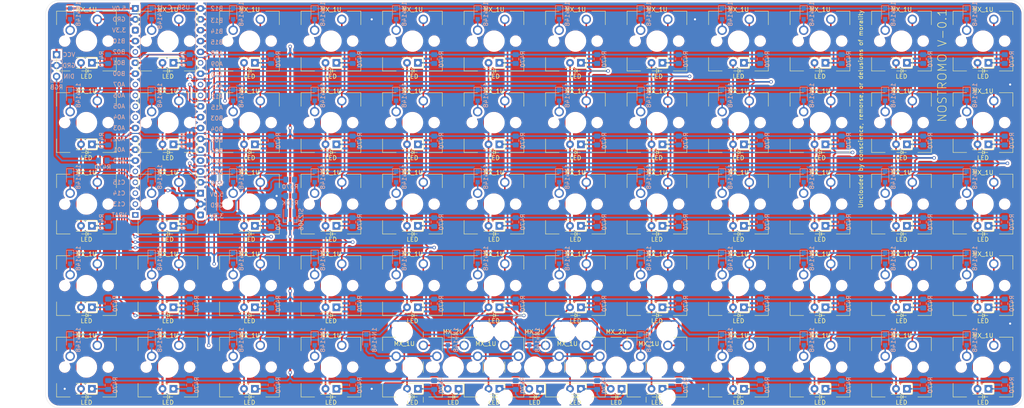
<source format=kicad_pcb>
(kicad_pcb (version 20171130) (host pcbnew "(5.1.4)-1")
  (layers (0 F.Cu signal) (31 B.Cu signal) (34 B.Paste user) (35 F.Paste user) (36 B.SilkS user) (37 F.SilkS user) (38 B.Mask user) (39 F.Mask user) (44 Edge.Cuts user))
  (net 0 "")
  (module Package_DIP:DIP-40_W15.24mm_Socket (layer B.Cu) (at 70.485 48.26 180)
    (fp_text reference USB-C (at 5.08 0.254 180) (layer B.SilkS) (effects (justify mirror)))
    (fp_text value DIP-40_W15.24mm_Socket)
    (fp_text user 5.0V (at 19.05 0 180) (layer B.SilkS) (effects (justify mirror)))
    (fp_text user GRD (at 19.05 -2.54 180) (layer B.SilkS) (effects (justify mirror)))
    (fp_text user 3.3V (at 19.05 -5.08 180) (layer B.SilkS) (effects (justify mirror)))
    (fp_text user B10 (at 19.05 -7.62 180) (layer B.SilkS) (effects (justify mirror)))
    (fp_text user B02 (at 19.05 -10.16 180) (layer B.SilkS) (effects (justify mirror)))
    (fp_text user B01 (at 19.05 -12.7 180) (layer B.SilkS) (effects (justify mirror)))
    (fp_text user B00 (at 19.05 -15.24 180) (layer B.SilkS) (effects (justify mirror)))
    (fp_text user A07 (at 19.05 -17.78 180) (layer B.SilkS) (effects (justify mirror)))
    (fp_text user A06 (at 19.05 -20.32 180) (layer B.SilkS) (effects (justify mirror)))
    (fp_text user A05 (at 19.05 -22.86 180) (layer B.SilkS) (effects (justify mirror)))
    (fp_text user A04 (at 19.05 -25.4 180) (layer B.SilkS) (effects (justify mirror)))
    (fp_text user A03 (at 19.05 -27.94 180) (layer B.SilkS) (effects (justify mirror)))
    (fp_text user A02 (at 19.05 -30.48 180) (layer B.SilkS) (effects (justify mirror)))
    (fp_text user A01 (at 19.05 -33.02 180) (layer B.SilkS) (effects (justify mirror)))
    (fp_text user A00 (at 19.05 -35.56 180) (layer B.SilkS) (effects (justify mirror)))
    (fp_text user R (at 19.05 -38.1 180) (layer B.SilkS) (effects (justify mirror)))
    (fp_text user C15 (at 19.05 -40.64 180) (layer B.SilkS) (effects (justify mirror)))
    (fp_text user C14 (at 19.05 -43.18 180) (layer B.SilkS) (effects (justify mirror)))
    (fp_text user C13 (at 19.05 -45.72 180) (layer B.SilkS) (effects (justify mirror)))
    (fp_text user VBAT (at 19.05 -48.26 180) (layer B.SilkS) (effects (justify mirror)))
    (fp_text user 3.3V (at -3.81 -48.53 180) (layer B.SilkS) (effects (justify mirror)))
    (fp_text user GRD (at -3.81 -45.99 180) (layer B.SilkS) (effects (justify mirror)))
    (fp_text user 5.0V (at -3.81 -43.45 180) (layer B.SilkS) (effects (justify mirror)))
    (fp_text user B09 (at -3.81 -40.91 180) (layer B.SilkS) (effects (justify mirror)))
    (fp_text user B08 (at -3.81 -38.37 180) (layer B.SilkS) (effects (justify mirror)))
    (fp_text user B07 (at -3.81 -35.83 180) (layer B.SilkS) (effects (justify mirror)))
    (fp_text user B06 (at -3.81 -33.29 180) (layer B.SilkS) (effects (justify mirror)))
    (fp_text user B05 (at -3.81 -30.75 180) (layer B.SilkS) (effects (justify mirror)))
    (fp_text user B04 (at -3.81 -28.21 180) (layer B.SilkS) (effects (justify mirror)))
    (fp_text user B03 (at -3.81 -25.67 180) (layer B.SilkS) (effects (justify mirror)))
    (fp_text user A15 (at -3.81 -23.13 180) (layer B.SilkS) (effects (justify mirror)))
    (fp_text user A12 (at -3.81 -20.59 180) (layer B.SilkS) (effects (justify mirror)))
    (fp_text user A11 (at -3.81 -18.05 180) (layer B.SilkS) (effects (justify mirror)))
    (fp_text user A10 (at -3.81 -15.51 180) (layer B.SilkS) (effects (justify mirror)))
    (fp_text user A09 (at -3.81 -12.97 180) (layer B.SilkS) (effects (justify mirror)))
    (fp_text user A08 (at -3.81 -10.43 180) (layer B.SilkS) (effects (justify mirror)))
    (fp_text user B15 (at -3.81 -7.89 180) (layer B.SilkS) (effects (justify mirror)))
    (fp_text user B14 (at -3.81 -5.35 180) (layer B.SilkS) (effects (justify mirror)))
    (fp_text user B13 (at -3.81 -2.81 180) (layer B.SilkS) (effects (justify mirror)))
    (fp_text user B12 (at -3.81 0 180) (layer B.SilkS) (effects (justify mirror)))
    (pad 40 thru_hole rect (at 15.24 0 180) (size 1.6 1.6) (drill 0.8) (layers *.Cu *.Mask))
    (pad 20 thru_hole roundrect (at 0 -48.26 180) (size 1.6 1.6) (drill 0.8) (layers *.Cu *.Mask))
    (pad 39 thru_hole oval (at 15.24 -2.54 180) (size 1.6 1.6) (drill 0.8) (layers *.Cu *.Mask))
    (pad 19 thru_hole oval (at 0 -45.72 180) (size 1.6 1.6) (drill 0.8) (layers *.Cu *.Mask))
    (pad 38 thru_hole roundrect (at 15.24 -5.08 180) (size 1.6 1.6) (drill 0.8) (layers *.Cu *.Mask))
    (pad 18 thru_hole rect (at 0 -43.18 180) (size 1.6 1.6) (drill 0.8) (layers *.Cu *.Mask))
    (pad 37 thru_hole oval (at 15.24 -7.62 180) (size 1.8 1.5) (drill 0.8) (layers *.Cu *.Mask))
    (pad 17 thru_hole oval (at 0 -40.64 180) (size 1.8 1.5) (drill 0.8) (layers *.Cu *.Mask))
    (pad 36 thru_hole circle (at 15.24 -10.16 180) (size 1.3 1.3) (drill 0.8) (layers *.Cu *.Mask))
    (pad 16 thru_hole oval (at 0 -38.1 180) (size 1.8 1.5) (drill 0.8) (layers *.Cu *.Mask))
    (pad 35 thru_hole oval (at 15.24 -12.7 180) (size 1.8 1.5) (drill 0.8) (layers *.Cu *.Mask))
    (pad 15 thru_hole oval (at 0 -35.56 180) (size 1.8 1.5) (drill 0.8) (layers *.Cu *.Mask))
    (pad 34 thru_hole oval (at 15.24 -15.24 180) (size 1.8 1.5) (drill 0.8) (layers *.Cu *.Mask))
    (pad 14 thru_hole oval (at 0 -33.02 180) (size 1.8 1.5) (drill 0.8) (layers *.Cu *.Mask))
    (pad 33 thru_hole circle (at 15.24 -17.78 180) (size 1.3 1.3) (drill 0.8) (layers *.Cu *.Mask))
    (pad 13 thru_hole oval (at 0 -30.48 180) (size 1.8 1.5) (drill 0.8) (layers *.Cu *.Mask))
    (pad 32 thru_hole circle (at 15.24 -20.32 180) (size 1.3 1.3) (drill 0.8) (layers *.Cu *.Mask))
    (pad 12 thru_hole oval (at 0 -27.94 180) (size 1.8 1.5) (drill 0.8) (layers *.Cu *.Mask))
    (pad 31 thru_hole circle (at 15.24 -22.86 180) (size 1.3 1.3) (drill 0.8) (layers *.Cu *.Mask))
    (pad 11 thru_hole oval (at 0 -25.4 180) (size 1.8 1.5) (drill 0.8) (layers *.Cu *.Mask))
    (pad 30 thru_hole circle (at 15.24 -25.4 180) (size 1.3 1.3) (drill 0.8) (layers *.Cu *.Mask))
    (pad 10 thru_hole oval (at 0 -22.86 180) (size 1.8 1.5) (drill 0.8) (layers *.Cu *.Mask))
    (pad 29 thru_hole oval (at 15.24 -27.94 180) (size 1.8 1.5) (drill 0.8) (layers *.Cu *.Mask))
    (pad 9 thru_hole circle (at 0 -20.32 90) (size 1.3 1.3) (drill 0.8) (layers *.Cu *.Mask))
    (pad 28 thru_hole oval (at 15.24 -30.48 180) (size 1.8 1.5) (drill 0.8) (layers *.Cu *.Mask))
    (pad 8 thru_hole circle (at 0 -17.78 90) (size 1.3 1.3) (drill 0.8) (layers *.Cu *.Mask))
    (pad 27 thru_hole oval (at 15.24 -33.02 180) (size 1.8 1.5) (drill 0.8) (layers *.Cu *.Mask))
    (pad 7 thru_hole oval (at 0 -15.24 180) (size 1.8 1.5) (drill 0.8) (layers *.Cu *.Mask))
    (pad 26 thru_hole oval (at 15.24 -35.56 180) (size 1.8 1.5) (drill 0.8) (layers *.Cu *.Mask))
    (pad 6 thru_hole circle (at 0 -12.7 180) (size 1.3 1.3) (drill 0.8) (layers *.Cu *.Mask))
    (pad 25 thru_hole circle (at 15.24 -38.1 180) (size 1.3 1.3) (drill 0.8) (layers *.Cu *.Mask))
    (pad 5 thru_hole oval (at 0 -10.16 180) (size 1.8 1.5) (drill 0.8) (layers *.Cu *.Mask))
    (pad 24 thru_hole circle (at 15.24 -40.64 180) (size 1.3 1.3) (drill 0.8) (layers *.Cu *.Mask))
    (pad 4 thru_hole oval (at 0 -7.62 180) (size 1.8 1.5) (drill 0.8) (layers *.Cu *.Mask))
    (pad 23 thru_hole circle (at 15.24 -43.18 90) (size 1.3 1.3) (drill 0.8) (layers *.Cu *.Mask))
    (pad 3 thru_hole oval (at 0 -5.08 180) (size 1.8 1.5) (drill 0.8) (layers *.Cu *.Mask))
    (pad 22 thru_hole circle (at 15.24 -45.72 90) (size 1.3 1.3) (drill 0.8) (layers *.Cu *.Mask))
    (pad 2 thru_hole oval (at 0 -2.54 180) (size 1.8 1.5) (drill 0.8) (layers *.Cu *.Mask))
    (pad 21 thru_hole rect (at 15.24 -48.26 180) (size 1.5 1.3) (drill 0.8) (layers *.Cu *.Mask))
    (pad 1 thru_hole oval (at 0 0 180) (size 1.8 1.5) (drill 0.8) (layers *.Cu *.Mask))
  )
  (module Resistor_SMD:R_0805_2012Metric_Pad1.15x1.40mm_HandSolder (layer B.Cu) (at 47.625 83.82)
    (fp_text reference R470 (at 0 1.523) (layer B.SilkS) (effects (justify mirror)))
    (fp_text value 0805)
    (pad 2 smd roundrect (at 1.025 0) (size 1.15 1.4) (layers B.Cu B.Paste B.Mask) (roundrect_rratio 0.217391))
    (pad 1 smd roundrect (at -1.025 0) (size 1.15 1.4) (layers B.Cu B.Paste B.Mask) (roundrect_rratio 0.217391))
  )
  (module Button_Switch_Keyboard:SW_Cherry_MX_1.00u_PCB (layer F.Cu) (at 84.455 88.9)
    (fp_text reference MX_1U (at -2.54 -2.286) (layer F.SilkS))
    (fp_text value MX_1U)
    (pad "" np_thru_hole circle (at 2.54 5.08) (size 1.7 1.7) (drill 1.7) (layers *.Cu *.Mask))
    (pad "" np_thru_hole circle (at -7.62 5.08) (size 1.7 1.7) (drill 1.7) (layers *.Cu *.Mask))
    (pad "" np_thru_hole circle (at -2.54 5.08) (size 4 4) (drill 4) (layers *.Cu *.Mask))
    (pad 2 thru_hole circle (at -6.35 2.54) (size 2.2 2.2) (drill 1.5) (layers *.Cu *.Mask))
    (pad 1 thru_hole circle (at 0 0) (size 2.2 2.2) (drill 1.5) (layers *.Cu *.Mask))
  )
  (module Button_Switch_Keyboard:SW_Cherry_MX_1.00u_PCB (layer F.Cu) (at 103.505 88.9)
    (fp_text reference MX_1U (at -2.54 -2.286) (layer F.SilkS))
    (fp_text value MX_1U)
    (pad "" np_thru_hole circle (at 2.54 5.08) (size 1.7 1.7) (drill 1.7) (layers *.Cu *.Mask))
    (pad "" np_thru_hole circle (at -7.62 5.08) (size 1.7 1.7) (drill 1.7) (layers *.Cu *.Mask))
    (pad "" np_thru_hole circle (at -2.54 5.08) (size 4 4) (drill 4) (layers *.Cu *.Mask))
    (pad 2 thru_hole circle (at -6.35 2.54) (size 2.2 2.2) (drill 1.5) (layers *.Cu *.Mask))
    (pad 1 thru_hole circle (at 0 0) (size 2.2 2.2) (drill 1.5) (layers *.Cu *.Mask))
  )
  (module Button_Switch_Keyboard:SW_Cherry_MX_1.00u_PCB (layer F.Cu) (at 141.605 107.95)
    (fp_text reference MX_1U (at -2.54 -2.286) (layer F.SilkS))
    (fp_text value MX_1U)
    (pad "" np_thru_hole circle (at 2.54 5.08) (size 1.7 1.7) (drill 1.7) (layers *.Cu *.Mask))
    (pad "" np_thru_hole circle (at -7.62 5.08) (size 1.7 1.7) (drill 1.7) (layers *.Cu *.Mask))
    (pad "" np_thru_hole circle (at -2.54 5.08) (size 4 4) (drill 4) (layers *.Cu *.Mask))
    (pad 2 thru_hole circle (at -6.35 2.54) (size 2.2 2.2) (drill 1.5) (layers *.Cu *.Mask))
    (pad 1 thru_hole circle (at 0 0) (size 2.2 2.2) (drill 1.5) (layers *.Cu *.Mask))
  )
  (module Button_Switch_Keyboard:SW_Cherry_MX_1.00u_PCB (layer F.Cu) (at 65.405 69.85)
    (fp_text reference MX_1U (at -2.54 -2.286) (layer F.SilkS))
    (fp_text value MX_1U)
    (pad "" np_thru_hole circle (at 2.54 5.08) (size 1.7 1.7) (drill 1.7) (layers *.Cu *.Mask))
    (pad "" np_thru_hole circle (at -7.62 5.08) (size 1.7 1.7) (drill 1.7) (layers *.Cu *.Mask))
    (pad "" np_thru_hole circle (at -2.54 5.08) (size 4 4) (drill 4) (layers *.Cu *.Mask))
    (pad 2 thru_hole circle (at -6.35 2.54) (size 2.2 2.2) (drill 1.5) (layers *.Cu *.Mask))
    (pad 1 thru_hole circle (at 0 0) (size 2.2 2.2) (drill 1.5) (layers *.Cu *.Mask))
  )
  (module Connector_PinHeader_2.54mm:PinHeader_1x03_P2.54mm_Vertical (layer B.Cu) (at 36.83 59.055 180)
    (fp_text reference RGB (at 0 -7.62 180) (layer B.SilkS) (effects (justify mirror)))
    (fp_text value PinHeader_1x03_P2.54mm_Vertical)
    (fp_text user VCC (at -2.921 0) (layer B.SilkS) (effects (justify mirror)))
    (fp_text user GRD (at -2.921 -2.54) (layer B.SilkS) (effects (justify mirror)))
    (fp_text user DIN (at -2.921 -5.08) (layer B.SilkS) (effects (justify mirror)))
    (pad 1 thru_hole rect (at 0 0 180) (size 1.7 1.7) (drill 1) (layers *.Cu *.Mask))
    (pad 2 thru_hole oval (at 0 -2.54 180) (size 1.7 1.7) (drill 1) (layers *.Cu *.Mask))
    (pad 3 thru_hole oval (at 0 -5.08 180) (size 1.7 1.7) (drill 1) (layers *.Cu *.Mask))
  )
  (module Package_TO_SOT_SMD:SOT-23_Handsoldering (layer B.Cu) (at 91.44 97.56 270)
    (fp_text reference SI2306 (at 0 -2.54 90) (layer B.SilkS) (effects (justify mirror)))
    (fp_text value SOT-23)
    (pad 1 smd rect (at -1.5 0.95 270) (size 1.9 0.8) (layers B.Cu B.Paste B.Mask))
    (pad 2 smd rect (at -1.5 -0.95 270) (size 1.9 0.8) (layers B.Cu B.Paste B.Mask))
    (pad 3 smd rect (at 1.5 0 270) (size 1.9 0.8) (layers B.Cu B.Paste B.Mask))
  )
  (module Resistor_SMD:R_0805_2012Metric_Pad1.15x1.40mm_HandSolder (layer B.Cu) (at 91.44 92.075)
    (fp_text reference R10K (at 0 1.65) (layer B.SilkS) (effects (justify mirror)))
    (fp_text value 0805)
    (pad 1 smd roundrect (at -1.025 0) (size 1.15 1.4) (layers B.Cu B.Paste B.Mask) (roundrect_rratio 0.217391))
    (pad 2 smd roundrect (at 1.025 0) (size 1.15 1.4) (layers B.Cu B.Paste B.Mask) (roundrect_rratio 0.217391))
  )
  (module Resistor_SMD:R_0805_2012Metric_Pad1.15x1.40mm_HandSolder (layer B.Cu) (at 91.44 88.265)
    (fp_text reference R470 (at 0 1.65) (layer B.SilkS) (effects (justify mirror)))
    (fp_text value 0805)
    (pad 2 smd roundrect (at 1.025 0) (size 1.15 1.4) (layers B.Cu B.Paste B.Mask) (roundrect_rratio 0.217391))
    (pad 1 smd roundrect (at -1.025 0) (size 1.15 1.4) (layers B.Cu B.Paste B.Mask) (roundrect_rratio 0.217391))
  )
  (module LED_THT:LED_D3.0mm (layer F.Cu) (at 168.91 137.16 180)
    (fp_text reference LED (at 1.27 -3.175) (layer F.SilkS))
    (fp_text value LED_3mm)
    (pad 1 thru_hole rect (at 0 0 180) (size 1.8 1.8) (drill 0.9) (layers *.Cu *.Mask))
    (pad 2 thru_hole circle (at 2.54 0 180) (size 1.8 1.8) (drill 0.9) (layers *.Cu *.Mask))
  )
  (module LED_THT:LED_D3.0mm (layer F.Cu) (at 149.86 137.16 180)
    (fp_text reference LED (at 1.27 -3.175) (layer F.SilkS))
    (fp_text value LED_3mm)
    (pad 1 thru_hole rect (at 0 0 180) (size 1.8 1.8) (drill 0.9) (layers *.Cu *.Mask))
    (pad 2 thru_hole circle (at 2.54 0 180) (size 1.8 1.8) (drill 0.9) (layers *.Cu *.Mask))
  )
  (module LED_THT:LED_D3.0mm (layer F.Cu) (at 130.81 137.16 180)
    (fp_text reference LED (at 1.27 -3.175) (layer F.SilkS))
    (fp_text value LED_3mm)
    (pad 2 thru_hole circle (at 2.54 0 180) (size 1.8 1.8) (drill 0.9) (layers *.Cu *.Mask))
    (pad 1 thru_hole rect (at 0 0 180) (size 1.8 1.8) (drill 0.9) (layers *.Cu *.Mask))
  )
  (module Button_Switch_Keyboard:SW_Cherry_MX_2.00u_PCB (layer F.Cu) (at 170.18 127)
    (fp_text reference MX_2U (at -2.54 -3.175) (layer F.SilkS))
    (fp_text value MX_2U)
    (pad 1 thru_hole circle (at 0 0) (size 2.2 2.2) (drill 1.5) (layers *.Cu *.Mask))
    (pad 2 thru_hole circle (at -6.35 2.54) (size 2.2 2.2) (drill 1.5) (layers *.Cu *.Mask))
    (pad "" np_thru_hole circle (at -2.54 5.08) (size 4 4) (drill 4) (layers *.Cu *.Mask))
    (pad "" np_thru_hole circle (at -7.62 5.08) (size 1.7 1.7) (drill 1.7) (layers *.Cu *.Mask))
    (pad "" np_thru_hole circle (at 2.54 5.08) (size 1.7 1.7) (drill 1.7) (layers *.Cu *.Mask))
    (pad "" np_thru_hole circle (at -14.44 -3.16 180) (size 4 4) (drill 4) (layers *.Cu *.Mask))
    (pad "" np_thru_hole circle (at 9.36 -3.16 180) (size 4 4) (drill 4) (layers *.Cu *.Mask))
    (pad "" np_thru_hole circle (at 9.36 12.08 180) (size 3.05 3.05) (drill 3.05) (layers *.Cu *.Mask))
    (pad "" np_thru_hole circle (at -14.44 12.08 180) (size 3.05 3.05) (drill 3.05) (layers *.Cu *.Mask))
  )
  (module Button_Switch_Keyboard:SW_Cherry_MX_2.00u_PCB (layer F.Cu) (at 151.13 127)
    (fp_text reference MX_2U (at -2.54 -3.175) (layer F.SilkS))
    (fp_text value MX_2U)
    (pad 1 thru_hole circle (at 0 0) (size 2.2 2.2) (drill 1.5) (layers *.Cu *.Mask))
    (pad 2 thru_hole circle (at -6.35 2.54) (size 2.2 2.2) (drill 1.5) (layers *.Cu *.Mask))
    (pad "" np_thru_hole circle (at -2.54 5.08) (size 4 4) (drill 4) (layers *.Cu *.Mask))
    (pad "" np_thru_hole circle (at -7.62 5.08) (size 1.7 1.7) (drill 1.7) (layers *.Cu *.Mask))
    (pad "" np_thru_hole circle (at 2.54 5.08) (size 1.7 1.7) (drill 1.7) (layers *.Cu *.Mask))
    (pad "" np_thru_hole circle (at -14.44 -3.16 180) (size 4 4) (drill 4) (layers *.Cu *.Mask))
    (pad "" np_thru_hole circle (at 9.36 -3.16 180) (size 4 4) (drill 4) (layers *.Cu *.Mask))
    (pad "" np_thru_hole circle (at 9.36 12.08 180) (size 3.05 3.05) (drill 3.05) (layers *.Cu *.Mask))
    (pad "" np_thru_hole circle (at -14.44 12.08 180) (size 3.05 3.05) (drill 3.05) (layers *.Cu *.Mask))
  )
  (module Button_Switch_Keyboard:SW_Cherry_MX_2.00u_PCB (layer F.Cu) (at 132.08 127)
    (fp_text reference MX_2U (at -2.54 -3.175) (layer F.SilkS))
    (fp_text value MX_2U)
    (pad 1 thru_hole circle (at 0 0) (size 2.2 2.2) (drill 1.5) (layers *.Cu *.Mask))
    (pad 2 thru_hole circle (at -6.35 2.54) (size 2.2 2.2) (drill 1.5) (layers *.Cu *.Mask))
    (pad "" np_thru_hole circle (at -2.54 5.08) (size 4 4) (drill 4) (layers *.Cu *.Mask))
    (pad "" np_thru_hole circle (at -7.62 5.08) (size 1.7 1.7) (drill 1.7) (layers *.Cu *.Mask))
    (pad "" np_thru_hole circle (at 2.54 5.08) (size 1.7 1.7) (drill 1.7) (layers *.Cu *.Mask))
    (pad "" np_thru_hole circle (at -14.44 -3.16 180) (size 4 4) (drill 4) (layers *.Cu *.Mask))
    (pad "" np_thru_hole circle (at 9.36 -3.16 180) (size 4 4) (drill 4) (layers *.Cu *.Mask))
    (pad "" np_thru_hole circle (at 9.36 12.08 180) (size 3.05 3.05) (drill 3.05) (layers *.Cu *.Mask))
    (pad "" np_thru_hole circle (at -14.44 12.08 180) (size 3.05 3.05) (drill 3.05) (layers *.Cu *.Mask))
  )
  (module Resistor_SMD:R_0805_2012Metric_Pad1.15x1.40mm_HandSolder (layer B.Cu) (at 258.445 136.28 270)
    (fp_text reference R470 (at 0 -1.652 90) (layer B.SilkS) (effects (justify mirror)))
    (fp_text value 0805)
    (pad 1 smd roundrect (at -1.025 0 270) (size 1.15 1.4) (layers B.Cu B.Paste B.Mask) (roundrect_rratio 0.217391))
    (pad 2 smd roundrect (at 1.025 0 270) (size 1.15 1.4) (layers B.Cu B.Paste B.Mask) (roundrect_rratio 0.217391))
  )
  (module Resistor_SMD:R_0805_2012Metric_Pad1.15x1.40mm_HandSolder (layer B.Cu) (at 239.395 136.28 270)
    (fp_text reference R470 (at 0 -1.652 90) (layer B.SilkS) (effects (justify mirror)))
    (fp_text value 0805)
    (pad 1 smd roundrect (at -1.025 0 270) (size 1.15 1.4) (layers B.Cu B.Paste B.Mask) (roundrect_rratio 0.217391))
    (pad 2 smd roundrect (at 1.025 0 270) (size 1.15 1.4) (layers B.Cu B.Paste B.Mask) (roundrect_rratio 0.217391))
  )
  (module Resistor_SMD:R_0805_2012Metric_Pad1.15x1.40mm_HandSolder (layer B.Cu) (at 220.345 136.28 270)
    (fp_text reference R470 (at 0 -1.652 90) (layer B.SilkS) (effects (justify mirror)))
    (fp_text value 0805)
    (pad 1 smd roundrect (at -1.025 0 270) (size 1.15 1.4) (layers B.Cu B.Paste B.Mask) (roundrect_rratio 0.217391))
    (pad 2 smd roundrect (at 1.025 0 270) (size 1.15 1.4) (layers B.Cu B.Paste B.Mask) (roundrect_rratio 0.217391))
  )
  (module Resistor_SMD:R_0805_2012Metric_Pad1.15x1.40mm_HandSolder (layer B.Cu) (at 201.295 136.28 270)
    (fp_text reference R470 (at 0 -1.652 90) (layer B.SilkS) (effects (justify mirror)))
    (fp_text value 0805)
    (pad 1 smd roundrect (at -1.025 0 270) (size 1.15 1.4) (layers B.Cu B.Paste B.Mask) (roundrect_rratio 0.217391))
    (pad 2 smd roundrect (at 1.025 0 270) (size 1.15 1.4) (layers B.Cu B.Paste B.Mask) (roundrect_rratio 0.217391))
  )
  (module Resistor_SMD:R_0805_2012Metric_Pad1.15x1.40mm_HandSolder (layer B.Cu) (at 182.245 136.28 270)
    (fp_text reference R470 (at 0 -1.652 90) (layer B.SilkS) (effects (justify mirror)))
    (fp_text value 0805)
    (pad 1 smd roundrect (at -1.025 0 270) (size 1.15 1.4) (layers B.Cu B.Paste B.Mask) (roundrect_rratio 0.217391))
    (pad 2 smd roundrect (at 1.025 0 270) (size 1.15 1.4) (layers B.Cu B.Paste B.Mask) (roundrect_rratio 0.217391))
  )
  (module Resistor_SMD:R_0805_2012Metric_Pad1.15x1.40mm_HandSolder (layer B.Cu) (at 163.195 136.28 270)
    (fp_text reference R470 (at 0 -1.652 90) (layer B.SilkS) (effects (justify mirror)))
    (fp_text value 0805)
    (pad 1 smd roundrect (at -1.025 0 270) (size 1.15 1.4) (layers B.Cu B.Paste B.Mask) (roundrect_rratio 0.217391))
    (pad 2 smd roundrect (at 1.025 0 270) (size 1.15 1.4) (layers B.Cu B.Paste B.Mask) (roundrect_rratio 0.217391))
  )
  (module Resistor_SMD:R_0805_2012Metric_Pad1.15x1.40mm_HandSolder (layer B.Cu) (at 144.145 136.28 270)
    (fp_text reference R470 (at 0 -1.652 90) (layer B.SilkS) (effects (justify mirror)))
    (fp_text value 0805)
    (pad 1 smd roundrect (at -1.025 0 270) (size 1.15 1.4) (layers B.Cu B.Paste B.Mask) (roundrect_rratio 0.217391))
    (pad 2 smd roundrect (at 1.025 0 270) (size 1.15 1.4) (layers B.Cu B.Paste B.Mask) (roundrect_rratio 0.217391))
  )
  (module Resistor_SMD:R_0805_2012Metric_Pad1.15x1.40mm_HandSolder (layer B.Cu) (at 125.095 136.28 270)
    (fp_text reference R470 (at 0 -1.652 90) (layer B.SilkS) (effects (justify mirror)))
    (fp_text value 0805)
    (pad 1 smd roundrect (at -1.025 0 270) (size 1.15 1.4) (layers B.Cu B.Paste B.Mask) (roundrect_rratio 0.217391))
    (pad 2 smd roundrect (at 1.025 0 270) (size 1.15 1.4) (layers B.Cu B.Paste B.Mask) (roundrect_rratio 0.217391))
  )
  (module Resistor_SMD:R_0805_2012Metric_Pad1.15x1.40mm_HandSolder (layer B.Cu) (at 106.045 136.28 270)
    (fp_text reference R470 (at 0 -1.652 90) (layer B.SilkS) (effects (justify mirror)))
    (fp_text value 0805)
    (pad 1 smd roundrect (at -1.025 0 270) (size 1.15 1.4) (layers B.Cu B.Paste B.Mask) (roundrect_rratio 0.217391))
    (pad 2 smd roundrect (at 1.025 0 270) (size 1.15 1.4) (layers B.Cu B.Paste B.Mask) (roundrect_rratio 0.217391))
  )
  (module Resistor_SMD:R_0805_2012Metric_Pad1.15x1.40mm_HandSolder (layer B.Cu) (at 86.995 136.28 270)
    (fp_text reference R470 (at 0 -1.652 90) (layer B.SilkS) (effects (justify mirror)))
    (fp_text value 0805)
    (pad 1 smd roundrect (at -1.025 0 270) (size 1.15 1.4) (layers B.Cu B.Paste B.Mask) (roundrect_rratio 0.217391))
    (pad 2 smd roundrect (at 1.025 0 270) (size 1.15 1.4) (layers B.Cu B.Paste B.Mask) (roundrect_rratio 0.217391))
  )
  (module Resistor_SMD:R_0805_2012Metric_Pad1.15x1.40mm_HandSolder (layer B.Cu) (at 67.945 136.28 270)
    (fp_text reference R470 (at 0 -1.652 90) (layer B.SilkS) (effects (justify mirror)))
    (fp_text value 0805)
    (pad 1 smd roundrect (at -1.025 0 270) (size 1.15 1.4) (layers B.Cu B.Paste B.Mask) (roundrect_rratio 0.217391))
    (pad 2 smd roundrect (at 1.025 0 270) (size 1.15 1.4) (layers B.Cu B.Paste B.Mask) (roundrect_rratio 0.217391))
  )
  (module Resistor_SMD:R_0805_2012Metric_Pad1.15x1.40mm_HandSolder (layer B.Cu) (at 48.895 136.28 270)
    (fp_text reference R470 (at 0 -1.652 90) (layer B.SilkS) (effects (justify mirror)))
    (fp_text value 0805)
    (pad 1 smd roundrect (at -1.025 0 270) (size 1.15 1.4) (layers B.Cu B.Paste B.Mask) (roundrect_rratio 0.217391))
    (pad 2 smd roundrect (at 1.025 0 270) (size 1.15 1.4) (layers B.Cu B.Paste B.Mask) (roundrect_rratio 0.217391))
  )
  (module Resistor_SMD:R_0805_2012Metric_Pad1.15x1.40mm_HandSolder (layer B.Cu) (at 258.445 117.23 270)
    (fp_text reference R470 (at 0 -1.652 90) (layer B.SilkS) (effects (justify mirror)))
    (fp_text value 0805)
    (pad 1 smd roundrect (at -1.025 0 270) (size 1.15 1.4) (layers B.Cu B.Paste B.Mask) (roundrect_rratio 0.217391))
    (pad 2 smd roundrect (at 1.025 0 270) (size 1.15 1.4) (layers B.Cu B.Paste B.Mask) (roundrect_rratio 0.217391))
  )
  (module Resistor_SMD:R_0805_2012Metric_Pad1.15x1.40mm_HandSolder (layer B.Cu) (at 239.395 117.23 270)
    (fp_text reference R470 (at 0 -1.652 90) (layer B.SilkS) (effects (justify mirror)))
    (fp_text value 0805)
    (pad 1 smd roundrect (at -1.025 0 270) (size 1.15 1.4) (layers B.Cu B.Paste B.Mask) (roundrect_rratio 0.217391))
    (pad 2 smd roundrect (at 1.025 0 270) (size 1.15 1.4) (layers B.Cu B.Paste B.Mask) (roundrect_rratio 0.217391))
  )
  (module Resistor_SMD:R_0805_2012Metric_Pad1.15x1.40mm_HandSolder (layer B.Cu) (at 220.345 117.23 270)
    (fp_text reference R470 (at 0 -1.652 90) (layer B.SilkS) (effects (justify mirror)))
    (fp_text value 0805)
    (pad 1 smd roundrect (at -1.025 0 270) (size 1.15 1.4) (layers B.Cu B.Paste B.Mask) (roundrect_rratio 0.217391))
    (pad 2 smd roundrect (at 1.025 0 270) (size 1.15 1.4) (layers B.Cu B.Paste B.Mask) (roundrect_rratio 0.217391))
  )
  (module Resistor_SMD:R_0805_2012Metric_Pad1.15x1.40mm_HandSolder (layer B.Cu) (at 201.295 117.23 270)
    (fp_text reference R470 (at 0 -1.652 90) (layer B.SilkS) (effects (justify mirror)))
    (fp_text value 0805)
    (pad 1 smd roundrect (at -1.025 0 270) (size 1.15 1.4) (layers B.Cu B.Paste B.Mask) (roundrect_rratio 0.217391))
    (pad 2 smd roundrect (at 1.025 0 270) (size 1.15 1.4) (layers B.Cu B.Paste B.Mask) (roundrect_rratio 0.217391))
  )
  (module Resistor_SMD:R_0805_2012Metric_Pad1.15x1.40mm_HandSolder (layer B.Cu) (at 182.245 117.23 270)
    (fp_text reference R470 (at 0 -1.652 90) (layer B.SilkS) (effects (justify mirror)))
    (fp_text value 0805)
    (pad 1 smd roundrect (at -1.025 0 270) (size 1.15 1.4) (layers B.Cu B.Paste B.Mask) (roundrect_rratio 0.217391))
    (pad 2 smd roundrect (at 1.025 0 270) (size 1.15 1.4) (layers B.Cu B.Paste B.Mask) (roundrect_rratio 0.217391))
  )
  (module Resistor_SMD:R_0805_2012Metric_Pad1.15x1.40mm_HandSolder (layer B.Cu) (at 163.195 117.23 270)
    (fp_text reference R470 (at 0 -1.652 90) (layer B.SilkS) (effects (justify mirror)))
    (fp_text value 0805)
    (pad 1 smd roundrect (at -1.025 0 270) (size 1.15 1.4) (layers B.Cu B.Paste B.Mask) (roundrect_rratio 0.217391))
    (pad 2 smd roundrect (at 1.025 0 270) (size 1.15 1.4) (layers B.Cu B.Paste B.Mask) (roundrect_rratio 0.217391))
  )
  (module Resistor_SMD:R_0805_2012Metric_Pad1.15x1.40mm_HandSolder (layer B.Cu) (at 144.145 117.23 270)
    (fp_text reference R470 (at 0 -1.652 90) (layer B.SilkS) (effects (justify mirror)))
    (fp_text value 0805)
    (pad 1 smd roundrect (at -1.025 0 270) (size 1.15 1.4) (layers B.Cu B.Paste B.Mask) (roundrect_rratio 0.217391))
    (pad 2 smd roundrect (at 1.025 0 270) (size 1.15 1.4) (layers B.Cu B.Paste B.Mask) (roundrect_rratio 0.217391))
  )
  (module Resistor_SMD:R_0805_2012Metric_Pad1.15x1.40mm_HandSolder (layer B.Cu) (at 125.095 117.23 270)
    (fp_text reference R470 (at 0 -1.652 90) (layer B.SilkS) (effects (justify mirror)))
    (fp_text value 0805)
    (pad 1 smd roundrect (at -1.025 0 270) (size 1.15 1.4) (layers B.Cu B.Paste B.Mask) (roundrect_rratio 0.217391))
    (pad 2 smd roundrect (at 1.025 0 270) (size 1.15 1.4) (layers B.Cu B.Paste B.Mask) (roundrect_rratio 0.217391))
  )
  (module Resistor_SMD:R_0805_2012Metric_Pad1.15x1.40mm_HandSolder (layer B.Cu) (at 106.045 117.23 270)
    (fp_text reference R470 (at 0 -1.652 90) (layer B.SilkS) (effects (justify mirror)))
    (fp_text value 0805)
    (pad 1 smd roundrect (at -1.025 0 270) (size 1.15 1.4) (layers B.Cu B.Paste B.Mask) (roundrect_rratio 0.217391))
    (pad 2 smd roundrect (at 1.025 0 270) (size 1.15 1.4) (layers B.Cu B.Paste B.Mask) (roundrect_rratio 0.217391))
  )
  (module Resistor_SMD:R_0805_2012Metric_Pad1.15x1.40mm_HandSolder (layer B.Cu) (at 86.995 117.23 270)
    (fp_text reference R470 (at 0 -1.652 90) (layer B.SilkS) (effects (justify mirror)))
    (fp_text value 0805)
    (pad 1 smd roundrect (at -1.025 0 270) (size 1.15 1.4) (layers B.Cu B.Paste B.Mask) (roundrect_rratio 0.217391))
    (pad 2 smd roundrect (at 1.025 0 270) (size 1.15 1.4) (layers B.Cu B.Paste B.Mask) (roundrect_rratio 0.217391))
  )
  (module Resistor_SMD:R_0805_2012Metric_Pad1.15x1.40mm_HandSolder (layer B.Cu) (at 67.945 117.23 270)
    (fp_text reference R470 (at 0 -1.652 90) (layer B.SilkS) (effects (justify mirror)))
    (fp_text value 0805)
    (pad 1 smd roundrect (at -1.025 0 270) (size 1.15 1.4) (layers B.Cu B.Paste B.Mask) (roundrect_rratio 0.217391))
    (pad 2 smd roundrect (at 1.025 0 270) (size 1.15 1.4) (layers B.Cu B.Paste B.Mask) (roundrect_rratio 0.217391))
  )
  (module Resistor_SMD:R_0805_2012Metric_Pad1.15x1.40mm_HandSolder (layer B.Cu) (at 48.895 117.23 270)
    (fp_text reference R470 (at 0 -1.652 90) (layer B.SilkS) (effects (justify mirror)))
    (fp_text value 0805)
    (pad 1 smd roundrect (at -1.025 0 270) (size 1.15 1.4) (layers B.Cu B.Paste B.Mask) (roundrect_rratio 0.217391))
    (pad 2 smd roundrect (at 1.025 0 270) (size 1.15 1.4) (layers B.Cu B.Paste B.Mask) (roundrect_rratio 0.217391))
  )
  (module Resistor_SMD:R_0805_2012Metric_Pad1.15x1.40mm_HandSolder (layer B.Cu) (at 258.445 98.18 270)
    (fp_text reference R470 (at 0 -1.652 90) (layer B.SilkS) (effects (justify mirror)))
    (fp_text value 0805)
    (pad 1 smd roundrect (at -1.025 0 270) (size 1.15 1.4) (layers B.Cu B.Paste B.Mask) (roundrect_rratio 0.217391))
    (pad 2 smd roundrect (at 1.025 0 270) (size 1.15 1.4) (layers B.Cu B.Paste B.Mask) (roundrect_rratio 0.217391))
  )
  (module Resistor_SMD:R_0805_2012Metric_Pad1.15x1.40mm_HandSolder (layer B.Cu) (at 239.395 98.18 270)
    (fp_text reference R470 (at 0 -1.652 90) (layer B.SilkS) (effects (justify mirror)))
    (fp_text value 0805)
    (pad 1 smd roundrect (at -1.025 0 270) (size 1.15 1.4) (layers B.Cu B.Paste B.Mask) (roundrect_rratio 0.217391))
    (pad 2 smd roundrect (at 1.025 0 270) (size 1.15 1.4) (layers B.Cu B.Paste B.Mask) (roundrect_rratio 0.217391))
  )
  (module Resistor_SMD:R_0805_2012Metric_Pad1.15x1.40mm_HandSolder (layer B.Cu) (at 220.345 98.18 270)
    (fp_text reference R470 (at 0 -1.652 90) (layer B.SilkS) (effects (justify mirror)))
    (fp_text value 0805)
    (pad 1 smd roundrect (at -1.025 0 270) (size 1.15 1.4) (layers B.Cu B.Paste B.Mask) (roundrect_rratio 0.217391))
    (pad 2 smd roundrect (at 1.025 0 270) (size 1.15 1.4) (layers B.Cu B.Paste B.Mask) (roundrect_rratio 0.217391))
  )
  (module Resistor_SMD:R_0805_2012Metric_Pad1.15x1.40mm_HandSolder (layer B.Cu) (at 201.295 98.18 270)
    (fp_text reference R470 (at 0 -1.652 90) (layer B.SilkS) (effects (justify mirror)))
    (fp_text value 0805)
    (pad 1 smd roundrect (at -1.025 0 270) (size 1.15 1.4) (layers B.Cu B.Paste B.Mask) (roundrect_rratio 0.217391))
    (pad 2 smd roundrect (at 1.025 0 270) (size 1.15 1.4) (layers B.Cu B.Paste B.Mask) (roundrect_rratio 0.217391))
  )
  (module Resistor_SMD:R_0805_2012Metric_Pad1.15x1.40mm_HandSolder (layer B.Cu) (at 182.245 98.18 270)
    (fp_text reference R470 (at 0 -1.652 90) (layer B.SilkS) (effects (justify mirror)))
    (fp_text value 0805)
    (pad 1 smd roundrect (at -1.025 0 270) (size 1.15 1.4) (layers B.Cu B.Paste B.Mask) (roundrect_rratio 0.217391))
    (pad 2 smd roundrect (at 1.025 0 270) (size 1.15 1.4) (layers B.Cu B.Paste B.Mask) (roundrect_rratio 0.217391))
  )
  (module Resistor_SMD:R_0805_2012Metric_Pad1.15x1.40mm_HandSolder (layer B.Cu) (at 163.195 98.18 270)
    (fp_text reference R470 (at 0 -1.652 90) (layer B.SilkS) (effects (justify mirror)))
    (fp_text value 0805)
    (pad 1 smd roundrect (at -1.025 0 270) (size 1.15 1.4) (layers B.Cu B.Paste B.Mask) (roundrect_rratio 0.217391))
    (pad 2 smd roundrect (at 1.025 0 270) (size 1.15 1.4) (layers B.Cu B.Paste B.Mask) (roundrect_rratio 0.217391))
  )
  (module Resistor_SMD:R_0805_2012Metric_Pad1.15x1.40mm_HandSolder (layer B.Cu) (at 144.145 98.18 270)
    (fp_text reference R470 (at 0 -1.652 90) (layer B.SilkS) (effects (justify mirror)))
    (fp_text value 0805)
    (pad 1 smd roundrect (at -1.025 0 270) (size 1.15 1.4) (layers B.Cu B.Paste B.Mask) (roundrect_rratio 0.217391))
    (pad 2 smd roundrect (at 1.025 0 270) (size 1.15 1.4) (layers B.Cu B.Paste B.Mask) (roundrect_rratio 0.217391))
  )
  (module Resistor_SMD:R_0805_2012Metric_Pad1.15x1.40mm_HandSolder (layer B.Cu) (at 125.095 98.18 270)
    (fp_text reference R470 (at 0 -1.652 90) (layer B.SilkS) (effects (justify mirror)))
    (fp_text value 0805)
    (pad 1 smd roundrect (at -1.025 0 270) (size 1.15 1.4) (layers B.Cu B.Paste B.Mask) (roundrect_rratio 0.217391))
    (pad 2 smd roundrect (at 1.025 0 270) (size 1.15 1.4) (layers B.Cu B.Paste B.Mask) (roundrect_rratio 0.217391))
  )
  (module Resistor_SMD:R_0805_2012Metric_Pad1.15x1.40mm_HandSolder (layer B.Cu) (at 106.045 98.18 270)
    (fp_text reference R470 (at 0 -1.652 90) (layer B.SilkS) (effects (justify mirror)))
    (fp_text value 0805)
    (pad 1 smd roundrect (at -1.025 0 270) (size 1.15 1.4) (layers B.Cu B.Paste B.Mask) (roundrect_rratio 0.217391))
    (pad 2 smd roundrect (at 1.025 0 270) (size 1.15 1.4) (layers B.Cu B.Paste B.Mask) (roundrect_rratio 0.217391))
  )
  (module Resistor_SMD:R_0805_2012Metric_Pad1.15x1.40mm_HandSolder (layer B.Cu) (at 86.995 98.18 270)
    (fp_text reference R470 (at 0 -1.652 90) (layer B.SilkS) (effects (justify mirror)))
    (fp_text value 0805)
    (pad 1 smd roundrect (at -1.025 0 270) (size 1.15 1.4) (layers B.Cu B.Paste B.Mask) (roundrect_rratio 0.217391))
    (pad 2 smd roundrect (at 1.025 0 270) (size 1.15 1.4) (layers B.Cu B.Paste B.Mask) (roundrect_rratio 0.217391))
  )
  (module Resistor_SMD:R_0805_2012Metric_Pad1.15x1.40mm_HandSolder (layer B.Cu) (at 67.945 98.18 270)
    (fp_text reference R470 (at 0 1.523 90) (layer B.SilkS) (effects (justify mirror)))
    (fp_text value 0805)
    (pad 1 smd roundrect (at -1.025 0 270) (size 1.15 1.4) (layers B.Cu B.Paste B.Mask) (roundrect_rratio 0.217391))
    (pad 2 smd roundrect (at 1.025 0 270) (size 1.15 1.4) (layers B.Cu B.Paste B.Mask) (roundrect_rratio 0.217391))
  )
  (module Resistor_SMD:R_0805_2012Metric_Pad1.15x1.40mm_HandSolder (layer B.Cu) (at 48.895 98.18 270)
    (fp_text reference R470 (at 0 1.523 90) (layer B.SilkS) (effects (justify mirror)))
    (fp_text value 0805)
    (pad 1 smd roundrect (at -1.025 0 270) (size 1.15 1.4) (layers B.Cu B.Paste B.Mask) (roundrect_rratio 0.217391))
    (pad 2 smd roundrect (at 1.025 0 270) (size 1.15 1.4) (layers B.Cu B.Paste B.Mask) (roundrect_rratio 0.217391))
  )
  (module Resistor_SMD:R_0805_2012Metric_Pad1.15x1.40mm_HandSolder (layer B.Cu) (at 258.445 79.13 270)
    (fp_text reference R470 (at 0 -1.652 90) (layer B.SilkS) (effects (justify mirror)))
    (fp_text value 0805)
    (pad 1 smd roundrect (at -1.025 0 270) (size 1.15 1.4) (layers B.Cu B.Paste B.Mask) (roundrect_rratio 0.217391))
    (pad 2 smd roundrect (at 1.025 0 270) (size 1.15 1.4) (layers B.Cu B.Paste B.Mask) (roundrect_rratio 0.217391))
  )
  (module Resistor_SMD:R_0805_2012Metric_Pad1.15x1.40mm_HandSolder (layer B.Cu) (at 239.395 79.13 270)
    (fp_text reference R470 (at 0 -1.652 90) (layer B.SilkS) (effects (justify mirror)))
    (fp_text value 0805)
    (pad 1 smd roundrect (at -1.025 0 270) (size 1.15 1.4) (layers B.Cu B.Paste B.Mask) (roundrect_rratio 0.217391))
    (pad 2 smd roundrect (at 1.025 0 270) (size 1.15 1.4) (layers B.Cu B.Paste B.Mask) (roundrect_rratio 0.217391))
  )
  (module Resistor_SMD:R_0805_2012Metric_Pad1.15x1.40mm_HandSolder (layer B.Cu) (at 220.345 79.13 270)
    (fp_text reference R470 (at 0 -1.652 90) (layer B.SilkS) (effects (justify mirror)))
    (fp_text value 0805)
    (pad 1 smd roundrect (at -1.025 0 270) (size 1.15 1.4) (layers B.Cu B.Paste B.Mask) (roundrect_rratio 0.217391))
    (pad 2 smd roundrect (at 1.025 0 270) (size 1.15 1.4) (layers B.Cu B.Paste B.Mask) (roundrect_rratio 0.217391))
  )
  (module Resistor_SMD:R_0805_2012Metric_Pad1.15x1.40mm_HandSolder (layer B.Cu) (at 201.295 79.13 270)
    (fp_text reference R470 (at 0 -1.652 90) (layer B.SilkS) (effects (justify mirror)))
    (fp_text value 0805)
    (pad 1 smd roundrect (at -1.025 0 270) (size 1.15 1.4) (layers B.Cu B.Paste B.Mask) (roundrect_rratio 0.217391))
    (pad 2 smd roundrect (at 1.025 0 270) (size 1.15 1.4) (layers B.Cu B.Paste B.Mask) (roundrect_rratio 0.217391))
  )
  (module Resistor_SMD:R_0805_2012Metric_Pad1.15x1.40mm_HandSolder (layer B.Cu) (at 182.245 79.13 270)
    (fp_text reference R470 (at 0 -1.652 90) (layer B.SilkS) (effects (justify mirror)))
    (fp_text value 0805)
    (pad 1 smd roundrect (at -1.025 0 270) (size 1.15 1.4) (layers B.Cu B.Paste B.Mask) (roundrect_rratio 0.217391))
    (pad 2 smd roundrect (at 1.025 0 270) (size 1.15 1.4) (layers B.Cu B.Paste B.Mask) (roundrect_rratio 0.217391))
  )
  (module Resistor_SMD:R_0805_2012Metric_Pad1.15x1.40mm_HandSolder (layer B.Cu) (at 163.195 79.13 270)
    (fp_text reference R470 (at 0 -1.652 90) (layer B.SilkS) (effects (justify mirror)))
    (fp_text value 0805)
    (pad 1 smd roundrect (at -1.025 0 270) (size 1.15 1.4) (layers B.Cu B.Paste B.Mask) (roundrect_rratio 0.217391))
    (pad 2 smd roundrect (at 1.025 0 270) (size 1.15 1.4) (layers B.Cu B.Paste B.Mask) (roundrect_rratio 0.217391))
  )
  (module Resistor_SMD:R_0805_2012Metric_Pad1.15x1.40mm_HandSolder (layer B.Cu) (at 144.145 79.13 270)
    (fp_text reference R470 (at 0 -1.652 90) (layer B.SilkS) (effects (justify mirror)))
    (fp_text value 0805)
    (pad 1 smd roundrect (at -1.025 0 270) (size 1.15 1.4) (layers B.Cu B.Paste B.Mask) (roundrect_rratio 0.217391))
    (pad 2 smd roundrect (at 1.025 0 270) (size 1.15 1.4) (layers B.Cu B.Paste B.Mask) (roundrect_rratio 0.217391))
  )
  (module Resistor_SMD:R_0805_2012Metric_Pad1.15x1.40mm_HandSolder (layer B.Cu) (at 125.095 79.13 270)
    (fp_text reference R470 (at 0 -1.652 90) (layer B.SilkS) (effects (justify mirror)))
    (fp_text value 0805)
    (pad 1 smd roundrect (at -1.025 0 270) (size 1.15 1.4) (layers B.Cu B.Paste B.Mask) (roundrect_rratio 0.217391))
    (pad 2 smd roundrect (at 1.025 0 270) (size 1.15 1.4) (layers B.Cu B.Paste B.Mask) (roundrect_rratio 0.217391))
  )
  (module Resistor_SMD:R_0805_2012Metric_Pad1.15x1.40mm_HandSolder (layer B.Cu) (at 106.045 79.13 270)
    (fp_text reference R470 (at 0 -1.652 90) (layer B.SilkS) (effects (justify mirror)))
    (fp_text value 0805)
    (pad 1 smd roundrect (at -1.025 0 270) (size 1.15 1.4) (layers B.Cu B.Paste B.Mask) (roundrect_rratio 0.217391))
    (pad 2 smd roundrect (at 1.025 0 270) (size 1.15 1.4) (layers B.Cu B.Paste B.Mask) (roundrect_rratio 0.217391))
  )
  (module Resistor_SMD:R_0805_2012Metric_Pad1.15x1.40mm_HandSolder (layer B.Cu) (at 86.995 79.13 270)
    (fp_text reference R470 (at 0 -1.652 90) (layer B.SilkS) (effects (justify mirror)))
    (fp_text value 0805)
    (pad 2 smd roundrect (at 1.025 0 270) (size 1.15 1.4) (layers B.Cu B.Paste B.Mask) (roundrect_rratio 0.217391))
    (pad 1 smd roundrect (at -1.025 0 270) (size 1.15 1.4) (layers B.Cu B.Paste B.Mask) (roundrect_rratio 0.217391))
  )
  (module Resistor_SMD:R_0805_2012Metric_Pad1.15x1.40mm_HandSolder (layer B.Cu) (at 67.945 79.13 270)
    (fp_text reference R470 (at 0 1.523 90) (layer B.SilkS) (effects (justify mirror)))
    (fp_text value 0805)
    (pad 1 smd roundrect (at -1.025 0 270) (size 1.15 1.4) (layers B.Cu B.Paste B.Mask) (roundrect_rratio 0.217391))
    (pad 2 smd roundrect (at 1.025 0 270) (size 1.15 1.4) (layers B.Cu B.Paste B.Mask) (roundrect_rratio 0.217391))
  )
  (module Resistor_SMD:R_0805_2012Metric_Pad1.15x1.40mm_HandSolder (layer B.Cu) (at 48.895 79.13 270)
    (fp_text reference R470 (at 0 1.523 90) (layer B.SilkS) (effects (justify mirror)))
    (fp_text value 0805)
    (pad 1 smd roundrect (at -1.025 0 270) (size 1.15 1.4) (layers B.Cu B.Paste B.Mask) (roundrect_rratio 0.217391))
    (pad 2 smd roundrect (at 1.025 0 270) (size 1.15 1.4) (layers B.Cu B.Paste B.Mask) (roundrect_rratio 0.217391))
  )
  (module Resistor_SMD:R_0805_2012Metric_Pad1.15x1.40mm_HandSolder (layer B.Cu) (at 258.445 60.08 270)
    (fp_text reference R470 (at 0 -1.652 90) (layer B.SilkS) (effects (justify mirror)))
    (fp_text value 0805)
    (pad 1 smd roundrect (at -1.025 0 270) (size 1.15 1.4) (layers B.Cu B.Paste B.Mask) (roundrect_rratio 0.217391))
    (pad 2 smd roundrect (at 1.025 0 270) (size 1.15 1.4) (layers B.Cu B.Paste B.Mask) (roundrect_rratio 0.217391))
  )
  (module Resistor_SMD:R_0805_2012Metric_Pad1.15x1.40mm_HandSolder (layer B.Cu) (at 239.395 60.08 270)
    (fp_text reference R470 (at 0 -1.652 90) (layer B.SilkS) (effects (justify mirror)))
    (fp_text value 0805)
    (pad 1 smd roundrect (at -1.025 0 270) (size 1.15 1.4) (layers B.Cu B.Paste B.Mask) (roundrect_rratio 0.217391))
    (pad 2 smd roundrect (at 1.025 0 270) (size 1.15 1.4) (layers B.Cu B.Paste B.Mask) (roundrect_rratio 0.217391))
  )
  (module Resistor_SMD:R_0805_2012Metric_Pad1.15x1.40mm_HandSolder (layer B.Cu) (at 220.345 60.08 270)
    (fp_text reference R470 (at 0 -1.652 90) (layer B.SilkS) (effects (justify mirror)))
    (fp_text value 0805)
    (pad 1 smd roundrect (at -1.025 0 270) (size 1.15 1.4) (layers B.Cu B.Paste B.Mask) (roundrect_rratio 0.217391))
    (pad 2 smd roundrect (at 1.025 0 270) (size 1.15 1.4) (layers B.Cu B.Paste B.Mask) (roundrect_rratio 0.217391))
  )
  (module Resistor_SMD:R_0805_2012Metric_Pad1.15x1.40mm_HandSolder (layer B.Cu) (at 201.295 60.08 270)
    (fp_text reference R470 (at 0 -1.652 90) (layer B.SilkS) (effects (justify mirror)))
    (fp_text value 0805)
    (pad 1 smd roundrect (at -1.025 0 270) (size 1.15 1.4) (layers B.Cu B.Paste B.Mask) (roundrect_rratio 0.217391))
    (pad 2 smd roundrect (at 1.025 0 270) (size 1.15 1.4) (layers B.Cu B.Paste B.Mask) (roundrect_rratio 0.217391))
  )
  (module Resistor_SMD:R_0805_2012Metric_Pad1.15x1.40mm_HandSolder (layer B.Cu) (at 182.245 60.08 270)
    (fp_text reference R470 (at 0 -1.652 90) (layer B.SilkS) (effects (justify mirror)))
    (fp_text value 0805)
    (pad 1 smd roundrect (at -1.025 0 270) (size 1.15 1.4) (layers B.Cu B.Paste B.Mask) (roundrect_rratio 0.217391))
    (pad 2 smd roundrect (at 1.025 0 270) (size 1.15 1.4) (layers B.Cu B.Paste B.Mask) (roundrect_rratio 0.217391))
  )
  (module Resistor_SMD:R_0805_2012Metric_Pad1.15x1.40mm_HandSolder (layer B.Cu) (at 163.195 60.08 270)
    (fp_text reference R470 (at 0 -1.652 90) (layer B.SilkS) (effects (justify mirror)))
    (fp_text value 0805)
    (pad 1 smd roundrect (at -1.025 0 270) (size 1.15 1.4) (layers B.Cu B.Paste B.Mask) (roundrect_rratio 0.217391))
    (pad 2 smd roundrect (at 1.025 0 270) (size 1.15 1.4) (layers B.Cu B.Paste B.Mask) (roundrect_rratio 0.217391))
  )
  (module Resistor_SMD:R_0805_2012Metric_Pad1.15x1.40mm_HandSolder (layer B.Cu) (at 144.145 60.08 270)
    (fp_text reference R470 (at 0 -1.652 90) (layer B.SilkS) (effects (justify mirror)))
    (fp_text value 0805)
    (pad 1 smd roundrect (at -1.025 0 270) (size 1.15 1.4) (layers B.Cu B.Paste B.Mask) (roundrect_rratio 0.217391))
    (pad 2 smd roundrect (at 1.025 0 270) (size 1.15 1.4) (layers B.Cu B.Paste B.Mask) (roundrect_rratio 0.217391))
  )
  (module Resistor_SMD:R_0805_2012Metric_Pad1.15x1.40mm_HandSolder (layer B.Cu) (at 125.095 60.08 270)
    (fp_text reference R470 (at 0 -1.652 90) (layer B.SilkS) (effects (justify mirror)))
    (fp_text value 0805)
    (pad 1 smd roundrect (at -1.025 0 270) (size 1.15 1.4) (layers B.Cu B.Paste B.Mask) (roundrect_rratio 0.217391))
    (pad 2 smd roundrect (at 1.025 0 270) (size 1.15 1.4) (layers B.Cu B.Paste B.Mask) (roundrect_rratio 0.217391))
  )
  (module Resistor_SMD:R_0805_2012Metric_Pad1.15x1.40mm_HandSolder (layer B.Cu) (at 106.045 60.08 270)
    (fp_text reference R470 (at 0 -1.652 90) (layer B.SilkS) (effects (justify mirror)))
    (fp_text value 0805)
    (pad 1 smd roundrect (at -1.025 0 270) (size 1.15 1.4) (layers B.Cu B.Paste B.Mask) (roundrect_rratio 0.217391))
    (pad 2 smd roundrect (at 1.025 0 270) (size 1.15 1.4) (layers B.Cu B.Paste B.Mask) (roundrect_rratio 0.217391))
  )
  (module Resistor_SMD:R_0805_2012Metric_Pad1.15x1.40mm_HandSolder (layer B.Cu) (at 86.995 60.08 270)
    (fp_text reference R470 (at 0 -1.652 90) (layer B.SilkS) (effects (justify mirror)))
    (fp_text value 0805)
    (pad 1 smd roundrect (at -1.025 0 270) (size 1.15 1.4) (layers B.Cu B.Paste B.Mask) (roundrect_rratio 0.217391))
    (pad 2 smd roundrect (at 1.025 0 270) (size 1.15 1.4) (layers B.Cu B.Paste B.Mask) (roundrect_rratio 0.217391))
  )
  (module Resistor_SMD:R_0805_2012Metric_Pad1.15x1.40mm_HandSolder (layer B.Cu) (at 67.945 60.08 270)
    (fp_text reference R470 (at 0 1.523 90) (layer B.SilkS) (effects (justify mirror)))
    (fp_text value 0805)
    (pad 1 smd roundrect (at -1.025 0 270) (size 1.15 1.4) (layers B.Cu B.Paste B.Mask) (roundrect_rratio 0.217391))
    (pad 2 smd roundrect (at 1.025 0 270) (size 1.15 1.4) (layers B.Cu B.Paste B.Mask) (roundrect_rratio 0.217391))
  )
  (module Diode_SMD:D_SOD-323_HandSoldering (layer B.Cu) (at 249.555 125.71 270)
    (fp_text reference 1N4148 (at 0 -1.905 90) (layer B.SilkS) (effects (justify mirror)))
    (fp_text value SOD323)
    (pad 1 smd rect (at -1.25 0 270) (size 1 1) (layers B.Cu B.Paste B.Mask))
    (pad 2 smd rect (at 1.25 0 270) (size 1 1) (layers B.Cu B.Paste B.Mask))
  )
  (module Diode_SMD:D_SOD-323_HandSoldering (layer B.Cu) (at 230.505 125.71 270)
    (fp_text reference 1N4148 (at 0 -1.905 90) (layer B.SilkS) (effects (justify mirror)))
    (fp_text value SOD323)
    (pad 1 smd rect (at -1.25 0 270) (size 1 1) (layers B.Cu B.Paste B.Mask))
    (pad 2 smd rect (at 1.25 0 270) (size 1 1) (layers B.Cu B.Paste B.Mask))
  )
  (module Diode_SMD:D_SOD-323_HandSoldering (layer B.Cu) (at 211.455 125.71 270)
    (fp_text reference 1N4148 (at 0 -1.905 90) (layer B.SilkS) (effects (justify mirror)))
    (fp_text value SOD323)
    (pad 1 smd rect (at -1.25 0 270) (size 1 1) (layers B.Cu B.Paste B.Mask))
    (pad 2 smd rect (at 1.25 0 270) (size 1 1) (layers B.Cu B.Paste B.Mask))
  )
  (module Diode_SMD:D_SOD-323_HandSoldering (layer B.Cu) (at 192.405 125.71 270)
    (fp_text reference 1N4148 (at 0 -1.905 90) (layer B.SilkS) (effects (justify mirror)))
    (fp_text value SOD323)
    (pad 1 smd rect (at -1.25 0 270) (size 1 1) (layers B.Cu B.Paste B.Mask))
    (pad 2 smd rect (at 1.25 0 270) (size 1 1) (layers B.Cu B.Paste B.Mask))
  )
  (module Diode_SMD:D_SOD-323_HandSoldering (layer B.Cu) (at 173.355 125.71 270)
    (fp_text reference 1N4148 (at 0 -1.905 90) (layer B.SilkS) (effects (justify mirror)))
    (fp_text value SOD323)
    (pad 1 smd rect (at -1.25 0 270) (size 1 1) (layers B.Cu B.Paste B.Mask))
    (pad 2 smd rect (at 1.25 0 270) (size 1 1) (layers B.Cu B.Paste B.Mask))
  )
  (module Diode_SMD:D_SOD-323_HandSoldering (layer B.Cu) (at 147.32 125.71 270)
    (fp_text reference 1N4148 (at 0 -1.905 90) (layer B.SilkS) (effects (justify mirror)))
    (fp_text value SOD323)
    (pad 1 smd rect (at -1.25 0 270) (size 1 1) (layers B.Cu B.Paste B.Mask))
    (pad 2 smd rect (at 1.25 0 270) (size 1 1) (layers B.Cu B.Paste B.Mask))
  )
  (module Diode_SMD:D_SOD-323_HandSoldering (layer B.Cu) (at 128.27 125.71 270)
    (fp_text reference 1N4148 (at 0 -1.905 90) (layer B.SilkS) (effects (justify mirror)))
    (fp_text value SOD323)
    (pad 1 smd rect (at -1.25 0 270) (size 1 1) (layers B.Cu B.Paste B.Mask))
    (pad 2 smd rect (at 1.25 0 270) (size 1 1) (layers B.Cu B.Paste B.Mask))
  )
  (module Diode_SMD:D_SOD-323_HandSoldering (layer B.Cu) (at 109.22 125.71 270)
    (fp_text reference 1N4148 (at 0 -1.905 90) (layer B.SilkS) (effects (justify mirror)))
    (fp_text value SOD323)
    (pad 1 smd rect (at -1.25 0 270) (size 1 1) (layers B.Cu B.Paste B.Mask))
    (pad 2 smd rect (at 1.25 0 270) (size 1 1) (layers B.Cu B.Paste B.Mask))
  )
  (module Diode_SMD:D_SOD-323_HandSoldering (layer B.Cu) (at 97.155 125.71 270)
    (fp_text reference 1N4148 (at 0 -1.905 90) (layer B.SilkS) (effects (justify mirror)))
    (fp_text value SOD323)
    (pad 1 smd rect (at -1.25 0 270) (size 1 1) (layers B.Cu B.Paste B.Mask))
    (pad 2 smd rect (at 1.25 0 270) (size 1 1) (layers B.Cu B.Paste B.Mask))
  )
  (module Diode_SMD:D_SOD-323_HandSoldering (layer B.Cu) (at 78.105 125.71 270)
    (fp_text reference 1N4148 (at 0 -1.905 90) (layer B.SilkS) (effects (justify mirror)))
    (fp_text value SOD323)
    (pad 1 smd rect (at -1.25 0 270) (size 1 1) (layers B.Cu B.Paste B.Mask))
    (pad 2 smd rect (at 1.25 0 270) (size 1 1) (layers B.Cu B.Paste B.Mask))
  )
  (module Diode_SMD:D_SOD-323_HandSoldering (layer B.Cu) (at 59.055 125.71 270)
    (fp_text reference 1N4148 (at 0 -1.905 90) (layer B.SilkS) (effects (justify mirror)))
    (fp_text value SOD323)
    (pad 1 smd rect (at -1.25 0 270) (size 1 1) (layers B.Cu B.Paste B.Mask))
    (pad 2 smd rect (at 1.25 0 270) (size 1 1) (layers B.Cu B.Paste B.Mask))
  )
  (module Diode_SMD:D_SOD-323_HandSoldering (layer B.Cu) (at 40.005 125.71 270)
    (fp_text reference 1N4148 (at 0 -1.905 90) (layer B.SilkS) (effects (justify mirror)))
    (fp_text value SOD323)
    (pad 1 smd rect (at -1.25 0 270) (size 1 1) (layers B.Cu B.Paste B.Mask))
    (pad 2 smd rect (at 1.25 0 270) (size 1 1) (layers B.Cu B.Paste B.Mask))
  )
  (module Diode_SMD:D_SOD-323_HandSoldering (layer B.Cu) (at 249.555 106.66 270)
    (fp_text reference 1N4148 (at 0 -1.905 90) (layer B.SilkS) (effects (justify mirror)))
    (fp_text value SOD323)
    (pad 1 smd rect (at -1.25 0 270) (size 1 1) (layers B.Cu B.Paste B.Mask))
    (pad 2 smd rect (at 1.25 0 270) (size 1 1) (layers B.Cu B.Paste B.Mask))
  )
  (module Diode_SMD:D_SOD-323_HandSoldering (layer B.Cu) (at 230.505 106.66 270)
    (fp_text reference 1N4148 (at 0 -1.905 90) (layer B.SilkS) (effects (justify mirror)))
    (fp_text value SOD323)
    (pad 1 smd rect (at -1.25 0 270) (size 1 1) (layers B.Cu B.Paste B.Mask))
    (pad 2 smd rect (at 1.25 0 270) (size 1 1) (layers B.Cu B.Paste B.Mask))
  )
  (module Diode_SMD:D_SOD-323_HandSoldering (layer B.Cu) (at 211.455 106.66 270)
    (fp_text reference 1N4148 (at 0 -1.905 90) (layer B.SilkS) (effects (justify mirror)))
    (fp_text value SOD323)
    (pad 1 smd rect (at -1.25 0 270) (size 1 1) (layers B.Cu B.Paste B.Mask))
    (pad 2 smd rect (at 1.25 0 270) (size 1 1) (layers B.Cu B.Paste B.Mask))
  )
  (module Diode_SMD:D_SOD-323_HandSoldering (layer B.Cu) (at 192.405 106.66 270)
    (fp_text reference 1N4148 (at 0 -1.905 90) (layer B.SilkS) (effects (justify mirror)))
    (fp_text value SOD323)
    (pad 1 smd rect (at -1.25 0 270) (size 1 1) (layers B.Cu B.Paste B.Mask))
    (pad 2 smd rect (at 1.25 0 270) (size 1 1) (layers B.Cu B.Paste B.Mask))
  )
  (module Diode_SMD:D_SOD-323_HandSoldering (layer B.Cu) (at 173.355 106.66 270)
    (fp_text reference 1N4148 (at 0 -1.905 90) (layer B.SilkS) (effects (justify mirror)))
    (fp_text value SOD323)
    (pad 1 smd rect (at -1.25 0 270) (size 1 1) (layers B.Cu B.Paste B.Mask))
    (pad 2 smd rect (at 1.25 0 270) (size 1 1) (layers B.Cu B.Paste B.Mask))
  )
  (module Diode_SMD:D_SOD-323_HandSoldering (layer B.Cu) (at 154.305 106.66 270)
    (fp_text reference 1N4148 (at 0 -1.905 90) (layer B.SilkS) (effects (justify mirror)))
    (fp_text value SOD323)
    (pad 1 smd rect (at -1.25 0 270) (size 1 1) (layers B.Cu B.Paste B.Mask))
    (pad 2 smd rect (at 1.25 0 270) (size 1 1) (layers B.Cu B.Paste B.Mask))
  )
  (module Diode_SMD:D_SOD-323_HandSoldering (layer B.Cu) (at 135.255 106.66 270)
    (fp_text reference 1N4148 (at 0 -1.905 90) (layer B.SilkS) (effects (justify mirror)))
    (fp_text value SOD323)
    (pad 1 smd rect (at -1.25 0 270) (size 1 1) (layers B.Cu B.Paste B.Mask))
    (pad 2 smd rect (at 1.25 0 270) (size 1 1) (layers B.Cu B.Paste B.Mask))
  )
  (module Diode_SMD:D_SOD-323_HandSoldering (layer B.Cu) (at 116.205 106.66 270)
    (fp_text reference 1N4148 (at 0 -1.905 90) (layer B.SilkS) (effects (justify mirror)))
    (fp_text value SOD323)
    (pad 1 smd rect (at -1.25 0 270) (size 1 1) (layers B.Cu B.Paste B.Mask))
    (pad 2 smd rect (at 1.25 0 270) (size 1 1) (layers B.Cu B.Paste B.Mask))
  )
  (module Diode_SMD:D_SOD-323_HandSoldering (layer B.Cu) (at 97.155 106.66 270)
    (fp_text reference 1N4148 (at 0 -1.905 90) (layer B.SilkS) (effects (justify mirror)))
    (fp_text value SOD323)
    (pad 1 smd rect (at -1.25 0 270) (size 1 1) (layers B.Cu B.Paste B.Mask))
    (pad 2 smd rect (at 1.25 0 270) (size 1 1) (layers B.Cu B.Paste B.Mask))
  )
  (module Diode_SMD:D_SOD-323_HandSoldering (layer B.Cu) (at 78.105 106.66 270)
    (fp_text reference 1N4148 (at 0 -1.905 90) (layer B.SilkS) (effects (justify mirror)))
    (fp_text value SOD323)
    (pad 1 smd rect (at -1.25 0 270) (size 1 1) (layers B.Cu B.Paste B.Mask))
    (pad 2 smd rect (at 1.25 0 270) (size 1 1) (layers B.Cu B.Paste B.Mask))
  )
  (module Diode_SMD:D_SOD-323_HandSoldering (layer B.Cu) (at 59.055 106.66 270)
    (fp_text reference 1N4148 (at 0 -1.905 90) (layer B.SilkS) (effects (justify mirror)))
    (fp_text value SOD323)
    (pad 1 smd rect (at -1.25 0 270) (size 1 1) (layers B.Cu B.Paste B.Mask))
    (pad 2 smd rect (at 1.25 0 270) (size 1 1) (layers B.Cu B.Paste B.Mask))
  )
  (module Diode_SMD:D_SOD-323_HandSoldering (layer B.Cu) (at 40.005 106.66 270)
    (fp_text reference 1N4148 (at 0 -1.905 90) (layer B.SilkS) (effects (justify mirror)))
    (fp_text value SOD323)
    (pad 1 smd rect (at -1.25 0 270) (size 1 1) (layers B.Cu B.Paste B.Mask))
    (pad 2 smd rect (at 1.25 0 270) (size 1 1) (layers B.Cu B.Paste B.Mask))
  )
  (module Diode_SMD:D_SOD-323_HandSoldering (layer B.Cu) (at 249.555 87.61 270)
    (fp_text reference 1N4148 (at 0 -1.905 90) (layer B.SilkS) (effects (justify mirror)))
    (fp_text value SOD323)
    (pad 1 smd rect (at -1.25 0 270) (size 1 1) (layers B.Cu B.Paste B.Mask))
    (pad 2 smd rect (at 1.25 0 270) (size 1 1) (layers B.Cu B.Paste B.Mask))
  )
  (module Diode_SMD:D_SOD-323_HandSoldering (layer B.Cu) (at 230.505 87.61 270)
    (fp_text reference 1N4148 (at 0 -1.905 90) (layer B.SilkS) (effects (justify mirror)))
    (fp_text value SOD323)
    (pad 1 smd rect (at -1.25 0 270) (size 1 1) (layers B.Cu B.Paste B.Mask))
    (pad 2 smd rect (at 1.25 0 270) (size 1 1) (layers B.Cu B.Paste B.Mask))
  )
  (module Diode_SMD:D_SOD-323_HandSoldering (layer B.Cu) (at 211.455 87.61 270)
    (fp_text reference 1N4148 (at 0 -1.905 90) (layer B.SilkS) (effects (justify mirror)))
    (fp_text value SOD323)
    (pad 1 smd rect (at -1.25 0 270) (size 1 1) (layers B.Cu B.Paste B.Mask))
    (pad 2 smd rect (at 1.25 0 270) (size 1 1) (layers B.Cu B.Paste B.Mask))
  )
  (module Diode_SMD:D_SOD-323_HandSoldering (layer B.Cu) (at 192.405 87.61 270)
    (fp_text reference 1N4148 (at 0 -1.905 90) (layer B.SilkS) (effects (justify mirror)))
    (fp_text value SOD323)
    (pad 1 smd rect (at -1.25 0 270) (size 1 1) (layers B.Cu B.Paste B.Mask))
    (pad 2 smd rect (at 1.25 0 270) (size 1 1) (layers B.Cu B.Paste B.Mask))
  )
  (module Diode_SMD:D_SOD-323_HandSoldering (layer B.Cu) (at 173.355 87.61 270)
    (fp_text reference 1N4148 (at 0 -1.905 90) (layer B.SilkS) (effects (justify mirror)))
    (fp_text value SOD323)
    (pad 1 smd rect (at -1.25 0 270) (size 1 1) (layers B.Cu B.Paste B.Mask))
    (pad 2 smd rect (at 1.25 0 270) (size 1 1) (layers B.Cu B.Paste B.Mask))
  )
  (module Diode_SMD:D_SOD-323_HandSoldering (layer B.Cu) (at 154.305 87.61 270)
    (fp_text reference 1N4148 (at 0 -1.905 90) (layer B.SilkS) (effects (justify mirror)))
    (fp_text value SOD323)
    (pad 1 smd rect (at -1.25 0 270) (size 1 1) (layers B.Cu B.Paste B.Mask))
    (pad 2 smd rect (at 1.25 0 270) (size 1 1) (layers B.Cu B.Paste B.Mask))
  )
  (module Diode_SMD:D_SOD-323_HandSoldering (layer B.Cu) (at 135.255 87.61 270)
    (fp_text reference 1N4148 (at 0 -1.905 90) (layer B.SilkS) (effects (justify mirror)))
    (fp_text value SOD323)
    (pad 1 smd rect (at -1.25 0 270) (size 1 1) (layers B.Cu B.Paste B.Mask))
    (pad 2 smd rect (at 1.25 0 270) (size 1 1) (layers B.Cu B.Paste B.Mask))
  )
  (module Diode_SMD:D_SOD-323_HandSoldering (layer B.Cu) (at 116.205 87.61 270)
    (fp_text reference 1N4148 (at 0 -1.905 90) (layer B.SilkS) (effects (justify mirror)))
    (fp_text value SOD323)
    (pad 1 smd rect (at -1.25 0 270) (size 1 1) (layers B.Cu B.Paste B.Mask))
    (pad 2 smd rect (at 1.25 0 270) (size 1 1) (layers B.Cu B.Paste B.Mask))
  )
  (module Diode_SMD:D_SOD-323_HandSoldering (layer B.Cu) (at 97.155 87.61 270)
    (fp_text reference 1N4148 (at 0 -1.905 90) (layer B.SilkS) (effects (justify mirror)))
    (fp_text value SOD323)
    (pad 1 smd rect (at -1.25 0 270) (size 1 1) (layers B.Cu B.Paste B.Mask))
    (pad 2 smd rect (at 1.25 0 270) (size 1 1) (layers B.Cu B.Paste B.Mask))
  )
  (module Diode_SMD:D_SOD-323_HandSoldering (layer B.Cu) (at 78.105 87.61 270)
    (fp_text reference 1N4148 (at 0 -1.905 90) (layer B.SilkS) (effects (justify mirror)))
    (fp_text value SOD323)
    (pad 1 smd rect (at -1.25 0 270) (size 1 1) (layers B.Cu B.Paste B.Mask))
    (pad 2 smd rect (at 1.25 0 270) (size 1 1) (layers B.Cu B.Paste B.Mask))
  )
  (module Diode_SMD:D_SOD-323_HandSoldering (layer B.Cu) (at 59.055 87.61 270)
    (fp_text reference 1N4148 (at 0 -1.905 90) (layer B.SilkS) (effects (justify mirror)))
    (fp_text value SOD323)
    (pad 1 smd rect (at -1.25 0 270) (size 1 1) (layers B.Cu B.Paste B.Mask))
    (pad 2 smd rect (at 1.25 0 270) (size 1 1) (layers B.Cu B.Paste B.Mask))
  )
  (module Diode_SMD:D_SOD-323_HandSoldering (layer B.Cu) (at 40.005 87.61 270)
    (fp_text reference 1N4148 (at 0 -1.905 90) (layer B.SilkS) (effects (justify mirror)))
    (fp_text value SOD323)
    (pad 1 smd rect (at -1.25 0 270) (size 1 1) (layers B.Cu B.Paste B.Mask))
    (pad 2 smd rect (at 1.25 0 270) (size 1 1) (layers B.Cu B.Paste B.Mask))
  )
  (module Diode_SMD:D_SOD-323_HandSoldering (layer B.Cu) (at 249.555 68.56 270)
    (fp_text reference 1N4148 (at 0 -1.905 90) (layer B.SilkS) (effects (justify mirror)))
    (fp_text value SOD323)
    (pad 1 smd rect (at -1.25 0 270) (size 1 1) (layers B.Cu B.Paste B.Mask))
    (pad 2 smd rect (at 1.25 0 270) (size 1 1) (layers B.Cu B.Paste B.Mask))
  )
  (module Diode_SMD:D_SOD-323_HandSoldering (layer B.Cu) (at 230.505 68.56 270)
    (fp_text reference 1N4148 (at 0 -1.905 90) (layer B.SilkS) (effects (justify mirror)))
    (fp_text value SOD323)
    (pad 1 smd rect (at -1.25 0 270) (size 1 1) (layers B.Cu B.Paste B.Mask))
    (pad 2 smd rect (at 1.25 0 270) (size 1 1) (layers B.Cu B.Paste B.Mask))
  )
  (module Diode_SMD:D_SOD-323_HandSoldering (layer B.Cu) (at 211.455 68.56 270)
    (fp_text reference 1N4148 (at 0 -1.905 90) (layer B.SilkS) (effects (justify mirror)))
    (fp_text value SOD323)
    (pad 1 smd rect (at -1.25 0 270) (size 1 1) (layers B.Cu B.Paste B.Mask))
    (pad 2 smd rect (at 1.25 0 270) (size 1 1) (layers B.Cu B.Paste B.Mask))
  )
  (module Diode_SMD:D_SOD-323_HandSoldering (layer B.Cu) (at 192.405 68.56 270)
    (fp_text reference 1N4148 (at 0 -1.905 90) (layer B.SilkS) (effects (justify mirror)))
    (fp_text value SOD323)
    (pad 1 smd rect (at -1.25 0 270) (size 1 1) (layers B.Cu B.Paste B.Mask))
    (pad 2 smd rect (at 1.25 0 270) (size 1 1) (layers B.Cu B.Paste B.Mask))
  )
  (module Diode_SMD:D_SOD-323_HandSoldering (layer B.Cu) (at 173.355 68.56 270)
    (fp_text reference 1N4148 (at 0 -1.905 90) (layer B.SilkS) (effects (justify mirror)))
    (fp_text value SOD323)
    (pad 1 smd rect (at -1.25 0 270) (size 1 1) (layers B.Cu B.Paste B.Mask))
    (pad 2 smd rect (at 1.25 0 270) (size 1 1) (layers B.Cu B.Paste B.Mask))
  )
  (module Diode_SMD:D_SOD-323_HandSoldering (layer B.Cu) (at 154.305 68.56 270)
    (fp_text reference 1N4148 (at 0 -1.905 90) (layer B.SilkS) (effects (justify mirror)))
    (fp_text value SOD323)
    (pad 1 smd rect (at -1.25 0 270) (size 1 1) (layers B.Cu B.Paste B.Mask))
    (pad 2 smd rect (at 1.25 0 270) (size 1 1) (layers B.Cu B.Paste B.Mask))
  )
  (module Diode_SMD:D_SOD-323_HandSoldering (layer B.Cu) (at 135.255 68.56 270)
    (fp_text reference 1N4148 (at 0 -1.905 90) (layer B.SilkS) (effects (justify mirror)))
    (fp_text value SOD323)
    (pad 1 smd rect (at -1.25 0 270) (size 1 1) (layers B.Cu B.Paste B.Mask))
    (pad 2 smd rect (at 1.25 0 270) (size 1 1) (layers B.Cu B.Paste B.Mask))
  )
  (module Diode_SMD:D_SOD-323_HandSoldering (layer B.Cu) (at 116.205 68.56 270)
    (fp_text reference 1N4148 (at 0 -1.905 90) (layer B.SilkS) (effects (justify mirror)))
    (fp_text value SOD323)
    (pad 1 smd rect (at -1.25 0 270) (size 1 1) (layers B.Cu B.Paste B.Mask))
    (pad 2 smd rect (at 1.25 0 270) (size 1 1) (layers B.Cu B.Paste B.Mask))
  )
  (module Diode_SMD:D_SOD-323_HandSoldering (layer B.Cu) (at 97.155 68.56 270)
    (fp_text reference 1N4148 (at 0 -1.905 90) (layer B.SilkS) (effects (justify mirror)))
    (fp_text value SOD323)
    (pad 1 smd rect (at -1.25 0 270) (size 1 1) (layers B.Cu B.Paste B.Mask))
    (pad 2 smd rect (at 1.25 0 270) (size 1 1) (layers B.Cu B.Paste B.Mask))
  )
  (module Diode_SMD:D_SOD-323_HandSoldering (layer B.Cu) (at 78.105 68.56 270)
    (fp_text reference 1N4148 (at 0 -1.905 90) (layer B.SilkS) (effects (justify mirror)))
    (fp_text value SOD323)
    (pad 1 smd rect (at -1.25 0 270) (size 1 1) (layers B.Cu B.Paste B.Mask))
    (pad 2 smd rect (at 1.25 0 270) (size 1 1) (layers B.Cu B.Paste B.Mask))
  )
  (module Diode_SMD:D_SOD-323_HandSoldering (layer B.Cu) (at 59.055 68.56 270)
    (fp_text reference 1N4148 (at 0 -1.905 90) (layer B.SilkS) (effects (justify mirror)))
    (fp_text value SOD323)
    (pad 1 smd rect (at -1.25 0 270) (size 1 1) (layers B.Cu B.Paste B.Mask))
    (pad 2 smd rect (at 1.25 0 270) (size 1 1) (layers B.Cu B.Paste B.Mask))
  )
  (module Diode_SMD:D_SOD-323_HandSoldering (layer B.Cu) (at 40.005 68.56 270)
    (fp_text reference 1N4148 (at 0 -1.905 90) (layer B.SilkS) (effects (justify mirror)))
    (fp_text value SOD323)
    (pad 1 smd rect (at -1.25 0 270) (size 1 1) (layers B.Cu B.Paste B.Mask))
    (pad 2 smd rect (at 1.25 0 270) (size 1 1) (layers B.Cu B.Paste B.Mask))
  )
  (module Diode_SMD:D_SOD-323_HandSoldering (layer B.Cu) (at 249.555 49.51 270)
    (fp_text reference 1N4148 (at 0 -1.905 90) (layer B.SilkS) (effects (justify mirror)))
    (fp_text value SOD323)
    (pad 1 smd rect (at -1.25 0 270) (size 1 1) (layers B.Cu B.Paste B.Mask))
    (pad 2 smd rect (at 1.25 0 270) (size 1 1) (layers B.Cu B.Paste B.Mask))
  )
  (module Diode_SMD:D_SOD-323_HandSoldering (layer B.Cu) (at 230.505 49.51 270)
    (fp_text reference 1N4148 (at 0 -1.905 90) (layer B.SilkS) (effects (justify mirror)))
    (fp_text value SOD323)
    (pad 1 smd rect (at -1.25 0 270) (size 1 1) (layers B.Cu B.Paste B.Mask))
    (pad 2 smd rect (at 1.25 0 270) (size 1 1) (layers B.Cu B.Paste B.Mask))
  )
  (module Diode_SMD:D_SOD-323_HandSoldering (layer B.Cu) (at 211.455 49.51 270)
    (fp_text reference 1N4148 (at 0 -1.905 90) (layer B.SilkS) (effects (justify mirror)))
    (fp_text value SOD323)
    (pad 1 smd rect (at -1.25 0 270) (size 1 1) (layers B.Cu B.Paste B.Mask))
    (pad 2 smd rect (at 1.25 0 270) (size 1 1) (layers B.Cu B.Paste B.Mask))
  )
  (module Diode_SMD:D_SOD-323_HandSoldering (layer B.Cu) (at 192.405 49.51 270)
    (fp_text reference 1N4148 (at 0 -1.905 90) (layer B.SilkS) (effects (justify mirror)))
    (fp_text value SOD323)
    (pad 1 smd rect (at -1.25 0 270) (size 1 1) (layers B.Cu B.Paste B.Mask))
    (pad 2 smd rect (at 1.25 0 270) (size 1 1) (layers B.Cu B.Paste B.Mask))
  )
  (module Diode_SMD:D_SOD-323_HandSoldering (layer B.Cu) (at 173.355 49.51 270)
    (fp_text reference 1N4148 (at 0 -1.905 90) (layer B.SilkS) (effects (justify mirror)))
    (fp_text value SOD323)
    (pad 1 smd rect (at -1.25 0 270) (size 1 1) (layers B.Cu B.Paste B.Mask))
    (pad 2 smd rect (at 1.25 0 270) (size 1 1) (layers B.Cu B.Paste B.Mask))
  )
  (module Diode_SMD:D_SOD-323_HandSoldering (layer B.Cu) (at 154.305 49.51 270)
    (fp_text reference 1N4148 (at 0 -1.905 90) (layer B.SilkS) (effects (justify mirror)))
    (fp_text value SOD323)
    (pad 1 smd rect (at -1.25 0 270) (size 1 1) (layers B.Cu B.Paste B.Mask))
    (pad 2 smd rect (at 1.25 0 270) (size 1 1) (layers B.Cu B.Paste B.Mask))
  )
  (module Diode_SMD:D_SOD-323_HandSoldering (layer B.Cu) (at 135.255 49.51 270)
    (fp_text reference 1N4148 (at 0 -1.905 90) (layer B.SilkS) (effects (justify mirror)))
    (fp_text value SOD323)
    (pad 1 smd rect (at -1.25 0 270) (size 1 1) (layers B.Cu B.Paste B.Mask))
    (pad 2 smd rect (at 1.25 0 270) (size 1 1) (layers B.Cu B.Paste B.Mask))
  )
  (module Diode_SMD:D_SOD-323_HandSoldering (layer B.Cu) (at 116.205 49.51 270)
    (fp_text reference 1N4148 (at 0 -1.905 90) (layer B.SilkS) (effects (justify mirror)))
    (fp_text value SOD323)
    (pad 1 smd rect (at -1.25 0 270) (size 1 1) (layers B.Cu B.Paste B.Mask))
    (pad 2 smd rect (at 1.25 0 270) (size 1 1) (layers B.Cu B.Paste B.Mask))
  )
  (module Diode_SMD:D_SOD-323_HandSoldering (layer B.Cu) (at 97.155 49.51 270)
    (fp_text reference 1N4148 (at 0 -1.905 90) (layer B.SilkS) (effects (justify mirror)))
    (fp_text value SOD323)
    (pad 1 smd rect (at -1.25 0 270) (size 1 1) (layers B.Cu B.Paste B.Mask))
    (pad 2 smd rect (at 1.25 0 270) (size 1 1) (layers B.Cu B.Paste B.Mask))
  )
  (module Diode_SMD:D_SOD-323_HandSoldering (layer B.Cu) (at 78.105 49.51 270)
    (fp_text reference 1N4148 (at 0 -1.905 90) (layer B.SilkS) (effects (justify mirror)))
    (fp_text value SOD323)
    (pad 1 smd rect (at -1.25 0 270) (size 1 1) (layers B.Cu B.Paste B.Mask))
    (pad 2 smd rect (at 1.25 0 270) (size 1 1) (layers B.Cu B.Paste B.Mask))
  )
  (module Diode_SMD:D_SOD-323_HandSoldering (layer B.Cu) (at 59.055 49.51 270)
    (fp_text reference 1N4148 (at 0.655 -1.905 90) (layer B.SilkS) (effects (justify mirror)))
    (fp_text value SOD323)
    (pad 1 smd rect (at -1.25 0 270) (size 1 1) (layers B.Cu B.Paste B.Mask))
    (pad 2 smd rect (at 1.25 0 270) (size 1 1) (layers B.Cu B.Paste B.Mask))
  )
  (module LED_THT:LED_D3.0mm (layer F.Cu) (at 254.635 137.16 180)
    (fp_text reference LED (at 1.27 -3.175) (layer F.SilkS))
    (fp_text value LED_3mm)
    (pad 1 thru_hole rect (at 0 0 180) (size 1.8 1.8) (drill 0.9) (layers *.Cu *.Mask))
    (pad 2 thru_hole circle (at 2.54 0 180) (size 1.8 1.8) (drill 0.9) (layers *.Cu *.Mask))
  )
  (module LED_THT:LED_D3.0mm (layer F.Cu) (at 235.585 137.16 180)
    (fp_text reference LED (at 1.27 -3.175) (layer F.SilkS))
    (fp_text value LED_3mm)
    (pad 1 thru_hole rect (at 0 0 180) (size 1.8 1.8) (drill 0.9) (layers *.Cu *.Mask))
    (pad 2 thru_hole circle (at 2.54 0 180) (size 1.8 1.8) (drill 0.9) (layers *.Cu *.Mask))
  )
  (module LED_THT:LED_D3.0mm (layer F.Cu) (at 216.535 137.16 180)
    (fp_text reference LED (at 1.27 -3.175) (layer F.SilkS))
    (fp_text value LED_3mm)
    (pad 1 thru_hole rect (at 0 0 180) (size 1.8 1.8) (drill 0.9) (layers *.Cu *.Mask))
    (pad 2 thru_hole circle (at 2.54 0 180) (size 1.8 1.8) (drill 0.9) (layers *.Cu *.Mask))
  )
  (module LED_THT:LED_D3.0mm (layer F.Cu) (at 197.485 137.16 180)
    (fp_text reference LED (at 1.27 -3.175) (layer F.SilkS))
    (fp_text value LED_3mm)
    (pad 1 thru_hole rect (at 0 0 180) (size 1.8 1.8) (drill 0.9) (layers *.Cu *.Mask))
    (pad 2 thru_hole circle (at 2.54 0 180) (size 1.8 1.8) (drill 0.9) (layers *.Cu *.Mask))
  )
  (module LED_THT:LED_D3.0mm (layer F.Cu) (at 178.435 137.16 180)
    (fp_text reference LED (at 1.27 -3.175) (layer F.SilkS))
    (fp_text value LED_3mm)
    (pad 1 thru_hole rect (at 0 0 180) (size 1.8 1.8) (drill 0.9) (layers *.Cu *.Mask))
    (pad 2 thru_hole circle (at 2.54 0 180) (size 1.8 1.8) (drill 0.9) (layers *.Cu *.Mask))
  )
  (module LED_THT:LED_D3.0mm (layer F.Cu) (at 159.385 137.16 180)
    (fp_text reference LED (at 1.27 -3.175) (layer F.SilkS))
    (fp_text value LED_3mm)
    (pad 1 thru_hole rect (at 0 0 180) (size 1.8 1.8) (drill 0.9) (layers *.Cu *.Mask))
    (pad 2 thru_hole circle (at 2.54 0 180) (size 1.8 1.8) (drill 0.9) (layers *.Cu *.Mask))
  )
  (module LED_THT:LED_D3.0mm (layer F.Cu) (at 140.335 137.16 180)
    (fp_text reference LED (at 1.27 -3.175) (layer F.SilkS))
    (fp_text value LED_3mm)
    (pad 1 thru_hole rect (at 0 0 180) (size 1.8 1.8) (drill 0.9) (layers *.Cu *.Mask))
    (pad 2 thru_hole circle (at 2.54 0 180) (size 1.8 1.8) (drill 0.9) (layers *.Cu *.Mask))
  )
  (module LED_THT:LED_D3.0mm (layer F.Cu) (at 121.285 137.16 180)
    (fp_text reference LED (at 1.27 -3.175) (layer F.SilkS))
    (fp_text value LED_3mm)
    (pad 1 thru_hole rect (at 0 0 180) (size 1.8 1.8) (drill 0.9) (layers *.Cu *.Mask))
    (pad 2 thru_hole circle (at 2.54 0 180) (size 1.8 1.8) (drill 0.9) (layers *.Cu *.Mask))
  )
  (module LED_THT:LED_D3.0mm (layer F.Cu) (at 102.235 137.16 180)
    (fp_text reference LED (at 1.27 -3.175) (layer F.SilkS))
    (fp_text value LED_3mm)
    (pad 1 thru_hole rect (at 0 0 180) (size 1.8 1.8) (drill 0.9) (layers *.Cu *.Mask))
    (pad 2 thru_hole circle (at 2.54 0 180) (size 1.8 1.8) (drill 0.9) (layers *.Cu *.Mask))
  )
  (module LED_THT:LED_D3.0mm (layer F.Cu) (at 83.185 137.16 180)
    (fp_text reference LED (at 1.27 -3.175) (layer F.SilkS))
    (fp_text value LED_3mm)
    (pad 1 thru_hole rect (at 0 0 180) (size 1.8 1.8) (drill 0.9) (layers *.Cu *.Mask))
    (pad 2 thru_hole circle (at 2.54 0 180) (size 1.8 1.8) (drill 0.9) (layers *.Cu *.Mask))
  )
  (module LED_THT:LED_D3.0mm (layer F.Cu) (at 64.135 137.16 180)
    (fp_text reference LED (at 1.27 -3.175) (layer F.SilkS))
    (fp_text value LED_3mm)
    (pad 1 thru_hole rect (at 0 0 180) (size 1.8 1.8) (drill 0.9) (layers *.Cu *.Mask))
    (pad 2 thru_hole circle (at 2.54 0 180) (size 1.8 1.8) (drill 0.9) (layers *.Cu *.Mask))
  )
  (module LED_THT:LED_D3.0mm (layer F.Cu) (at 45.085 137.16 180)
    (fp_text reference LED (at 1.27 -3.175) (layer F.SilkS))
    (fp_text value LED_3mm)
    (pad 1 thru_hole rect (at 0 0 180) (size 1.8 1.8) (drill 0.9) (layers *.Cu *.Mask))
    (pad 2 thru_hole circle (at 2.54 0 180) (size 1.8 1.8) (drill 0.9) (layers *.Cu *.Mask))
  )
  (module LED_THT:LED_D3.0mm (layer F.Cu) (at 254.635 118.11 180)
    (fp_text reference LED (at 1.27 -3.175) (layer F.SilkS))
    (fp_text value LED_3mm)
    (pad 1 thru_hole rect (at 0 0 180) (size 1.8 1.8) (drill 0.9) (layers *.Cu *.Mask))
    (pad 2 thru_hole circle (at 2.54 0 180) (size 1.8 1.8) (drill 0.9) (layers *.Cu *.Mask))
  )
  (module LED_THT:LED_D3.0mm (layer F.Cu) (at 235.585 118.11 180)
    (fp_text reference LED (at 1.27 -3.175) (layer F.SilkS))
    (fp_text value LED_3mm)
    (pad 1 thru_hole rect (at 0 0 180) (size 1.8 1.8) (drill 0.9) (layers *.Cu *.Mask))
    (pad 2 thru_hole circle (at 2.54 0 180) (size 1.8 1.8) (drill 0.9) (layers *.Cu *.Mask))
  )
  (module LED_THT:LED_D3.0mm (layer F.Cu) (at 216.535 118.11 180)
    (fp_text reference LED (at 1.27 -3.175) (layer F.SilkS))
    (fp_text value LED_3mm)
    (pad 1 thru_hole rect (at 0 0 180) (size 1.8 1.8) (drill 0.9) (layers *.Cu *.Mask))
    (pad 2 thru_hole circle (at 2.54 0 180) (size 1.8 1.8) (drill 0.9) (layers *.Cu *.Mask))
  )
  (module LED_THT:LED_D3.0mm (layer F.Cu) (at 197.485 118.11 180)
    (fp_text reference LED (at 1.27 -3.175) (layer F.SilkS))
    (fp_text value LED_3mm)
    (pad 1 thru_hole rect (at 0 0 180) (size 1.8 1.8) (drill 0.9) (layers *.Cu *.Mask))
    (pad 2 thru_hole circle (at 2.54 0 180) (size 1.8 1.8) (drill 0.9) (layers *.Cu *.Mask))
  )
  (module LED_THT:LED_D3.0mm (layer F.Cu) (at 178.435 118.11 180)
    (fp_text reference LED (at 1.27 -3.175) (layer F.SilkS))
    (fp_text value LED_3mm)
    (pad 1 thru_hole rect (at 0 0 180) (size 1.8 1.8) (drill 0.9) (layers *.Cu *.Mask))
    (pad 2 thru_hole circle (at 2.54 0 180) (size 1.8 1.8) (drill 0.9) (layers *.Cu *.Mask))
  )
  (module LED_THT:LED_D3.0mm (layer F.Cu) (at 159.385 118.11 180)
    (fp_text reference LED (at 1.27 -3.175) (layer F.SilkS))
    (fp_text value LED_3mm)
    (pad 1 thru_hole rect (at 0 0 180) (size 1.8 1.8) (drill 0.9) (layers *.Cu *.Mask))
    (pad 2 thru_hole circle (at 2.54 0 180) (size 1.8 1.8) (drill 0.9) (layers *.Cu *.Mask))
  )
  (module LED_THT:LED_D3.0mm (layer F.Cu) (at 140.335 118.11 180)
    (fp_text reference LED (at 1.27 -3.175) (layer F.SilkS))
    (fp_text value LED_3mm)
    (pad 1 thru_hole rect (at 0 0 180) (size 1.8 1.8) (drill 0.9) (layers *.Cu *.Mask))
    (pad 2 thru_hole circle (at 2.54 0 180) (size 1.8 1.8) (drill 0.9) (layers *.Cu *.Mask))
  )
  (module LED_THT:LED_D3.0mm (layer F.Cu) (at 121.285 118.11 180)
    (fp_text reference LED (at 1.27 -3.175) (layer F.SilkS))
    (fp_text value LED_3mm)
    (pad 1 thru_hole rect (at 0 0 180) (size 1.8 1.8) (drill 0.9) (layers *.Cu *.Mask))
    (pad 2 thru_hole circle (at 2.54 0 180) (size 1.8 1.8) (drill 0.9) (layers *.Cu *.Mask))
  )
  (module LED_THT:LED_D3.0mm (layer F.Cu) (at 102.235 118.11 180)
    (fp_text reference LED (at 1.27 -3.175) (layer F.SilkS))
    (fp_text value LED_3mm)
    (pad 1 thru_hole rect (at 0 0 180) (size 1.8 1.8) (drill 0.9) (layers *.Cu *.Mask))
    (pad 2 thru_hole circle (at 2.54 0 180) (size 1.8 1.8) (drill 0.9) (layers *.Cu *.Mask))
  )
  (module LED_THT:LED_D3.0mm (layer F.Cu) (at 83.185 118.11 180)
    (fp_text reference LED (at 1.27 -3.175) (layer F.SilkS))
    (fp_text value LED_3mm)
    (pad 1 thru_hole rect (at 0 0 180) (size 1.8 1.8) (drill 0.9) (layers *.Cu *.Mask))
    (pad 2 thru_hole circle (at 2.54 0 180) (size 1.8 1.8) (drill 0.9) (layers *.Cu *.Mask))
  )
  (module LED_THT:LED_D3.0mm (layer F.Cu) (at 64.135 118.11 180)
    (fp_text reference LED (at 1.27 -3.175) (layer F.SilkS))
    (fp_text value LED_3mm)
    (pad 1 thru_hole rect (at 0 0 180) (size 1.8 1.8) (drill 0.9) (layers *.Cu *.Mask))
    (pad 2 thru_hole circle (at 2.54 0 180) (size 1.8 1.8) (drill 0.9) (layers *.Cu *.Mask))
  )
  (module LED_THT:LED_D3.0mm (layer F.Cu) (at 45.085 118.11 180)
    (fp_text reference LED (at 1.27 -3.175) (layer F.SilkS))
    (fp_text value LED_3mm)
    (pad 1 thru_hole rect (at 0 0 180) (size 1.8 1.8) (drill 0.9) (layers *.Cu *.Mask))
    (pad 2 thru_hole circle (at 2.54 0 180) (size 1.8 1.8) (drill 0.9) (layers *.Cu *.Mask))
  )
  (module LED_THT:LED_D3.0mm (layer F.Cu) (at 254.635 99.06 180)
    (fp_text reference LED (at 1.27 -3.175) (layer F.SilkS))
    (fp_text value LED_3mm)
    (pad 1 thru_hole rect (at 0 0 180) (size 1.8 1.8) (drill 0.9) (layers *.Cu *.Mask))
    (pad 2 thru_hole circle (at 2.54 0 180) (size 1.8 1.8) (drill 0.9) (layers *.Cu *.Mask))
  )
  (module LED_THT:LED_D3.0mm (layer F.Cu) (at 235.585 99.06 180)
    (fp_text reference LED (at 1.27 -3.175) (layer F.SilkS))
    (fp_text value LED_3mm)
    (pad 1 thru_hole rect (at 0 0 180) (size 1.8 1.8) (drill 0.9) (layers *.Cu *.Mask))
    (pad 2 thru_hole circle (at 2.54 0 180) (size 1.8 1.8) (drill 0.9) (layers *.Cu *.Mask))
  )
  (module LED_THT:LED_D3.0mm (layer F.Cu) (at 216.535 99.06 180)
    (fp_text reference LED (at 1.27 -3.175) (layer F.SilkS))
    (fp_text value LED_3mm)
    (pad 1 thru_hole rect (at 0 0 180) (size 1.8 1.8) (drill 0.9) (layers *.Cu *.Mask))
    (pad 2 thru_hole circle (at 2.54 0 180) (size 1.8 1.8) (drill 0.9) (layers *.Cu *.Mask))
  )
  (module LED_THT:LED_D3.0mm (layer F.Cu) (at 197.485 99.06 180)
    (fp_text reference LED (at 1.27 -3.175) (layer F.SilkS))
    (fp_text value LED_3mm)
    (pad 1 thru_hole rect (at 0 0 180) (size 1.8 1.8) (drill 0.9) (layers *.Cu *.Mask))
    (pad 2 thru_hole circle (at 2.54 0 180) (size 1.8 1.8) (drill 0.9) (layers *.Cu *.Mask))
  )
  (module LED_THT:LED_D3.0mm (layer F.Cu) (at 178.435 99.06 180)
    (fp_text reference LED (at 1.27 -3.175) (layer F.SilkS))
    (fp_text value LED_3mm)
    (pad 1 thru_hole rect (at 0 0 180) (size 1.8 1.8) (drill 0.9) (layers *.Cu *.Mask))
    (pad 2 thru_hole circle (at 2.54 0 180) (size 1.8 1.8) (drill 0.9) (layers *.Cu *.Mask))
  )
  (module LED_THT:LED_D3.0mm (layer F.Cu) (at 159.385 99.06 180)
    (fp_text reference LED (at 1.27 -3.175) (layer F.SilkS))
    (fp_text value LED_3mm)
    (pad 1 thru_hole rect (at 0 0 180) (size 1.8 1.8) (drill 0.9) (layers *.Cu *.Mask))
    (pad 2 thru_hole circle (at 2.54 0 180) (size 1.8 1.8) (drill 0.9) (layers *.Cu *.Mask))
  )
  (module LED_THT:LED_D3.0mm (layer F.Cu) (at 140.335 99.06 180)
    (fp_text reference LED (at 1.27 -3.175) (layer F.SilkS))
    (fp_text value LED_3mm)
    (pad 1 thru_hole rect (at 0 0 180) (size 1.8 1.8) (drill 0.9) (layers *.Cu *.Mask))
    (pad 2 thru_hole circle (at 2.54 0 180) (size 1.8 1.8) (drill 0.9) (layers *.Cu *.Mask))
  )
  (module LED_THT:LED_D3.0mm (layer F.Cu) (at 121.285 99.06 180)
    (fp_text reference LED (at 1.27 -3.175) (layer F.SilkS))
    (fp_text value LED_3mm)
    (pad 1 thru_hole rect (at 0 0 180) (size 1.8 1.8) (drill 0.9) (layers *.Cu *.Mask))
    (pad 2 thru_hole circle (at 2.54 0 180) (size 1.8 1.8) (drill 0.9) (layers *.Cu *.Mask))
  )
  (module LED_THT:LED_D3.0mm (layer F.Cu) (at 102.235 99.06 180)
    (fp_text reference LED (at 1.27 -3.175) (layer F.SilkS))
    (fp_text value LED_3mm)
    (pad 1 thru_hole rect (at 0 0 180) (size 1.8 1.8) (drill 0.9) (layers *.Cu *.Mask))
    (pad 2 thru_hole circle (at 2.54 0 180) (size 1.8 1.8) (drill 0.9) (layers *.Cu *.Mask))
  )
  (module LED_THT:LED_D3.0mm (layer F.Cu) (at 83.185 99.06 180)
    (fp_text reference LED (at 1.27 -3.175) (layer F.SilkS))
    (fp_text value LED_3mm)
    (pad 1 thru_hole rect (at 0 0 180) (size 1.8 1.8) (drill 0.9) (layers *.Cu *.Mask))
    (pad 2 thru_hole circle (at 2.54 0 180) (size 1.8 1.8) (drill 0.9) (layers *.Cu *.Mask))
  )
  (module LED_THT:LED_D3.0mm (layer F.Cu) (at 64.135 99.06 180)
    (fp_text reference LED (at 1.27 -3.175) (layer F.SilkS))
    (fp_text value LED_3mm)
    (pad 1 thru_hole rect (at 0 0 180) (size 1.8 1.8) (drill 0.9) (layers *.Cu *.Mask))
    (pad 2 thru_hole circle (at 2.54 0 180) (size 1.8 1.8) (drill 0.9) (layers *.Cu *.Mask))
  )
  (module LED_THT:LED_D3.0mm (layer F.Cu) (at 45.085 99.06 180)
    (fp_text reference LED (at 1.27 -3.175) (layer F.SilkS))
    (fp_text value LED_3mm)
    (pad 1 thru_hole rect (at 0 0 180) (size 1.8 1.8) (drill 0.9) (layers *.Cu *.Mask))
    (pad 2 thru_hole circle (at 2.54 0 180) (size 1.8 1.8) (drill 0.9) (layers *.Cu *.Mask))
  )
  (module LED_THT:LED_D3.0mm (layer F.Cu) (at 254.635 80.01 180)
    (fp_text reference LED (at 1.27 -3.175) (layer F.SilkS))
    (fp_text value LED_3mm)
    (pad 1 thru_hole rect (at 0 0 180) (size 1.8 1.8) (drill 0.9) (layers *.Cu *.Mask))
    (pad 2 thru_hole circle (at 2.54 0 180) (size 1.8 1.8) (drill 0.9) (layers *.Cu *.Mask))
  )
  (module LED_THT:LED_D3.0mm (layer F.Cu) (at 235.585 80.01 180)
    (fp_text reference LED (at 1.27 -3.175) (layer F.SilkS))
    (fp_text value LED_3mm)
    (pad 1 thru_hole rect (at 0 0 180) (size 1.8 1.8) (drill 0.9) (layers *.Cu *.Mask))
    (pad 2 thru_hole circle (at 2.54 0 180) (size 1.8 1.8) (drill 0.9) (layers *.Cu *.Mask))
  )
  (module LED_THT:LED_D3.0mm (layer F.Cu) (at 216.535 80.01 180)
    (fp_text reference LED (at 1.27 -3.175) (layer F.SilkS))
    (fp_text value LED_3mm)
    (pad 1 thru_hole rect (at 0 0 180) (size 1.8 1.8) (drill 0.9) (layers *.Cu *.Mask))
    (pad 2 thru_hole circle (at 2.54 0 180) (size 1.8 1.8) (drill 0.9) (layers *.Cu *.Mask))
  )
  (module LED_THT:LED_D3.0mm (layer F.Cu) (at 197.485 80.01 180)
    (fp_text reference LED (at 1.27 -3.175) (layer F.SilkS))
    (fp_text value LED_3mm)
    (pad 1 thru_hole rect (at 0 0 180) (size 1.8 1.8) (drill 0.9) (layers *.Cu *.Mask))
    (pad 2 thru_hole circle (at 2.54 0 180) (size 1.8 1.8) (drill 0.9) (layers *.Cu *.Mask))
  )
  (module LED_THT:LED_D3.0mm (layer F.Cu) (at 178.435 80.01 180)
    (fp_text reference LED (at 1.27 -3.175) (layer F.SilkS))
    (fp_text value LED_3mm)
    (pad 1 thru_hole rect (at 0 0 180) (size 1.8 1.8) (drill 0.9) (layers *.Cu *.Mask))
    (pad 2 thru_hole circle (at 2.54 0 180) (size 1.8 1.8) (drill 0.9) (layers *.Cu *.Mask))
  )
  (module LED_THT:LED_D3.0mm (layer F.Cu) (at 159.385 80.01 180)
    (fp_text reference LED (at 1.27 -3.175) (layer F.SilkS))
    (fp_text value LED_3mm)
    (pad 1 thru_hole rect (at 0 0 180) (size 1.8 1.8) (drill 0.9) (layers *.Cu *.Mask))
    (pad 2 thru_hole circle (at 2.54 0 180) (size 1.8 1.8) (drill 0.9) (layers *.Cu *.Mask))
  )
  (module LED_THT:LED_D3.0mm (layer F.Cu) (at 140.335 80.01 180)
    (fp_text reference LED (at 1.27 -3.175) (layer F.SilkS))
    (fp_text value LED_3mm)
    (pad 1 thru_hole rect (at 0 0 180) (size 1.8 1.8) (drill 0.9) (layers *.Cu *.Mask))
    (pad 2 thru_hole circle (at 2.54 0 180) (size 1.8 1.8) (drill 0.9) (layers *.Cu *.Mask))
  )
  (module LED_THT:LED_D3.0mm (layer F.Cu) (at 121.285 80.01 180)
    (fp_text reference LED (at 1.27 -3.175) (layer F.SilkS))
    (fp_text value LED_3mm)
    (pad 1 thru_hole rect (at 0 0 180) (size 1.8 1.8) (drill 0.9) (layers *.Cu *.Mask))
    (pad 2 thru_hole circle (at 2.54 0 180) (size 1.8 1.8) (drill 0.9) (layers *.Cu *.Mask))
  )
  (module LED_THT:LED_D3.0mm (layer F.Cu) (at 102.235 80.01 180)
    (fp_text reference LED (at 1.27 -3.175) (layer F.SilkS))
    (fp_text value LED_3mm)
    (pad 1 thru_hole rect (at 0 0 180) (size 1.8 1.8) (drill 0.9) (layers *.Cu *.Mask))
    (pad 2 thru_hole circle (at 2.54 0 180) (size 1.8 1.8) (drill 0.9) (layers *.Cu *.Mask))
  )
  (module LED_THT:LED_D3.0mm (layer F.Cu) (at 83.185 80.01 180)
    (fp_text reference LED (at 1.27 -3.175) (layer F.SilkS))
    (fp_text value LED_3mm)
    (pad 1 thru_hole rect (at 0 0 180) (size 1.8 1.8) (drill 0.9) (layers *.Cu *.Mask))
    (pad 2 thru_hole circle (at 2.54 0 180) (size 1.8 1.8) (drill 0.9) (layers *.Cu *.Mask))
  )
  (module LED_THT:LED_D3.0mm (layer F.Cu) (at 64.135 80.01 180)
    (fp_text reference LED (at 1.27 -3.175) (layer F.SilkS))
    (fp_text value LED_3mm)
    (pad 1 thru_hole rect (at 0 0 180) (size 1.8 1.8) (drill 0.9) (layers *.Cu *.Mask))
    (pad 2 thru_hole circle (at 2.54 0 180) (size 1.8 1.8) (drill 0.9) (layers *.Cu *.Mask))
  )
  (module LED_THT:LED_D3.0mm (layer F.Cu) (at 45.085 80.01 180)
    (fp_text reference LED (at 1.27 -3.175) (layer F.SilkS))
    (fp_text value LED_3mm)
    (pad 1 thru_hole rect (at 0 0 180) (size 1.8 1.8) (drill 0.9) (layers *.Cu *.Mask))
    (pad 2 thru_hole circle (at 2.54 0 180) (size 1.8 1.8) (drill 0.9) (layers *.Cu *.Mask))
  )
  (module LED_THT:LED_D3.0mm (layer F.Cu) (at 254.635 60.96 180)
    (fp_text reference LED (at 1.27 -3.175) (layer F.SilkS))
    (fp_text value LED_3mm)
    (pad 1 thru_hole rect (at 0 0 180) (size 1.8 1.8) (drill 0.9) (layers *.Cu *.Mask))
    (pad 2 thru_hole circle (at 2.54 0 180) (size 1.8 1.8) (drill 0.9) (layers *.Cu *.Mask))
  )
  (module LED_THT:LED_D3.0mm (layer F.Cu) (at 235.585 60.96 180)
    (fp_text reference LED (at 1.27 -3.175) (layer F.SilkS))
    (fp_text value LED_3mm)
    (pad 1 thru_hole rect (at 0 0 180) (size 1.8 1.8) (drill 0.9) (layers *.Cu *.Mask))
    (pad 2 thru_hole circle (at 2.54 0 180) (size 1.8 1.8) (drill 0.9) (layers *.Cu *.Mask))
  )
  (module LED_THT:LED_D3.0mm (layer F.Cu) (at 216.535 60.96 180)
    (fp_text reference LED (at 1.27 -3.175) (layer F.SilkS))
    (fp_text value LED_3mm)
    (pad 1 thru_hole rect (at 0 0 180) (size 1.8 1.8) (drill 0.9) (layers *.Cu *.Mask))
    (pad 2 thru_hole circle (at 2.54 0 180) (size 1.8 1.8) (drill 0.9) (layers *.Cu *.Mask))
  )
  (module LED_THT:LED_D3.0mm (layer F.Cu) (at 197.485 60.96 180)
    (fp_text reference LED (at 1.27 -3.175) (layer F.SilkS))
    (fp_text value LED_3mm)
    (pad 1 thru_hole rect (at 0 0 180) (size 1.8 1.8) (drill 0.9) (layers *.Cu *.Mask))
    (pad 2 thru_hole circle (at 2.54 0 180) (size 1.8 1.8) (drill 0.9) (layers *.Cu *.Mask))
  )
  (module LED_THT:LED_D3.0mm (layer F.Cu) (at 178.435 60.96 180)
    (fp_text reference LED (at 1.27 -3.175) (layer F.SilkS))
    (fp_text value LED_3mm)
    (pad 1 thru_hole rect (at 0 0 180) (size 1.8 1.8) (drill 0.9) (layers *.Cu *.Mask))
    (pad 2 thru_hole circle (at 2.54 0 180) (size 1.8 1.8) (drill 0.9) (layers *.Cu *.Mask))
  )
  (module LED_THT:LED_D3.0mm (layer F.Cu) (at 159.385 60.96 180)
    (fp_text reference LED (at 1.27 -3.175) (layer F.SilkS))
    (fp_text value LED_3mm)
    (pad 1 thru_hole rect (at 0 0 180) (size 1.8 1.8) (drill 0.9) (layers *.Cu *.Mask))
    (pad 2 thru_hole circle (at 2.54 0 180) (size 1.8 1.8) (drill 0.9) (layers *.Cu *.Mask))
  )
  (module LED_THT:LED_D3.0mm (layer F.Cu) (at 140.335 60.96 180)
    (fp_text reference LED (at 1.27 -3.175) (layer F.SilkS))
    (fp_text value LED_3mm)
    (pad 1 thru_hole rect (at 0 0 180) (size 1.8 1.8) (drill 0.9) (layers *.Cu *.Mask))
    (pad 2 thru_hole circle (at 2.54 0 180) (size 1.8 1.8) (drill 0.9) (layers *.Cu *.Mask))
  )
  (module LED_THT:LED_D3.0mm (layer F.Cu) (at 121.285 60.96 180)
    (fp_text reference LED (at 1.27 -3.175) (layer F.SilkS))
    (fp_text value LED_3mm)
    (pad 1 thru_hole rect (at 0 0 180) (size 1.8 1.8) (drill 0.9) (layers *.Cu *.Mask))
    (pad 2 thru_hole circle (at 2.54 0 180) (size 1.8 1.8) (drill 0.9) (layers *.Cu *.Mask))
  )
  (module LED_THT:LED_D3.0mm (layer F.Cu) (at 102.235 60.96 180)
    (fp_text reference LED (at 1.27 -3.175) (layer F.SilkS))
    (fp_text value LED_3mm)
    (pad 1 thru_hole rect (at 0 0 180) (size 1.8 1.8) (drill 0.9) (layers *.Cu *.Mask))
    (pad 2 thru_hole circle (at 2.54 0 180) (size 1.8 1.8) (drill 0.9) (layers *.Cu *.Mask))
  )
  (module LED_THT:LED_D3.0mm (layer F.Cu) (at 83.185 60.96 180)
    (fp_text reference LED (at 1.27 -3.175) (layer F.SilkS))
    (fp_text value LED_3mm)
    (pad 1 thru_hole rect (at 0 0 180) (size 1.8 1.8) (drill 0.9) (layers *.Cu *.Mask))
    (pad 2 thru_hole circle (at 2.54 0 180) (size 1.8 1.8) (drill 0.9) (layers *.Cu *.Mask))
  )
  (module LED_THT:LED_D3.0mm (layer F.Cu) (at 64.135 60.96 180)
    (fp_text reference LED (at 1.27 -3.175) (layer F.SilkS))
    (fp_text value LED_3mm)
    (pad 1 thru_hole rect (at 0 0 180) (size 1.8 1.8) (drill 0.9) (layers *.Cu *.Mask))
    (pad 2 thru_hole circle (at 2.54 0 180) (size 1.8 1.8) (drill 0.9) (layers *.Cu *.Mask))
  )
  (module Button_Switch_Keyboard:SW_Cherry_MX_1.00u_PCB (layer F.Cu) (at 255.905 127)
    (fp_text reference MX_1U (at -2.54 -2.286) (layer F.SilkS))
    (fp_text value MX_1U)
    (pad "" np_thru_hole circle (at 2.54 5.08) (size 1.7 1.7) (drill 1.7) (layers *.Cu *.Mask))
    (pad "" np_thru_hole circle (at -7.62 5.08) (size 1.7 1.7) (drill 1.7) (layers *.Cu *.Mask))
    (pad "" np_thru_hole circle (at -2.54 5.08) (size 4 4) (drill 4) (layers *.Cu *.Mask))
    (pad 2 thru_hole circle (at -6.35 2.54) (size 2.2 2.2) (drill 1.5) (layers *.Cu *.Mask))
    (pad 1 thru_hole circle (at 0 0) (size 2.2 2.2) (drill 1.5) (layers *.Cu *.Mask))
  )
  (module Button_Switch_Keyboard:SW_Cherry_MX_1.00u_PCB (layer F.Cu) (at 236.855 127)
    (fp_text reference MX_1U (at -2.54 -2.286) (layer F.SilkS))
    (fp_text value MX_1U)
    (pad "" np_thru_hole circle (at 2.54 5.08) (size 1.7 1.7) (drill 1.7) (layers *.Cu *.Mask))
    (pad "" np_thru_hole circle (at -7.62 5.08) (size 1.7 1.7) (drill 1.7) (layers *.Cu *.Mask))
    (pad "" np_thru_hole circle (at -2.54 5.08) (size 4 4) (drill 4) (layers *.Cu *.Mask))
    (pad 2 thru_hole circle (at -6.35 2.54) (size 2.2 2.2) (drill 1.5) (layers *.Cu *.Mask))
    (pad 1 thru_hole circle (at 0 0) (size 2.2 2.2) (drill 1.5) (layers *.Cu *.Mask))
  )
  (module Button_Switch_Keyboard:SW_Cherry_MX_1.00u_PCB (layer F.Cu) (at 217.805 127)
    (fp_text reference MX_1U (at -2.54 -2.286) (layer F.SilkS))
    (fp_text value MX_1U)
    (pad "" np_thru_hole circle (at 2.54 5.08) (size 1.7 1.7) (drill 1.7) (layers *.Cu *.Mask))
    (pad "" np_thru_hole circle (at -7.62 5.08) (size 1.7 1.7) (drill 1.7) (layers *.Cu *.Mask))
    (pad "" np_thru_hole circle (at -2.54 5.08) (size 4 4) (drill 4) (layers *.Cu *.Mask))
    (pad 2 thru_hole circle (at -6.35 2.54) (size 2.2 2.2) (drill 1.5) (layers *.Cu *.Mask))
    (pad 1 thru_hole circle (at 0 0) (size 2.2 2.2) (drill 1.5) (layers *.Cu *.Mask))
  )
  (module Button_Switch_Keyboard:SW_Cherry_MX_1.00u_PCB (layer F.Cu) (at 198.755 127)
    (fp_text reference MX_1U (at -2.54 -2.286) (layer F.SilkS))
    (fp_text value MX_1U)
    (pad "" np_thru_hole circle (at 2.54 5.08) (size 1.7 1.7) (drill 1.7) (layers *.Cu *.Mask))
    (pad "" np_thru_hole circle (at -7.62 5.08) (size 1.7 1.7) (drill 1.7) (layers *.Cu *.Mask))
    (pad "" np_thru_hole circle (at -2.54 5.08) (size 4 4) (drill 4) (layers *.Cu *.Mask))
    (pad 2 thru_hole circle (at -6.35 2.54) (size 2.2 2.2) (drill 1.5) (layers *.Cu *.Mask))
    (pad 1 thru_hole circle (at 0 0) (size 2.2 2.2) (drill 1.5) (layers *.Cu *.Mask))
  )
  (module Button_Switch_Keyboard:SW_Cherry_MX_1.00u_PCB (layer F.Cu) (at 179.705 127)
    (fp_text reference MX_1U (at -4.445 -0.381) (layer F.SilkS))
    (fp_text value MX_1U)
    (pad "" np_thru_hole circle (at 2.54 5.08) (size 1.7 1.7) (drill 1.7) (layers *.Cu *.Mask))
    (pad "" np_thru_hole circle (at -7.62 5.08) (size 1.7 1.7) (drill 1.7) (layers *.Cu *.Mask))
    (pad "" np_thru_hole circle (at -2.54 5.08) (size 4 4) (drill 4) (layers *.Cu *.Mask))
    (pad 2 thru_hole circle (at -6.35 2.54) (size 2.2 2.2) (drill 1.5) (layers *.Cu *.Mask))
    (pad 1 thru_hole circle (at 0 0) (size 2.2 2.2) (drill 1.5) (layers *.Cu *.Mask))
  )
  (module Button_Switch_Keyboard:SW_Cherry_MX_1.00u_PCB (layer F.Cu) (at 160.655 127)
    (fp_text reference MX_1U (at -4.445 -0.381) (layer F.SilkS))
    (fp_text value MX_1U)
    (pad "" np_thru_hole circle (at 2.54 5.08) (size 1.7 1.7) (drill 1.7) (layers *.Cu *.Mask))
    (pad "" np_thru_hole circle (at -7.62 5.08) (size 1.7 1.7) (drill 1.7) (layers *.Cu *.Mask))
    (pad "" np_thru_hole circle (at -2.54 5.08) (size 4 4) (drill 4) (layers *.Cu *.Mask))
    (pad 2 thru_hole circle (at -6.35 2.54) (size 2.2 2.2) (drill 1.5) (layers *.Cu *.Mask))
    (pad 1 thru_hole circle (at 0 0) (size 2.2 2.2) (drill 1.5) (layers *.Cu *.Mask))
  )
  (module Button_Switch_Keyboard:SW_Cherry_MX_1.00u_PCB (layer F.Cu) (at 141.605 127)
    (fp_text reference MX_1U (at -4.445 -0.381) (layer F.SilkS))
    (fp_text value MX_1U)
    (pad "" np_thru_hole circle (at 2.54 5.08) (size 1.7 1.7) (drill 1.7) (layers *.Cu *.Mask))
    (pad "" np_thru_hole circle (at -7.62 5.08) (size 1.7 1.7) (drill 1.7) (layers *.Cu *.Mask))
    (pad "" np_thru_hole circle (at -2.54 5.08) (size 4 4) (drill 4) (layers *.Cu *.Mask))
    (pad 2 thru_hole circle (at -6.35 2.54) (size 2.2 2.2) (drill 1.5) (layers *.Cu *.Mask))
    (pad 1 thru_hole circle (at 0 0) (size 2.2 2.2) (drill 1.5) (layers *.Cu *.Mask))
  )
  (module Button_Switch_Keyboard:SW_Cherry_MX_1.00u_PCB (layer F.Cu) (at 122.555 127)
    (fp_text reference MX_1U (at -4.445 -0.381) (layer F.SilkS))
    (fp_text value MX_1U)
    (pad "" np_thru_hole circle (at 2.54 5.08) (size 1.7 1.7) (drill 1.7) (layers *.Cu *.Mask))
    (pad "" np_thru_hole circle (at -7.62 5.08) (size 1.7 1.7) (drill 1.7) (layers *.Cu *.Mask))
    (pad "" np_thru_hole circle (at -2.54 5.08) (size 4 4) (drill 4) (layers *.Cu *.Mask))
    (pad 2 thru_hole circle (at -6.35 2.54) (size 2.2 2.2) (drill 1.5) (layers *.Cu *.Mask))
    (pad 1 thru_hole circle (at 0 0) (size 2.2 2.2) (drill 1.5) (layers *.Cu *.Mask))
  )
  (module Button_Switch_Keyboard:SW_Cherry_MX_1.00u_PCB (layer F.Cu) (at 103.505 127)
    (fp_text reference MX_1U (at -2.54 -2.286) (layer F.SilkS))
    (fp_text value MX_1U)
    (pad "" np_thru_hole circle (at 2.54 5.08) (size 1.7 1.7) (drill 1.7) (layers *.Cu *.Mask))
    (pad "" np_thru_hole circle (at -7.62 5.08) (size 1.7 1.7) (drill 1.7) (layers *.Cu *.Mask))
    (pad "" np_thru_hole circle (at -2.54 5.08) (size 4 4) (drill 4) (layers *.Cu *.Mask))
    (pad 2 thru_hole circle (at -6.35 2.54) (size 2.2 2.2) (drill 1.5) (layers *.Cu *.Mask))
    (pad 1 thru_hole circle (at 0 0) (size 2.2 2.2) (drill 1.5) (layers *.Cu *.Mask))
  )
  (module Button_Switch_Keyboard:SW_Cherry_MX_1.00u_PCB (layer F.Cu) (at 84.455 127)
    (fp_text reference MX_1U (at -2.54 -2.286) (layer F.SilkS))
    (fp_text value MX_1U)
    (pad "" np_thru_hole circle (at 2.54 5.08) (size 1.7 1.7) (drill 1.7) (layers *.Cu *.Mask))
    (pad "" np_thru_hole circle (at -7.62 5.08) (size 1.7 1.7) (drill 1.7) (layers *.Cu *.Mask))
    (pad "" np_thru_hole circle (at -2.54 5.08) (size 4 4) (drill 4) (layers *.Cu *.Mask))
    (pad 2 thru_hole circle (at -6.35 2.54) (size 2.2 2.2) (drill 1.5) (layers *.Cu *.Mask))
    (pad 1 thru_hole circle (at 0 0) (size 2.2 2.2) (drill 1.5) (layers *.Cu *.Mask))
  )
  (module Button_Switch_Keyboard:SW_Cherry_MX_1.00u_PCB (layer F.Cu) (at 65.405 127)
    (fp_text reference MX_1U (at -2.54 -2.286) (layer F.SilkS))
    (fp_text value MX_1U)
    (pad "" np_thru_hole circle (at 2.54 5.08) (size 1.7 1.7) (drill 1.7) (layers *.Cu *.Mask))
    (pad "" np_thru_hole circle (at -7.62 5.08) (size 1.7 1.7) (drill 1.7) (layers *.Cu *.Mask))
    (pad "" np_thru_hole circle (at -2.54 5.08) (size 4 4) (drill 4) (layers *.Cu *.Mask))
    (pad 2 thru_hole circle (at -6.35 2.54) (size 2.2 2.2) (drill 1.5) (layers *.Cu *.Mask))
    (pad 1 thru_hole circle (at 0 0) (size 2.2 2.2) (drill 1.5) (layers *.Cu *.Mask))
  )
  (module Button_Switch_Keyboard:SW_Cherry_MX_1.00u_PCB (layer F.Cu) (at 46.355 127)
    (fp_text reference MX_1U (at -2.54 -2.286) (layer F.SilkS))
    (fp_text value MX_1U)
    (pad "" np_thru_hole circle (at 2.54 5.08) (size 1.7 1.7) (drill 1.7) (layers *.Cu *.Mask))
    (pad "" np_thru_hole circle (at -7.62 5.08) (size 1.7 1.7) (drill 1.7) (layers *.Cu *.Mask))
    (pad "" np_thru_hole circle (at -2.54 5.08) (size 4 4) (drill 4) (layers *.Cu *.Mask))
    (pad 2 thru_hole circle (at -6.35 2.54) (size 2.2 2.2) (drill 1.5) (layers *.Cu *.Mask))
    (pad 1 thru_hole circle (at 0 0) (size 2.2 2.2) (drill 1.5) (layers *.Cu *.Mask))
  )
  (module Button_Switch_Keyboard:SW_Cherry_MX_1.00u_PCB (layer F.Cu) (at 255.905 107.95)
    (fp_text reference MX_1U (at -2.54 -2.286) (layer F.SilkS))
    (fp_text value MX_1U)
    (pad "" np_thru_hole circle (at 2.54 5.08) (size 1.7 1.7) (drill 1.7) (layers *.Cu *.Mask))
    (pad "" np_thru_hole circle (at -7.62 5.08) (size 1.7 1.7) (drill 1.7) (layers *.Cu *.Mask))
    (pad "" np_thru_hole circle (at -2.54 5.08) (size 4 4) (drill 4) (layers *.Cu *.Mask))
    (pad 2 thru_hole circle (at -6.35 2.54) (size 2.2 2.2) (drill 1.5) (layers *.Cu *.Mask))
    (pad 1 thru_hole circle (at 0 0) (size 2.2 2.2) (drill 1.5) (layers *.Cu *.Mask))
  )
  (module Button_Switch_Keyboard:SW_Cherry_MX_1.00u_PCB (layer F.Cu) (at 236.855 107.95)
    (fp_text reference MX_1U (at -2.54 -2.286) (layer F.SilkS))
    (fp_text value MX_1U)
    (pad "" np_thru_hole circle (at 2.54 5.08) (size 1.7 1.7) (drill 1.7) (layers *.Cu *.Mask))
    (pad "" np_thru_hole circle (at -7.62 5.08) (size 1.7 1.7) (drill 1.7) (layers *.Cu *.Mask))
    (pad "" np_thru_hole circle (at -2.54 5.08) (size 4 4) (drill 4) (layers *.Cu *.Mask))
    (pad 2 thru_hole circle (at -6.35 2.54) (size 2.2 2.2) (drill 1.5) (layers *.Cu *.Mask))
    (pad 1 thru_hole circle (at 0 0) (size 2.2 2.2) (drill 1.5) (layers *.Cu *.Mask))
  )
  (module Button_Switch_Keyboard:SW_Cherry_MX_1.00u_PCB (layer F.Cu) (at 217.805 107.95)
    (fp_text reference MX_1U (at -2.54 -2.286) (layer F.SilkS))
    (fp_text value MX_1U)
    (pad "" np_thru_hole circle (at 2.54 5.08) (size 1.7 1.7) (drill 1.7) (layers *.Cu *.Mask))
    (pad "" np_thru_hole circle (at -7.62 5.08) (size 1.7 1.7) (drill 1.7) (layers *.Cu *.Mask))
    (pad "" np_thru_hole circle (at -2.54 5.08) (size 4 4) (drill 4) (layers *.Cu *.Mask))
    (pad 2 thru_hole circle (at -6.35 2.54) (size 2.2 2.2) (drill 1.5) (layers *.Cu *.Mask))
    (pad 1 thru_hole circle (at 0 0) (size 2.2 2.2) (drill 1.5) (layers *.Cu *.Mask))
  )
  (module Button_Switch_Keyboard:SW_Cherry_MX_1.00u_PCB (layer F.Cu) (at 198.755 107.95)
    (fp_text reference MX_1U (at -2.54 -2.286) (layer F.SilkS))
    (fp_text value MX_1U)
    (pad "" np_thru_hole circle (at 2.54 5.08) (size 1.7 1.7) (drill 1.7) (layers *.Cu *.Mask))
    (pad "" np_thru_hole circle (at -7.62 5.08) (size 1.7 1.7) (drill 1.7) (layers *.Cu *.Mask))
    (pad "" np_thru_hole circle (at -2.54 5.08) (size 4 4) (drill 4) (layers *.Cu *.Mask))
    (pad 2 thru_hole circle (at -6.35 2.54) (size 2.2 2.2) (drill 1.5) (layers *.Cu *.Mask))
    (pad 1 thru_hole circle (at 0 0) (size 2.2 2.2) (drill 1.5) (layers *.Cu *.Mask))
  )
  (module Button_Switch_Keyboard:SW_Cherry_MX_1.00u_PCB (layer F.Cu) (at 179.705 107.95)
    (fp_text reference MX_1U (at -2.54 -2.286) (layer F.SilkS))
    (fp_text value MX_1U)
    (pad "" np_thru_hole circle (at 2.54 5.08) (size 1.7 1.7) (drill 1.7) (layers *.Cu *.Mask))
    (pad "" np_thru_hole circle (at -7.62 5.08) (size 1.7 1.7) (drill 1.7) (layers *.Cu *.Mask))
    (pad "" np_thru_hole circle (at -2.54 5.08) (size 4 4) (drill 4) (layers *.Cu *.Mask))
    (pad 2 thru_hole circle (at -6.35 2.54) (size 2.2 2.2) (drill 1.5) (layers *.Cu *.Mask))
    (pad 1 thru_hole circle (at 0 0) (size 2.2 2.2) (drill 1.5) (layers *.Cu *.Mask))
  )
  (module Button_Switch_Keyboard:SW_Cherry_MX_1.00u_PCB (layer F.Cu) (at 160.655 107.95)
    (fp_text reference MX_1U (at -2.54 -2.286) (layer F.SilkS))
    (fp_text value MX_1U)
    (pad "" np_thru_hole circle (at 2.54 5.08) (size 1.7 1.7) (drill 1.7) (layers *.Cu *.Mask))
    (pad "" np_thru_hole circle (at -7.62 5.08) (size 1.7 1.7) (drill 1.7) (layers *.Cu *.Mask))
    (pad "" np_thru_hole circle (at -2.54 5.08) (size 4 4) (drill 4) (layers *.Cu *.Mask))
    (pad 2 thru_hole circle (at -6.35 2.54) (size 2.2 2.2) (drill 1.5) (layers *.Cu *.Mask))
    (pad 1 thru_hole circle (at 0 0) (size 2.2 2.2) (drill 1.5) (layers *.Cu *.Mask))
  )
  (module Button_Switch_Keyboard:SW_Cherry_MX_1.00u_PCB (layer F.Cu) (at 122.555 107.95)
    (fp_text reference MX_1U (at -2.54 -2.286) (layer F.SilkS))
    (fp_text value MX_1U)
    (pad "" np_thru_hole circle (at 2.54 5.08) (size 1.7 1.7) (drill 1.7) (layers *.Cu *.Mask))
    (pad "" np_thru_hole circle (at -7.62 5.08) (size 1.7 1.7) (drill 1.7) (layers *.Cu *.Mask))
    (pad "" np_thru_hole circle (at -2.54 5.08) (size 4 4) (drill 4) (layers *.Cu *.Mask))
    (pad 2 thru_hole circle (at -6.35 2.54) (size 2.2 2.2) (drill 1.5) (layers *.Cu *.Mask))
    (pad 1 thru_hole circle (at 0 0) (size 2.2 2.2) (drill 1.5) (layers *.Cu *.Mask))
  )
  (module Button_Switch_Keyboard:SW_Cherry_MX_1.00u_PCB (layer F.Cu) (at 103.505 107.95)
    (fp_text reference MX_1U (at -2.54 -2.286) (layer F.SilkS))
    (fp_text value MX_1U)
    (pad "" np_thru_hole circle (at 2.54 5.08) (size 1.7 1.7) (drill 1.7) (layers *.Cu *.Mask))
    (pad "" np_thru_hole circle (at -7.62 5.08) (size 1.7 1.7) (drill 1.7) (layers *.Cu *.Mask))
    (pad "" np_thru_hole circle (at -2.54 5.08) (size 4 4) (drill 4) (layers *.Cu *.Mask))
    (pad 2 thru_hole circle (at -6.35 2.54) (size 2.2 2.2) (drill 1.5) (layers *.Cu *.Mask))
    (pad 1 thru_hole circle (at 0 0) (size 2.2 2.2) (drill 1.5) (layers *.Cu *.Mask))
  )
  (module Button_Switch_Keyboard:SW_Cherry_MX_1.00u_PCB (layer F.Cu) (at 84.455 107.95)
    (fp_text reference MX_1U (at -2.54 -2.286) (layer F.SilkS))
    (fp_text value MX_1U)
    (pad "" np_thru_hole circle (at 2.54 5.08) (size 1.7 1.7) (drill 1.7) (layers *.Cu *.Mask))
    (pad "" np_thru_hole circle (at -7.62 5.08) (size 1.7 1.7) (drill 1.7) (layers *.Cu *.Mask))
    (pad "" np_thru_hole circle (at -2.54 5.08) (size 4 4) (drill 4) (layers *.Cu *.Mask))
    (pad 2 thru_hole circle (at -6.35 2.54) (size 2.2 2.2) (drill 1.5) (layers *.Cu *.Mask))
    (pad 1 thru_hole circle (at 0 0) (size 2.2 2.2) (drill 1.5) (layers *.Cu *.Mask))
  )
  (module Button_Switch_Keyboard:SW_Cherry_MX_1.00u_PCB (layer F.Cu) (at 65.405 107.95)
    (fp_text reference MX_1U (at -2.54 -2.286) (layer F.SilkS))
    (fp_text value MX_1U)
    (pad "" np_thru_hole circle (at 2.54 5.08) (size 1.7 1.7) (drill 1.7) (layers *.Cu *.Mask))
    (pad "" np_thru_hole circle (at -7.62 5.08) (size 1.7 1.7) (drill 1.7) (layers *.Cu *.Mask))
    (pad "" np_thru_hole circle (at -2.54 5.08) (size 4 4) (drill 4) (layers *.Cu *.Mask))
    (pad 2 thru_hole circle (at -6.35 2.54) (size 2.2 2.2) (drill 1.5) (layers *.Cu *.Mask))
    (pad 1 thru_hole circle (at 0 0) (size 2.2 2.2) (drill 1.5) (layers *.Cu *.Mask))
  )
  (module Button_Switch_Keyboard:SW_Cherry_MX_1.00u_PCB (layer F.Cu) (at 46.355 107.95)
    (fp_text reference MX_1U (at -2.54 -2.286) (layer F.SilkS))
    (fp_text value MX_1U)
    (pad "" np_thru_hole circle (at 2.54 5.08) (size 1.7 1.7) (drill 1.7) (layers *.Cu *.Mask))
    (pad "" np_thru_hole circle (at -7.62 5.08) (size 1.7 1.7) (drill 1.7) (layers *.Cu *.Mask))
    (pad "" np_thru_hole circle (at -2.54 5.08) (size 4 4) (drill 4) (layers *.Cu *.Mask))
    (pad 2 thru_hole circle (at -6.35 2.54) (size 2.2 2.2) (drill 1.5) (layers *.Cu *.Mask))
    (pad 1 thru_hole circle (at 0 0) (size 2.2 2.2) (drill 1.5) (layers *.Cu *.Mask))
  )
  (module Button_Switch_Keyboard:SW_Cherry_MX_1.00u_PCB (layer F.Cu) (at 255.905 88.9)
    (fp_text reference MX_1U (at -2.54 -2.286) (layer F.SilkS))
    (fp_text value MX_1U)
    (pad "" np_thru_hole circle (at 2.54 5.08) (size 1.7 1.7) (drill 1.7) (layers *.Cu *.Mask))
    (pad "" np_thru_hole circle (at -7.62 5.08) (size 1.7 1.7) (drill 1.7) (layers *.Cu *.Mask))
    (pad "" np_thru_hole circle (at -2.54 5.08) (size 4 4) (drill 4) (layers *.Cu *.Mask))
    (pad 2 thru_hole circle (at -6.35 2.54) (size 2.2 2.2) (drill 1.5) (layers *.Cu *.Mask))
    (pad 1 thru_hole circle (at 0 0) (size 2.2 2.2) (drill 1.5) (layers *.Cu *.Mask))
  )
  (module Button_Switch_Keyboard:SW_Cherry_MX_1.00u_PCB (layer F.Cu) (at 236.855 88.9)
    (fp_text reference MX_1U (at -2.54 -2.286) (layer F.SilkS))
    (fp_text value MX_1U)
    (pad "" np_thru_hole circle (at 2.54 5.08) (size 1.7 1.7) (drill 1.7) (layers *.Cu *.Mask))
    (pad "" np_thru_hole circle (at -7.62 5.08) (size 1.7 1.7) (drill 1.7) (layers *.Cu *.Mask))
    (pad "" np_thru_hole circle (at -2.54 5.08) (size 4 4) (drill 4) (layers *.Cu *.Mask))
    (pad 2 thru_hole circle (at -6.35 2.54) (size 2.2 2.2) (drill 1.5) (layers *.Cu *.Mask))
    (pad 1 thru_hole circle (at 0 0) (size 2.2 2.2) (drill 1.5) (layers *.Cu *.Mask))
  )
  (module Button_Switch_Keyboard:SW_Cherry_MX_1.00u_PCB (layer F.Cu) (at 217.805 88.9)
    (fp_text reference MX_1U (at -2.54 -2.286) (layer F.SilkS))
    (fp_text value MX_1U)
    (pad "" np_thru_hole circle (at 2.54 5.08) (size 1.7 1.7) (drill 1.7) (layers *.Cu *.Mask))
    (pad "" np_thru_hole circle (at -7.62 5.08) (size 1.7 1.7) (drill 1.7) (layers *.Cu *.Mask))
    (pad "" np_thru_hole circle (at -2.54 5.08) (size 4 4) (drill 4) (layers *.Cu *.Mask))
    (pad 2 thru_hole circle (at -6.35 2.54) (size 2.2 2.2) (drill 1.5) (layers *.Cu *.Mask))
    (pad 1 thru_hole circle (at 0 0) (size 2.2 2.2) (drill 1.5) (layers *.Cu *.Mask))
  )
  (module Button_Switch_Keyboard:SW_Cherry_MX_1.00u_PCB (layer F.Cu) (at 198.755 88.9)
    (fp_text reference MX_1U (at -2.54 -2.286) (layer F.SilkS))
    (fp_text value MX_1U)
    (pad "" np_thru_hole circle (at 2.54 5.08) (size 1.7 1.7) (drill 1.7) (layers *.Cu *.Mask))
    (pad "" np_thru_hole circle (at -7.62 5.08) (size 1.7 1.7) (drill 1.7) (layers *.Cu *.Mask))
    (pad "" np_thru_hole circle (at -2.54 5.08) (size 4 4) (drill 4) (layers *.Cu *.Mask))
    (pad 2 thru_hole circle (at -6.35 2.54) (size 2.2 2.2) (drill 1.5) (layers *.Cu *.Mask))
    (pad 1 thru_hole circle (at 0 0) (size 2.2 2.2) (drill 1.5) (layers *.Cu *.Mask))
  )
  (module Button_Switch_Keyboard:SW_Cherry_MX_1.00u_PCB (layer F.Cu) (at 179.705 88.9)
    (fp_text reference MX_1U (at -2.54 -2.286) (layer F.SilkS))
    (fp_text value MX_1U)
    (pad "" np_thru_hole circle (at 2.54 5.08) (size 1.7 1.7) (drill 1.7) (layers *.Cu *.Mask))
    (pad "" np_thru_hole circle (at -7.62 5.08) (size 1.7 1.7) (drill 1.7) (layers *.Cu *.Mask))
    (pad "" np_thru_hole circle (at -2.54 5.08) (size 4 4) (drill 4) (layers *.Cu *.Mask))
    (pad 2 thru_hole circle (at -6.35 2.54) (size 2.2 2.2) (drill 1.5) (layers *.Cu *.Mask))
    (pad 1 thru_hole circle (at 0 0) (size 2.2 2.2) (drill 1.5) (layers *.Cu *.Mask))
  )
  (module Button_Switch_Keyboard:SW_Cherry_MX_1.00u_PCB (layer F.Cu) (at 160.655 88.9)
    (fp_text reference MX_1U (at -2.54 -2.286) (layer F.SilkS))
    (fp_text value MX_1U)
    (pad "" np_thru_hole circle (at 2.54 5.08) (size 1.7 1.7) (drill 1.7) (layers *.Cu *.Mask))
    (pad "" np_thru_hole circle (at -7.62 5.08) (size 1.7 1.7) (drill 1.7) (layers *.Cu *.Mask))
    (pad "" np_thru_hole circle (at -2.54 5.08) (size 4 4) (drill 4) (layers *.Cu *.Mask))
    (pad 2 thru_hole circle (at -6.35 2.54) (size 2.2 2.2) (drill 1.5) (layers *.Cu *.Mask))
    (pad 1 thru_hole circle (at 0 0) (size 2.2 2.2) (drill 1.5) (layers *.Cu *.Mask))
  )
  (module Button_Switch_Keyboard:SW_Cherry_MX_1.00u_PCB (layer F.Cu) (at 141.605 88.9)
    (fp_text reference MX_1U (at -2.54 -2.286) (layer F.SilkS))
    (fp_text value MX_1U)
    (pad "" np_thru_hole circle (at 2.54 5.08) (size 1.7 1.7) (drill 1.7) (layers *.Cu *.Mask))
    (pad "" np_thru_hole circle (at -7.62 5.08) (size 1.7 1.7) (drill 1.7) (layers *.Cu *.Mask))
    (pad "" np_thru_hole circle (at -2.54 5.08) (size 4 4) (drill 4) (layers *.Cu *.Mask))
    (pad 2 thru_hole circle (at -6.35 2.54) (size 2.2 2.2) (drill 1.5) (layers *.Cu *.Mask))
    (pad 1 thru_hole circle (at 0 0) (size 2.2 2.2) (drill 1.5) (layers *.Cu *.Mask))
  )
  (module Button_Switch_Keyboard:SW_Cherry_MX_1.00u_PCB (layer F.Cu) (at 122.555 88.9)
    (fp_text reference MX_1U (at -2.54 -2.286) (layer F.SilkS))
    (fp_text value MX_1U)
    (pad "" np_thru_hole circle (at 2.54 5.08) (size 1.7 1.7) (drill 1.7) (layers *.Cu *.Mask))
    (pad "" np_thru_hole circle (at -7.62 5.08) (size 1.7 1.7) (drill 1.7) (layers *.Cu *.Mask))
    (pad "" np_thru_hole circle (at -2.54 5.08) (size 4 4) (drill 4) (layers *.Cu *.Mask))
    (pad 2 thru_hole circle (at -6.35 2.54) (size 2.2 2.2) (drill 1.5) (layers *.Cu *.Mask))
    (pad 1 thru_hole circle (at 0 0) (size 2.2 2.2) (drill 1.5) (layers *.Cu *.Mask))
  )
  (module Button_Switch_Keyboard:SW_Cherry_MX_1.00u_PCB (layer F.Cu) (at 65.405 88.9)
    (fp_text reference MX_1U (at -2.54 -2.286) (layer F.SilkS))
    (fp_text value MX_1U)
    (pad "" np_thru_hole circle (at 2.54 5.08) (size 1.7 1.7) (drill 1.7) (layers *.Cu *.Mask))
    (pad "" np_thru_hole circle (at -7.62 5.08) (size 1.7 1.7) (drill 1.7) (layers *.Cu *.Mask))
    (pad "" np_thru_hole circle (at -2.54 5.08) (size 4 4) (drill 4) (layers *.Cu *.Mask))
    (pad 2 thru_hole circle (at -6.35 2.54) (size 2.2 2.2) (drill 1.5) (layers *.Cu *.Mask))
    (pad 1 thru_hole circle (at 0 0) (size 2.2 2.2) (drill 1.5) (layers *.Cu *.Mask))
  )
  (module Button_Switch_Keyboard:SW_Cherry_MX_1.00u_PCB (layer F.Cu) (at 46.355 88.9)
    (fp_text reference MX_1U (at -2.54 -2.286) (layer F.SilkS))
    (fp_text value MX_1U)
    (pad "" np_thru_hole circle (at 2.54 5.08) (size 1.7 1.7) (drill 1.7) (layers *.Cu *.Mask))
    (pad "" np_thru_hole circle (at -7.62 5.08) (size 1.7 1.7) (drill 1.7) (layers *.Cu *.Mask))
    (pad "" np_thru_hole circle (at -2.54 5.08) (size 4 4) (drill 4) (layers *.Cu *.Mask))
    (pad 2 thru_hole circle (at -6.35 2.54) (size 2.2 2.2) (drill 1.5) (layers *.Cu *.Mask))
    (pad 1 thru_hole circle (at 0 0) (size 2.2 2.2) (drill 1.5) (layers *.Cu *.Mask))
  )
  (module Button_Switch_Keyboard:SW_Cherry_MX_1.00u_PCB (layer F.Cu) (at 255.905 69.85)
    (fp_text reference MX_1U (at -2.54 -2.286) (layer F.SilkS))
    (fp_text value MX_1U)
    (pad "" np_thru_hole circle (at 2.54 5.08) (size 1.7 1.7) (drill 1.7) (layers *.Cu *.Mask))
    (pad "" np_thru_hole circle (at -7.62 5.08) (size 1.7 1.7) (drill 1.7) (layers *.Cu *.Mask))
    (pad "" np_thru_hole circle (at -2.54 5.08) (size 4 4) (drill 4) (layers *.Cu *.Mask))
    (pad 2 thru_hole circle (at -6.35 2.54) (size 2.2 2.2) (drill 1.5) (layers *.Cu *.Mask))
    (pad 1 thru_hole circle (at 0 0) (size 2.2 2.2) (drill 1.5) (layers *.Cu *.Mask))
  )
  (module Button_Switch_Keyboard:SW_Cherry_MX_1.00u_PCB (layer F.Cu) (at 236.855 69.85)
    (fp_text reference MX_1U (at -2.54 -2.286) (layer F.SilkS))
    (fp_text value MX_1U)
    (pad "" np_thru_hole circle (at 2.54 5.08) (size 1.7 1.7) (drill 1.7) (layers *.Cu *.Mask))
    (pad "" np_thru_hole circle (at -7.62 5.08) (size 1.7 1.7) (drill 1.7) (layers *.Cu *.Mask))
    (pad "" np_thru_hole circle (at -2.54 5.08) (size 4 4) (drill 4) (layers *.Cu *.Mask))
    (pad 2 thru_hole circle (at -6.35 2.54) (size 2.2 2.2) (drill 1.5) (layers *.Cu *.Mask))
    (pad 1 thru_hole circle (at 0 0) (size 2.2 2.2) (drill 1.5) (layers *.Cu *.Mask))
  )
  (module Button_Switch_Keyboard:SW_Cherry_MX_1.00u_PCB (layer F.Cu) (at 217.805 69.85)
    (fp_text reference MX_1U (at -2.54 -2.286) (layer F.SilkS))
    (fp_text value MX_1U)
    (pad "" np_thru_hole circle (at 2.54 5.08) (size 1.7 1.7) (drill 1.7) (layers *.Cu *.Mask))
    (pad "" np_thru_hole circle (at -7.62 5.08) (size 1.7 1.7) (drill 1.7) (layers *.Cu *.Mask))
    (pad "" np_thru_hole circle (at -2.54 5.08) (size 4 4) (drill 4) (layers *.Cu *.Mask))
    (pad 2 thru_hole circle (at -6.35 2.54) (size 2.2 2.2) (drill 1.5) (layers *.Cu *.Mask))
    (pad 1 thru_hole circle (at 0 0) (size 2.2 2.2) (drill 1.5) (layers *.Cu *.Mask))
  )
  (module Button_Switch_Keyboard:SW_Cherry_MX_1.00u_PCB (layer F.Cu) (at 198.755 69.85)
    (fp_text reference MX_1U (at -2.54 -2.286) (layer F.SilkS))
    (fp_text value MX_1U)
    (pad "" np_thru_hole circle (at 2.54 5.08) (size 1.7 1.7) (drill 1.7) (layers *.Cu *.Mask))
    (pad "" np_thru_hole circle (at -7.62 5.08) (size 1.7 1.7) (drill 1.7) (layers *.Cu *.Mask))
    (pad "" np_thru_hole circle (at -2.54 5.08) (size 4 4) (drill 4) (layers *.Cu *.Mask))
    (pad 2 thru_hole circle (at -6.35 2.54) (size 2.2 2.2) (drill 1.5) (layers *.Cu *.Mask))
    (pad 1 thru_hole circle (at 0 0) (size 2.2 2.2) (drill 1.5) (layers *.Cu *.Mask))
  )
  (module Button_Switch_Keyboard:SW_Cherry_MX_1.00u_PCB (layer F.Cu) (at 179.705 69.85)
    (fp_text reference MX_1U (at -2.54 -2.286) (layer F.SilkS))
    (fp_text value MX_1U)
    (pad "" np_thru_hole circle (at 2.54 5.08) (size 1.7 1.7) (drill 1.7) (layers *.Cu *.Mask))
    (pad "" np_thru_hole circle (at -7.62 5.08) (size 1.7 1.7) (drill 1.7) (layers *.Cu *.Mask))
    (pad "" np_thru_hole circle (at -2.54 5.08) (size 4 4) (drill 4) (layers *.Cu *.Mask))
    (pad 2 thru_hole circle (at -6.35 2.54) (size 2.2 2.2) (drill 1.5) (layers *.Cu *.Mask))
    (pad 1 thru_hole circle (at 0 0) (size 2.2 2.2) (drill 1.5) (layers *.Cu *.Mask))
  )
  (module Button_Switch_Keyboard:SW_Cherry_MX_1.00u_PCB (layer F.Cu) (at 160.655 69.85)
    (fp_text reference MX_1U (at -2.54 -2.286) (layer F.SilkS))
    (fp_text value MX_1U)
    (pad "" np_thru_hole circle (at 2.54 5.08) (size 1.7 1.7) (drill 1.7) (layers *.Cu *.Mask))
    (pad "" np_thru_hole circle (at -7.62 5.08) (size 1.7 1.7) (drill 1.7) (layers *.Cu *.Mask))
    (pad "" np_thru_hole circle (at -2.54 5.08) (size 4 4) (drill 4) (layers *.Cu *.Mask))
    (pad 2 thru_hole circle (at -6.35 2.54) (size 2.2 2.2) (drill 1.5) (layers *.Cu *.Mask))
    (pad 1 thru_hole circle (at 0 0) (size 2.2 2.2) (drill 1.5) (layers *.Cu *.Mask))
  )
  (module Button_Switch_Keyboard:SW_Cherry_MX_1.00u_PCB (layer F.Cu) (at 141.605 69.85)
    (fp_text reference MX_1U (at -2.54 -2.286) (layer F.SilkS))
    (fp_text value MX_1U)
    (pad "" np_thru_hole circle (at 2.54 5.08) (size 1.7 1.7) (drill 1.7) (layers *.Cu *.Mask))
    (pad "" np_thru_hole circle (at -7.62 5.08) (size 1.7 1.7) (drill 1.7) (layers *.Cu *.Mask))
    (pad "" np_thru_hole circle (at -2.54 5.08) (size 4 4) (drill 4) (layers *.Cu *.Mask))
    (pad 2 thru_hole circle (at -6.35 2.54) (size 2.2 2.2) (drill 1.5) (layers *.Cu *.Mask))
    (pad 1 thru_hole circle (at 0 0) (size 2.2 2.2) (drill 1.5) (layers *.Cu *.Mask))
  )
  (module Button_Switch_Keyboard:SW_Cherry_MX_1.00u_PCB (layer F.Cu) (at 122.555 69.85)
    (fp_text reference MX_1U (at -2.54 -2.286) (layer F.SilkS))
    (fp_text value MX_1U)
    (pad "" np_thru_hole circle (at 2.54 5.08) (size 1.7 1.7) (drill 1.7) (layers *.Cu *.Mask))
    (pad "" np_thru_hole circle (at -7.62 5.08) (size 1.7 1.7) (drill 1.7) (layers *.Cu *.Mask))
    (pad "" np_thru_hole circle (at -2.54 5.08) (size 4 4) (drill 4) (layers *.Cu *.Mask))
    (pad 2 thru_hole circle (at -6.35 2.54) (size 2.2 2.2) (drill 1.5) (layers *.Cu *.Mask))
    (pad 1 thru_hole circle (at 0 0) (size 2.2 2.2) (drill 1.5) (layers *.Cu *.Mask))
  )
  (module Button_Switch_Keyboard:SW_Cherry_MX_1.00u_PCB (layer F.Cu) (at 103.505 69.85)
    (fp_text reference MX_1U (at -2.54 -2.286) (layer F.SilkS))
    (fp_text value MX_1U)
    (pad "" np_thru_hole circle (at 2.54 5.08) (size 1.7 1.7) (drill 1.7) (layers *.Cu *.Mask))
    (pad "" np_thru_hole circle (at -7.62 5.08) (size 1.7 1.7) (drill 1.7) (layers *.Cu *.Mask))
    (pad "" np_thru_hole circle (at -2.54 5.08) (size 4 4) (drill 4) (layers *.Cu *.Mask))
    (pad 2 thru_hole circle (at -6.35 2.54) (size 2.2 2.2) (drill 1.5) (layers *.Cu *.Mask))
    (pad 1 thru_hole circle (at 0 0) (size 2.2 2.2) (drill 1.5) (layers *.Cu *.Mask))
  )
  (module Button_Switch_Keyboard:SW_Cherry_MX_1.00u_PCB (layer F.Cu) (at 84.455 69.85)
    (fp_text reference MX_1U (at -2.54 -2.286) (layer F.SilkS))
    (fp_text value MX_1U)
    (pad "" np_thru_hole circle (at 2.54 5.08) (size 1.7 1.7) (drill 1.7) (layers *.Cu *.Mask))
    (pad "" np_thru_hole circle (at -7.62 5.08) (size 1.7 1.7) (drill 1.7) (layers *.Cu *.Mask))
    (pad "" np_thru_hole circle (at -2.54 5.08) (size 4 4) (drill 4) (layers *.Cu *.Mask))
    (pad 2 thru_hole circle (at -6.35 2.54) (size 2.2 2.2) (drill 1.5) (layers *.Cu *.Mask))
    (pad 1 thru_hole circle (at 0 0) (size 2.2 2.2) (drill 1.5) (layers *.Cu *.Mask))
  )
  (module Button_Switch_Keyboard:SW_Cherry_MX_1.00u_PCB (layer F.Cu) (at 46.355 69.85)
    (fp_text reference MX_1U (at -2.54 -2.286) (layer F.SilkS))
    (fp_text value MX_1U)
    (pad "" np_thru_hole circle (at 2.54 5.08) (size 1.7 1.7) (drill 1.7) (layers *.Cu *.Mask))
    (pad "" np_thru_hole circle (at -7.62 5.08) (size 1.7 1.7) (drill 1.7) (layers *.Cu *.Mask))
    (pad "" np_thru_hole circle (at -2.54 5.08) (size 4 4) (drill 4) (layers *.Cu *.Mask))
    (pad 2 thru_hole circle (at -6.35 2.54) (size 2.2 2.2) (drill 1.5) (layers *.Cu *.Mask))
    (pad 1 thru_hole circle (at 0 0) (size 2.2 2.2) (drill 1.5) (layers *.Cu *.Mask))
  )
  (module Button_Switch_Keyboard:SW_Cherry_MX_1.00u_PCB (layer F.Cu) (at 255.905 50.8)
    (fp_text reference MX_1U (at -2.54 -2.286) (layer F.SilkS))
    (fp_text value MX_1U)
    (pad "" np_thru_hole circle (at 2.54 5.08) (size 1.7 1.7) (drill 1.7) (layers *.Cu *.Mask))
    (pad "" np_thru_hole circle (at -7.62 5.08) (size 1.7 1.7) (drill 1.7) (layers *.Cu *.Mask))
    (pad "" np_thru_hole circle (at -2.54 5.08) (size 4 4) (drill 4) (layers *.Cu *.Mask))
    (pad 2 thru_hole circle (at -6.35 2.54) (size 2.2 2.2) (drill 1.5) (layers *.Cu *.Mask))
    (pad 1 thru_hole circle (at 0 0) (size 2.2 2.2) (drill 1.5) (layers *.Cu *.Mask))
  )
  (module Button_Switch_Keyboard:SW_Cherry_MX_1.00u_PCB (layer F.Cu) (at 236.855 50.8)
    (fp_text reference MX_1U (at -2.54 -2.286) (layer F.SilkS))
    (fp_text value MX_1U)
    (pad "" np_thru_hole circle (at 2.54 5.08) (size 1.7 1.7) (drill 1.7) (layers *.Cu *.Mask))
    (pad "" np_thru_hole circle (at -7.62 5.08) (size 1.7 1.7) (drill 1.7) (layers *.Cu *.Mask))
    (pad "" np_thru_hole circle (at -2.54 5.08) (size 4 4) (drill 4) (layers *.Cu *.Mask))
    (pad 2 thru_hole circle (at -6.35 2.54) (size 2.2 2.2) (drill 1.5) (layers *.Cu *.Mask))
    (pad 1 thru_hole circle (at 0 0) (size 2.2 2.2) (drill 1.5) (layers *.Cu *.Mask))
  )
  (module Button_Switch_Keyboard:SW_Cherry_MX_1.00u_PCB (layer F.Cu) (at 217.805 50.8)
    (fp_text reference MX_1U (at -2.54 -2.286) (layer F.SilkS))
    (fp_text value MX_1U)
    (pad "" np_thru_hole circle (at 2.54 5.08) (size 1.7 1.7) (drill 1.7) (layers *.Cu *.Mask))
    (pad "" np_thru_hole circle (at -7.62 5.08) (size 1.7 1.7) (drill 1.7) (layers *.Cu *.Mask))
    (pad "" np_thru_hole circle (at -2.54 5.08) (size 4 4) (drill 4) (layers *.Cu *.Mask))
    (pad 2 thru_hole circle (at -6.35 2.54) (size 2.2 2.2) (drill 1.5) (layers *.Cu *.Mask))
    (pad 1 thru_hole circle (at 0 0) (size 2.2 2.2) (drill 1.5) (layers *.Cu *.Mask))
  )
  (module Button_Switch_Keyboard:SW_Cherry_MX_1.00u_PCB (layer F.Cu) (at 198.755 50.8)
    (fp_text reference MX_1U (at -2.54 -2.286) (layer F.SilkS))
    (fp_text value MX_1U)
    (pad "" np_thru_hole circle (at 2.54 5.08) (size 1.7 1.7) (drill 1.7) (layers *.Cu *.Mask))
    (pad "" np_thru_hole circle (at -7.62 5.08) (size 1.7 1.7) (drill 1.7) (layers *.Cu *.Mask))
    (pad "" np_thru_hole circle (at -2.54 5.08) (size 4 4) (drill 4) (layers *.Cu *.Mask))
    (pad 2 thru_hole circle (at -6.35 2.54) (size 2.2 2.2) (drill 1.5) (layers *.Cu *.Mask))
    (pad 1 thru_hole circle (at 0 0) (size 2.2 2.2) (drill 1.5) (layers *.Cu *.Mask))
  )
  (module Button_Switch_Keyboard:SW_Cherry_MX_1.00u_PCB (layer F.Cu) (at 179.705 50.8)
    (fp_text reference MX_1U (at -2.54 -2.286) (layer F.SilkS))
    (fp_text value MX_1U)
    (pad "" np_thru_hole circle (at 2.54 5.08) (size 1.7 1.7) (drill 1.7) (layers *.Cu *.Mask))
    (pad "" np_thru_hole circle (at -7.62 5.08) (size 1.7 1.7) (drill 1.7) (layers *.Cu *.Mask))
    (pad "" np_thru_hole circle (at -2.54 5.08) (size 4 4) (drill 4) (layers *.Cu *.Mask))
    (pad 2 thru_hole circle (at -6.35 2.54) (size 2.2 2.2) (drill 1.5) (layers *.Cu *.Mask))
    (pad 1 thru_hole circle (at 0 0) (size 2.2 2.2) (drill 1.5) (layers *.Cu *.Mask))
  )
  (module Button_Switch_Keyboard:SW_Cherry_MX_1.00u_PCB (layer F.Cu) (at 160.655 50.8)
    (fp_text reference MX_1U (at -2.54 -2.286) (layer F.SilkS))
    (fp_text value MX_1U)
    (pad "" np_thru_hole circle (at 2.54 5.08) (size 1.7 1.7) (drill 1.7) (layers *.Cu *.Mask))
    (pad "" np_thru_hole circle (at -7.62 5.08) (size 1.7 1.7) (drill 1.7) (layers *.Cu *.Mask))
    (pad "" np_thru_hole circle (at -2.54 5.08) (size 4 4) (drill 4) (layers *.Cu *.Mask))
    (pad 2 thru_hole circle (at -6.35 2.54) (size 2.2 2.2) (drill 1.5) (layers *.Cu *.Mask))
    (pad 1 thru_hole circle (at 0 0) (size 2.2 2.2) (drill 1.5) (layers *.Cu *.Mask))
  )
  (module Button_Switch_Keyboard:SW_Cherry_MX_1.00u_PCB (layer F.Cu) (at 141.605 50.8)
    (fp_text reference MX_1U (at -2.54 -2.286) (layer F.SilkS))
    (fp_text value MX_1U)
    (pad "" np_thru_hole circle (at 2.54 5.08) (size 1.7 1.7) (drill 1.7) (layers *.Cu *.Mask))
    (pad "" np_thru_hole circle (at -7.62 5.08) (size 1.7 1.7) (drill 1.7) (layers *.Cu *.Mask))
    (pad "" np_thru_hole circle (at -2.54 5.08) (size 4 4) (drill 4) (layers *.Cu *.Mask))
    (pad 2 thru_hole circle (at -6.35 2.54) (size 2.2 2.2) (drill 1.5) (layers *.Cu *.Mask))
    (pad 1 thru_hole circle (at 0 0) (size 2.2 2.2) (drill 1.5) (layers *.Cu *.Mask))
  )
  (module Button_Switch_Keyboard:SW_Cherry_MX_1.00u_PCB (layer F.Cu) (at 122.555 50.8)
    (fp_text reference MX_1U (at -2.54 -2.286) (layer F.SilkS))
    (fp_text value MX_1U)
    (pad "" np_thru_hole circle (at 2.54 5.08) (size 1.7 1.7) (drill 1.7) (layers *.Cu *.Mask))
    (pad "" np_thru_hole circle (at -7.62 5.08) (size 1.7 1.7) (drill 1.7) (layers *.Cu *.Mask))
    (pad "" np_thru_hole circle (at -2.54 5.08) (size 4 4) (drill 4) (layers *.Cu *.Mask))
    (pad 2 thru_hole circle (at -6.35 2.54) (size 2.2 2.2) (drill 1.5) (layers *.Cu *.Mask))
    (pad 1 thru_hole circle (at 0 0) (size 2.2 2.2) (drill 1.5) (layers *.Cu *.Mask))
  )
  (module Button_Switch_Keyboard:SW_Cherry_MX_1.00u_PCB (layer F.Cu) (at 103.505 50.8)
    (fp_text reference MX_1U (at -2.54 -2.286) (layer F.SilkS))
    (fp_text value MX_1U)
    (pad "" np_thru_hole circle (at 2.54 5.08) (size 1.7 1.7) (drill 1.7) (layers *.Cu *.Mask))
    (pad "" np_thru_hole circle (at -7.62 5.08) (size 1.7 1.7) (drill 1.7) (layers *.Cu *.Mask))
    (pad "" np_thru_hole circle (at -2.54 5.08) (size 4 4) (drill 4) (layers *.Cu *.Mask))
    (pad 2 thru_hole circle (at -6.35 2.54) (size 2.2 2.2) (drill 1.5) (layers *.Cu *.Mask))
    (pad 1 thru_hole circle (at 0 0) (size 2.2 2.2) (drill 1.5) (layers *.Cu *.Mask))
  )
  (module Button_Switch_Keyboard:SW_Cherry_MX_1.00u_PCB (layer F.Cu) (at 84.455 50.8)
    (fp_text reference MX_1U (at -2.54 -2.286) (layer F.SilkS))
    (fp_text value MX_1U)
    (pad "" np_thru_hole circle (at 2.54 5.08) (size 1.7 1.7) (drill 1.7) (layers *.Cu *.Mask))
    (pad "" np_thru_hole circle (at -7.62 5.08) (size 1.7 1.7) (drill 1.7) (layers *.Cu *.Mask))
    (pad "" np_thru_hole circle (at -2.54 5.08) (size 4 4) (drill 4) (layers *.Cu *.Mask))
    (pad 2 thru_hole circle (at -6.35 2.54) (size 2.2 2.2) (drill 1.5) (layers *.Cu *.Mask))
    (pad 1 thru_hole circle (at 0 0) (size 2.2 2.2) (drill 1.5) (layers *.Cu *.Mask))
  )
  (module Button_Switch_Keyboard:SW_Cherry_MX_1.00u_PCB (layer F.Cu) (at 65.405 50.8)
    (fp_text reference MX_1U (at -2.54 -2.286) (layer F.SilkS))
    (fp_text value MX_1U)
    (pad "" np_thru_hole circle (at 2.54 5.08) (size 1.7 1.7) (drill 1.7) (layers *.Cu *.Mask))
    (pad "" np_thru_hole circle (at -7.62 5.08) (size 1.7 1.7) (drill 1.7) (layers *.Cu *.Mask))
    (pad "" np_thru_hole circle (at -2.54 5.08) (size 4 4) (drill 4) (layers *.Cu *.Mask))
    (pad 2 thru_hole circle (at -6.35 2.54) (size 2.2 2.2) (drill 1.5) (layers *.Cu *.Mask))
    (pad 1 thru_hole circle (at 0 0) (size 2.2 2.2) (drill 1.5) (layers *.Cu *.Mask))
  )
  (module Resistor_SMD:R_0805_2012Metric_Pad1.15x1.40mm_HandSolder (layer B.Cu) (at 48.895 60.08 270)
    (fp_text reference R470 (at 0 1.523 90) (layer B.SilkS) (effects (justify mirror)))
    (fp_text value 0805)
    (pad 2 smd roundrect (at 1.025 0 270) (size 1.15 1.4) (layers B.Cu B.Paste B.Mask) (roundrect_rratio 0.217391))
    (pad 1 smd roundrect (at -1.025 0 270) (size 1.15 1.4) (layers B.Cu B.Paste B.Mask) (roundrect_rratio 0.217391))
  )
  (module Button_Switch_Keyboard:SW_Cherry_MX_1.00u_PCB (layer F.Cu) (at 46.355 50.8)
    (fp_text reference MX_1U (at -2.54 -2.286) (layer F.SilkS))
    (fp_text value MX_1U)
    (pad 1 thru_hole circle (at 0 0) (size 2.2 2.2) (drill 1.5) (layers *.Cu *.Mask))
    (pad 2 thru_hole circle (at -6.35 2.54) (size 2.2 2.2) (drill 1.5) (layers *.Cu *.Mask))
    (pad "" np_thru_hole circle (at -2.54 5.08) (size 4 4) (drill 4) (layers *.Cu *.Mask))
    (pad "" np_thru_hole circle (at -7.62 5.08) (size 1.7 1.7) (drill 1.7) (layers *.Cu *.Mask))
    (pad "" np_thru_hole circle (at 2.54 5.08) (size 1.7 1.7) (drill 1.7) (layers *.Cu *.Mask))
  )
  (module Diode_SMD:D_SOD-323_HandSoldering (layer B.Cu) (at 40.005 49.51 270)
    (fp_text reference 1N4148 (at 0 -1.905 90) (layer B.SilkS) (effects (justify mirror)))
    (fp_text value SOD323)
    (pad 2 smd rect (at 1.25 0 270) (size 1 1) (layers B.Cu B.Paste B.Mask))
    (pad 1 smd rect (at -1.25 0 270) (size 1 1) (layers B.Cu B.Paste B.Mask))
  )
  (module LED_THT:LED_D3.0mm (layer F.Cu) (at 45.085 60.96 180)
    (fp_text reference LED (at 1.27 -3.175) (layer F.SilkS))
    (fp_text value LED_3mm)
    (pad 2 thru_hole circle (at 2.54 0 180) (size 1.8 1.8) (drill 0.9) (layers *.Cu *.Mask))
    (pad 1 thru_hole rect (at 0 0 180) (size 1.8 1.8) (drill 0.9) (layers *.Cu *.Mask))
  )
  (gr_text "NOSTROMO V-0.1" (at 243.84 61.595 90) (layer F.SilkS) (effects (font (size 2 2))))
  (gr_text "Unclouded by conscience, remorse, or delusions of morality" (at 224.79 71.755 90) (layer F.SilkS) (effects (font (size 1 1))))
  (gr_line (start 262.89 138.43) (end 262.89 49.53) (layer Edge.Cuts) (width 0.05))
  (gr_line (start 37.465 141.605) (end 259.715 141.605) (layer Edge.Cuts) (width 0.05))
  (gr_line (start 34.29 49.53) (end 34.29 138.43) (layer Edge.Cuts) (width 0.05))
  (gr_line (start 259.715 46.355) (end 37.465 46.355) (layer Edge.Cuts) (width 0.05))
  (gr_arc (start 259.715 49.53) (end 262.89 49.53) (angle -90) (layer Edge.Cuts) (width 0.05))
  (gr_arc (start 259.715 138.43) (end 259.715 141.605) (angle -90) (layer Edge.Cuts) (width 0.05))
  (gr_arc (start 37.465 138.43) (end 34.29 138.43) (angle -90) (layer Edge.Cuts) (width 0.05))
  (gr_arc (start 37.465 49.53) (end 37.465 46.355) (angle -90) (layer Edge.Cuts) (width 0.05))
  (segment (start 48.75 60.96) (end 48.895 61.105) (width 0.381) (layer B.Cu) (net 0))
  (segment (start 45.085 60.96) (end 48.75 60.96) (width 0.381) (layer B.Cu) (net 0))
  (segment (start 40.005 50.76) (end 40.005 53.34) (width 0.381) (layer B.Cu) (net 0))
  (segment (start 59.055 50.76) (end 59.055 53.34) (width 0.381) (layer B.Cu) (net 0))
  (segment (start 78.105 50.76) (end 78.105 53.34) (width 0.381) (layer B.Cu) (net 0))
  (segment (start 97.155 50.76) (end 97.155 53.34) (width 0.381) (layer B.Cu) (net 0))
  (segment (start 116.205 50.76) (end 116.205 53.34) (width 0.381) (layer B.Cu) (net 0))
  (segment (start 135.255 50.76) (end 135.255 53.34) (width 0.381) (layer B.Cu) (net 0))
  (segment (start 154.305 50.76) (end 154.305 53.34) (width 0.381) (layer B.Cu) (net 0))
  (segment (start 173.355 50.76) (end 173.355 53.34) (width 0.381) (layer B.Cu) (net 0))
  (segment (start 192.405 50.76) (end 192.405 53.34) (width 0.381) (layer B.Cu) (net 0))
  (segment (start 211.455 50.76) (end 211.455 53.34) (width 0.381) (layer B.Cu) (net 0))
  (segment (start 230.505 50.76) (end 230.505 53.34) (width 0.381) (layer B.Cu) (net 0))
  (segment (start 249.555 50.76) (end 249.555 53.34) (width 0.381) (layer B.Cu) (net 0))
  (segment (start 40.005 69.81) (end 40.005 72.39) (width 0.381) (layer B.Cu) (net 0))
  (segment (start 59.055 69.81) (end 59.055 72.39) (width 0.381) (layer B.Cu) (net 0))
  (segment (start 78.105 69.81) (end 78.105 72.39) (width 0.381) (layer B.Cu) (net 0))
  (segment (start 97.155 69.81) (end 97.155 72.39) (width 0.381) (layer B.Cu) (net 0))
  (segment (start 116.205 69.81) (end 116.205 72.39) (width 0.381) (layer B.Cu) (net 0))
  (segment (start 135.255 69.81) (end 135.255 72.39) (width 0.381) (layer B.Cu) (net 0))
  (segment (start 154.305 69.81) (end 154.305 72.39) (width 0.381) (layer B.Cu) (net 0))
  (segment (start 173.355 69.81) (end 173.355 72.39) (width 0.381) (layer B.Cu) (net 0))
  (segment (start 192.405 69.81) (end 192.405 72.39) (width 0.381) (layer B.Cu) (net 0))
  (segment (start 211.455 69.81) (end 211.455 72.39) (width 0.381) (layer B.Cu) (net 0))
  (segment (start 230.505 69.81) (end 230.505 72.39) (width 0.381) (layer B.Cu) (net 0))
  (segment (start 249.555 69.81) (end 249.555 72.39) (width 0.381) (layer B.Cu) (net 0))
  (segment (start 40.005 88.86) (end 40.005 91.44) (width 0.381) (layer B.Cu) (net 0))
  (segment (start 59.055 88.86) (end 59.055 91.44) (width 0.381) (layer B.Cu) (net 0))
  (segment (start 78.105 88.86) (end 78.105 91.44) (width 0.381) (layer B.Cu) (net 0))
  (segment (start 97.155 88.86) (end 97.155 91.44) (width 0.381) (layer B.Cu) (net 0))
  (segment (start 116.205 88.86) (end 116.205 91.44) (width 0.381) (layer B.Cu) (net 0))
  (segment (start 135.255 88.86) (end 135.255 91.44) (width 0.381) (layer B.Cu) (net 0))
  (segment (start 154.305 88.86) (end 154.305 91.44) (width 0.381) (layer B.Cu) (net 0))
  (segment (start 173.355 88.86) (end 173.355 91.44) (width 0.381) (layer B.Cu) (net 0))
  (segment (start 192.405 88.86) (end 192.405 91.44) (width 0.381) (layer B.Cu) (net 0))
  (segment (start 211.455 88.86) (end 211.455 91.44) (width 0.381) (layer B.Cu) (net 0))
  (segment (start 230.505 88.86) (end 230.505 91.44) (width 0.381) (layer B.Cu) (net 0))
  (segment (start 249.555 88.86) (end 249.555 91.44) (width 0.381) (layer B.Cu) (net 0))
  (segment (start 40.005 107.91) (end 40.005 110.49) (width 0.381) (layer B.Cu) (net 0))
  (segment (start 59.055 107.91) (end 59.055 110.49) (width 0.381) (layer B.Cu) (net 0))
  (segment (start 78.105 107.91) (end 78.105 110.49) (width 0.381) (layer B.Cu) (net 0))
  (segment (start 97.155 107.91) (end 97.155 110.49) (width 0.381) (layer B.Cu) (net 0))
  (segment (start 116.205 107.91) (end 116.205 110.49) (width 0.381) (layer B.Cu) (net 0))
  (segment (start 135.255 107.91) (end 135.255 110.49) (width 0.381) (layer B.Cu) (net 0))
  (segment (start 154.305 107.91) (end 154.305 110.49) (width 0.381) (layer B.Cu) (net 0))
  (segment (start 173.355 107.91) (end 173.355 110.49) (width 0.381) (layer B.Cu) (net 0))
  (segment (start 192.405 107.91) (end 192.405 110.49) (width 0.381) (layer B.Cu) (net 0))
  (segment (start 211.455 107.91) (end 211.455 110.49) (width 0.381) (layer B.Cu) (net 0))
  (segment (start 230.505 107.91) (end 230.505 110.49) (width 0.381) (layer B.Cu) (net 0))
  (segment (start 249.555 107.91) (end 249.555 110.49) (width 0.381) (layer B.Cu) (net 0))
  (segment (start 40.005 126.96) (end 40.005 129.54) (width 0.381) (layer B.Cu) (net 0))
  (segment (start 59.055 126.96) (end 59.055 129.54) (width 0.381) (layer B.Cu) (net 0))
  (segment (start 78.105 126.96) (end 78.105 129.54) (width 0.381) (layer B.Cu) (net 0))
  (segment (start 97.155 126.96) (end 97.155 129.54) (width 0.381) (layer B.Cu) (net 0))
  (segment (start 173.355 126.96) (end 173.355 129.54) (width 0.381) (layer B.Cu) (net 0))
  (segment (start 192.405 126.96) (end 192.405 129.54) (width 0.381) (layer B.Cu) (net 0))
  (segment (start 211.455 126.96) (end 211.455 129.54) (width 0.381) (layer B.Cu) (net 0))
  (segment (start 230.505 126.96) (end 230.505 129.54) (width 0.381) (layer B.Cu) (net 0))
  (segment (start 249.555 126.96) (end 249.555 129.54) (width 0.381) (layer B.Cu) (net 0))
  (segment (start 64.135 60.96) (end 67.8 60.96) (width 0.381) (layer B.Cu) (net 0))
  (segment (start 83.185 60.96) (end 86.85 60.96) (width 0.381) (layer B.Cu) (net 0))
  (segment (start 102.235 60.96) (end 105.9 60.96) (width 0.381) (layer B.Cu) (net 0))
  (segment (start 121.285 60.96) (end 124.95 60.96) (width 0.381) (layer B.Cu) (net 0))
  (segment (start 140.335 60.96) (end 144 60.96) (width 0.381) (layer B.Cu) (net 0))
  (segment (start 159.385 60.96) (end 163.05 60.96) (width 0.381) (layer B.Cu) (net 0))
  (segment (start 178.435 60.96) (end 182.1 60.96) (width 0.381) (layer B.Cu) (net 0))
  (segment (start 197.485 60.96) (end 201.15 60.96) (width 0.381) (layer B.Cu) (net 0))
  (segment (start 216.535 60.96) (end 220.2 60.96) (width 0.381) (layer B.Cu) (net 0))
  (segment (start 235.585 60.96) (end 239.25 60.96) (width 0.381) (layer B.Cu) (net 0))
  (segment (start 254.635 60.96) (end 258.3 60.96) (width 0.381) (layer B.Cu) (net 0))
  (segment (start 45.085 80.01) (end 48.75 80.01) (width 0.381) (layer B.Cu) (net 0))
  (segment (start 64.135 80.01) (end 67.8 80.01) (width 0.381) (layer B.Cu) (net 0))
  (segment (start 83.185 80.01) (end 86.85 80.01) (width 0.381) (layer B.Cu) (net 0))
  (segment (start 102.235 80.01) (end 105.9 80.01) (width 0.381) (layer B.Cu) (net 0))
  (segment (start 121.285 80.01) (end 124.95 80.01) (width 0.381) (layer B.Cu) (net 0))
  (segment (start 140.335 80.01) (end 144 80.01) (width 0.381) (layer B.Cu) (net 0))
  (segment (start 159.385 80.01) (end 163.05 80.01) (width 0.381) (layer B.Cu) (net 0))
  (segment (start 178.435 80.01) (end 182.1 80.01) (width 0.381) (layer B.Cu) (net 0))
  (segment (start 197.485 80.01) (end 201.15 80.01) (width 0.381) (layer B.Cu) (net 0))
  (segment (start 216.535 80.01) (end 220.2 80.01) (width 0.381) (layer B.Cu) (net 0))
  (segment (start 235.585 80.01) (end 239.25 80.01) (width 0.381) (layer B.Cu) (net 0))
  (segment (start 254.635 80.01) (end 258.3 80.01) (width 0.381) (layer B.Cu) (net 0))
  (segment (start 45.085 99.06) (end 48.75 99.06) (width 0.381) (layer B.Cu) (net 0))
  (segment (start 64.135 99.06) (end 67.8 99.06) (width 0.381) (layer B.Cu) (net 0))
  (segment (start 83.185 99.06) (end 86.85 99.06) (width 0.381) (layer B.Cu) (net 0))
  (segment (start 102.235 99.06) (end 105.9 99.06) (width 0.381) (layer B.Cu) (net 0))
  (segment (start 121.285 99.06) (end 124.95 99.06) (width 0.381) (layer B.Cu) (net 0))
  (segment (start 140.335 99.06) (end 144 99.06) (width 0.381) (layer B.Cu) (net 0))
  (segment (start 159.385 99.06) (end 163.05 99.06) (width 0.381) (layer B.Cu) (net 0))
  (segment (start 178.435 99.06) (end 182.1 99.06) (width 0.381) (layer B.Cu) (net 0))
  (segment (start 197.485 99.06) (end 201.15 99.06) (width 0.381) (layer B.Cu) (net 0))
  (segment (start 216.535 99.06) (end 220.2 99.06) (width 0.381) (layer B.Cu) (net 0))
  (segment (start 235.585 99.06) (end 239.25 99.06) (width 0.381) (layer B.Cu) (net 0))
  (segment (start 254.635 99.06) (end 258.3 99.06) (width 0.381) (layer B.Cu) (net 0))
  (segment (start 45.085 118.11) (end 48.75 118.11) (width 0.381) (layer B.Cu) (net 0))
  (segment (start 64.135 118.11) (end 67.8 118.11) (width 0.381) (layer B.Cu) (net 0))
  (segment (start 83.185 118.11) (end 86.85 118.11) (width 0.381) (layer B.Cu) (net 0))
  (segment (start 102.235 118.11) (end 105.9 118.11) (width 0.381) (layer B.Cu) (net 0))
  (segment (start 121.285 118.11) (end 124.95 118.11) (width 0.381) (layer B.Cu) (net 0))
  (segment (start 140.335 118.11) (end 144 118.11) (width 0.381) (layer B.Cu) (net 0))
  (segment (start 159.385 118.11) (end 163.05 118.11) (width 0.381) (layer B.Cu) (net 0))
  (segment (start 178.435 118.11) (end 182.1 118.11) (width 0.381) (layer B.Cu) (net 0))
  (segment (start 197.485 118.11) (end 201.15 118.11) (width 0.381) (layer B.Cu) (net 0))
  (segment (start 216.535 118.11) (end 220.2 118.11) (width 0.381) (layer B.Cu) (net 0))
  (segment (start 235.585 118.11) (end 239.25 118.11) (width 0.381) (layer B.Cu) (net 0))
  (segment (start 254.635 118.11) (end 258.3 118.11) (width 0.381) (layer B.Cu) (net 0))
  (segment (start 45.085 137.16) (end 48.75 137.16) (width 0.381) (layer B.Cu) (net 0))
  (segment (start 64.135 137.16) (end 67.8 137.16) (width 0.381) (layer B.Cu) (net 0))
  (segment (start 83.185 137.16) (end 86.85 137.16) (width 0.381) (layer B.Cu) (net 0))
  (segment (start 102.235 137.16) (end 105.9 137.16) (width 0.381) (layer B.Cu) (net 0))
  (segment (start 121.285 137.16) (end 124.95 137.16) (width 0.381) (layer B.Cu) (net 0))
  (segment (start 140.335 137.16) (end 144 137.16) (width 0.381) (layer B.Cu) (net 0))
  (segment (start 159.385 137.16) (end 163.05 137.16) (width 0.381) (layer B.Cu) (net 0))
  (segment (start 178.435 137.16) (end 182.1 137.16) (width 0.381) (layer B.Cu) (net 0))
  (segment (start 197.485 137.16) (end 201.15 137.16) (width 0.381) (layer B.Cu) (net 0))
  (segment (start 216.535 137.16) (end 220.2 137.16) (width 0.381) (layer B.Cu) (net 0))
  (segment (start 235.585 137.16) (end 239.25 137.16) (width 0.381) (layer B.Cu) (net 0))
  (segment (start 254.635 137.16) (end 258.3 137.16) (width 0.381) (layer B.Cu) (net 0))
  (segment (start 67.8 60.96) (end 67.945 61.105) (width 0.381) (layer B.Cu) (net 0))
  (segment (start 86.85 60.96) (end 86.995 61.105) (width 0.381) (layer B.Cu) (net 0))
  (segment (start 105.9 60.96) (end 106.045 61.105) (width 0.381) (layer B.Cu) (net 0))
  (segment (start 124.95 60.96) (end 125.095 61.105) (width 0.381) (layer B.Cu) (net 0))
  (segment (start 144 60.96) (end 144.145 61.105) (width 0.381) (layer B.Cu) (net 0))
  (segment (start 163.05 60.96) (end 163.195 61.105) (width 0.381) (layer B.Cu) (net 0))
  (segment (start 182.1 60.96) (end 182.245 61.105) (width 0.381) (layer B.Cu) (net 0))
  (segment (start 201.15 60.96) (end 201.295 61.105) (width 0.381) (layer B.Cu) (net 0))
  (segment (start 220.2 60.96) (end 220.345 61.105) (width 0.381) (layer B.Cu) (net 0))
  (segment (start 239.25 60.96) (end 239.395 61.105) (width 0.381) (layer B.Cu) (net 0))
  (segment (start 258.3 60.96) (end 258.445 61.105) (width 0.381) (layer B.Cu) (net 0))
  (segment (start 48.75 80.01) (end 48.895 80.155) (width 0.381) (layer B.Cu) (net 0))
  (segment (start 67.8 80.01) (end 67.945 80.155) (width 0.381) (layer B.Cu) (net 0))
  (segment (start 86.85 80.01) (end 86.995 80.155) (width 0.381) (layer B.Cu) (net 0))
  (segment (start 105.9 80.01) (end 106.045 80.155) (width 0.381) (layer B.Cu) (net 0))
  (segment (start 124.95 80.01) (end 125.095 80.155) (width 0.381) (layer B.Cu) (net 0))
  (segment (start 144 80.01) (end 144.145 80.155) (width 0.381) (layer B.Cu) (net 0))
  (segment (start 163.05 80.01) (end 163.195 80.155) (width 0.381) (layer B.Cu) (net 0))
  (segment (start 182.1 80.01) (end 182.245 80.155) (width 0.381) (layer B.Cu) (net 0))
  (segment (start 201.15 80.01) (end 201.295 80.155) (width 0.381) (layer B.Cu) (net 0))
  (segment (start 220.2 80.01) (end 220.345 80.155) (width 0.381) (layer B.Cu) (net 0))
  (segment (start 239.25 80.01) (end 239.395 80.155) (width 0.381) (layer B.Cu) (net 0))
  (segment (start 258.3 80.01) (end 258.445 80.155) (width 0.381) (layer B.Cu) (net 0))
  (segment (start 48.75 99.06) (end 48.895 99.205) (width 0.381) (layer B.Cu) (net 0))
  (segment (start 67.8 99.06) (end 67.945 99.205) (width 0.381) (layer B.Cu) (net 0))
  (segment (start 86.85 99.06) (end 86.995 99.205) (width 0.381) (layer B.Cu) (net 0))
  (segment (start 105.9 99.06) (end 106.045 99.205) (width 0.381) (layer B.Cu) (net 0))
  (segment (start 124.95 99.06) (end 125.095 99.205) (width 0.381) (layer B.Cu) (net 0))
  (segment (start 144 99.06) (end 144.145 99.205) (width 0.381) (layer B.Cu) (net 0))
  (segment (start 163.05 99.06) (end 163.195 99.205) (width 0.381) (layer B.Cu) (net 0))
  (segment (start 182.1 99.06) (end 182.245 99.205) (width 0.381) (layer B.Cu) (net 0))
  (segment (start 201.15 99.06) (end 201.295 99.205) (width 0.381) (layer B.Cu) (net 0))
  (segment (start 220.2 99.06) (end 220.345 99.205) (width 0.381) (layer B.Cu) (net 0))
  (segment (start 239.25 99.06) (end 239.395 99.205) (width 0.381) (layer B.Cu) (net 0))
  (segment (start 258.3 99.06) (end 258.445 99.205) (width 0.381) (layer B.Cu) (net 0))
  (segment (start 48.75 118.11) (end 48.895 118.255) (width 0.381) (layer B.Cu) (net 0))
  (segment (start 67.8 118.11) (end 67.945 118.255) (width 0.381) (layer B.Cu) (net 0))
  (segment (start 86.85 118.11) (end 86.995 118.255) (width 0.381) (layer B.Cu) (net 0))
  (segment (start 105.9 118.11) (end 106.045 118.255) (width 0.381) (layer B.Cu) (net 0))
  (segment (start 124.95 118.11) (end 125.095 118.255) (width 0.381) (layer B.Cu) (net 0))
  (segment (start 144 118.11) (end 144.145 118.255) (width 0.381) (layer B.Cu) (net 0))
  (segment (start 163.05 118.11) (end 163.195 118.255) (width 0.381) (layer B.Cu) (net 0))
  (segment (start 182.1 118.11) (end 182.245 118.255) (width 0.381) (layer B.Cu) (net 0))
  (segment (start 201.15 118.11) (end 201.295 118.255) (width 0.381) (layer B.Cu) (net 0))
  (segment (start 220.2 118.11) (end 220.345 118.255) (width 0.381) (layer B.Cu) (net 0))
  (segment (start 239.25 118.11) (end 239.395 118.255) (width 0.381) (layer B.Cu) (net 0))
  (segment (start 258.3 118.11) (end 258.445 118.255) (width 0.381) (layer B.Cu) (net 0))
  (segment (start 48.75 137.16) (end 48.895 137.305) (width 0.381) (layer B.Cu) (net 0))
  (segment (start 67.8 137.16) (end 67.945 137.305) (width 0.381) (layer B.Cu) (net 0))
  (segment (start 86.85 137.16) (end 86.995 137.305) (width 0.381) (layer B.Cu) (net 0))
  (segment (start 105.9 137.16) (end 106.045 137.305) (width 0.381) (layer B.Cu) (net 0))
  (segment (start 124.95 137.16) (end 125.095 137.305) (width 0.381) (layer B.Cu) (net 0))
  (segment (start 144 137.16) (end 144.145 137.305) (width 0.381) (layer B.Cu) (net 0))
  (segment (start 163.05 137.16) (end 163.195 137.305) (width 0.381) (layer B.Cu) (net 0))
  (segment (start 182.1 137.16) (end 182.245 137.305) (width 0.381) (layer B.Cu) (net 0))
  (segment (start 201.15 137.16) (end 201.295 137.305) (width 0.381) (layer B.Cu) (net 0))
  (segment (start 220.2 137.16) (end 220.345 137.305) (width 0.381) (layer B.Cu) (net 0))
  (segment (start 239.25 137.16) (end 239.395 137.305) (width 0.381) (layer B.Cu) (net 0))
  (segment (start 258.3 137.16) (end 258.445 137.305) (width 0.381) (layer B.Cu) (net 0))
  (segment (start 59.055 48.26) (end 78.105 48.26) (width 0.381) (layer B.Cu) (net 0))
  (segment (start 78.105 48.26) (end 97.155 48.26) (width 0.381) (layer B.Cu) (net 0))
  (segment (start 97.155 48.26) (end 116.205 48.26) (width 0.381) (layer B.Cu) (net 0))
  (segment (start 116.205 48.26) (end 135.255 48.26) (width 0.381) (layer B.Cu) (net 0))
  (segment (start 135.255 48.26) (end 154.305 48.26) (width 0.381) (layer B.Cu) (net 0))
  (segment (start 154.305 48.26) (end 173.355 48.26) (width 0.381) (layer B.Cu) (net 0))
  (segment (start 173.355 48.26) (end 192.405 48.26) (width 0.381) (layer B.Cu) (net 0))
  (segment (start 192.405 48.26) (end 211.455 48.26) (width 0.381) (layer B.Cu) (net 0))
  (segment (start 211.455 48.26) (end 230.505 48.26) (width 0.381) (layer B.Cu) (net 0))
  (segment (start 230.505 48.26) (end 249.555 48.26) (width 0.381) (layer B.Cu) (net 0))
  (segment (start 40.005 67.31) (end 59.055 67.31) (width 0.25) (layer B.Cu) (net 0))
  (segment (start 78.105 67.31) (end 97.155 67.31) (width 0.381) (layer B.Cu) (net 0))
  (segment (start 97.155 67.31) (end 116.205 67.31) (width 0.381) (layer B.Cu) (net 0))
  (segment (start 116.205 67.31) (end 135.255 67.31) (width 0.381) (layer B.Cu) (net 0))
  (segment (start 135.255 67.31) (end 154.305 67.31) (width 0.381) (layer B.Cu) (net 0))
  (segment (start 154.305 67.31) (end 173.355 67.31) (width 0.381) (layer B.Cu) (net 0))
  (segment (start 173.355 67.31) (end 192.405 67.31) (width 0.381) (layer B.Cu) (net 0))
  (segment (start 192.405 67.31) (end 211.455 67.31) (width 0.381) (layer B.Cu) (net 0))
  (segment (start 211.455 67.31) (end 230.505 67.31) (width 0.381) (layer B.Cu) (net 0))
  (segment (start 230.505 67.31) (end 249.555 67.31) (width 0.381) (layer B.Cu) (net 0))
  (segment (start 97.155 86.36) (end 116.205 86.36) (width 0.381) (layer B.Cu) (net 0))
  (segment (start 116.205 86.36) (end 135.255 86.36) (width 0.381) (layer B.Cu) (net 0))
  (segment (start 135.255 86.36) (end 154.305 86.36) (width 0.381) (layer B.Cu) (net 0))
  (segment (start 154.305 86.36) (end 173.355 86.36) (width 0.381) (layer B.Cu) (net 0))
  (segment (start 173.355 86.36) (end 192.405 86.36) (width 0.381) (layer B.Cu) (net 0))
  (segment (start 192.405 86.36) (end 211.455 86.36) (width 0.381) (layer B.Cu) (net 0))
  (segment (start 211.455 86.36) (end 230.505 86.36) (width 0.381) (layer B.Cu) (net 0))
  (segment (start 230.505 86.36) (end 249.555 86.36) (width 0.381) (layer B.Cu) (net 0))
  (segment (start 40.005 105.41) (end 59.055 105.41) (width 0.381) (layer B.Cu) (net 0))
  (segment (start 78.105 105.41) (end 97.155 105.41) (width 0.381) (layer B.Cu) (net 0))
  (segment (start 97.155 105.41) (end 116.205 105.41) (width 0.381) (layer B.Cu) (net 0))
  (segment (start 116.205 105.41) (end 135.255 105.41) (width 0.381) (layer B.Cu) (net 0))
  (segment (start 135.255 105.41) (end 154.305 105.41) (width 0.381) (layer B.Cu) (net 0))
  (segment (start 154.305 105.41) (end 173.355 105.41) (width 0.381) (layer B.Cu) (net 0))
  (segment (start 173.355 105.41) (end 192.405 105.41) (width 0.381) (layer B.Cu) (net 0))
  (segment (start 192.405 105.41) (end 211.455 105.41) (width 0.381) (layer B.Cu) (net 0))
  (segment (start 211.455 105.41) (end 230.505 105.41) (width 0.381) (layer B.Cu) (net 0))
  (segment (start 230.505 105.41) (end 249.555 105.41) (width 0.381) (layer B.Cu) (net 0))
  (segment (start 40.005 124.46) (end 59.055 124.46) (width 0.381) (layer B.Cu) (net 0))
  (segment (start 78.105 124.46) (end 97.155 124.46) (width 0.381) (layer B.Cu) (net 0))
  (segment (start 192.405 124.46) (end 211.455 124.46) (width 0.381) (layer B.Cu) (net 0))
  (segment (start 211.455 124.46) (end 230.505 124.46) (width 0.381) (layer B.Cu) (net 0))
  (segment (start 230.505 124.46) (end 249.555 124.46) (width 0.381) (layer B.Cu) (net 0))
  (segment (start 106.045 59.055) (end 125.095 59.055) (width 0.381) (layer B.Cu) (net 0))
  (segment (start 125.095 59.055) (end 144.145 59.055) (width 0.381) (layer B.Cu) (net 0))
  (segment (start 144.145 59.055) (end 163.195 59.055) (width 0.381) (layer B.Cu) (net 0))
  (segment (start 163.195 59.055) (end 182.245 59.055) (width 0.381) (layer B.Cu) (net 0))
  (segment (start 182.245 59.055) (end 201.295 59.055) (width 0.381) (layer B.Cu) (net 0))
  (segment (start 201.295 59.055) (end 220.345 59.055) (width 0.381) (layer B.Cu) (net 0))
  (segment (start 220.345 59.055) (end 239.395 59.055) (width 0.381) (layer B.Cu) (net 0))
  (segment (start 239.395 59.055) (end 258.445 59.055) (width 0.381) (layer B.Cu) (net 0))
  (segment (start 106.045 78.105) (end 125.095 78.105) (width 0.381) (layer B.Cu) (net 0))
  (segment (start 125.095 78.105) (end 144.145 78.105) (width 0.381) (layer B.Cu) (net 0))
  (segment (start 144.145 78.105) (end 163.195 78.105) (width 0.381) (layer B.Cu) (net 0))
  (segment (start 163.195 78.105) (end 182.245 78.105) (width 0.381) (layer B.Cu) (net 0))
  (segment (start 182.245 78.105) (end 201.295 78.105) (width 0.381) (layer B.Cu) (net 0))
  (segment (start 201.295 78.105) (end 220.345 78.105) (width 0.381) (layer B.Cu) (net 0))
  (segment (start 220.345 78.105) (end 239.395 78.105) (width 0.381) (layer B.Cu) (net 0))
  (segment (start 239.395 78.105) (end 258.445 78.105) (width 0.381) (layer B.Cu) (net 0))
  (segment (start 106.045 97.155) (end 125.095 97.155) (width 0.381) (layer B.Cu) (net 0))
  (segment (start 125.095 97.155) (end 144.145 97.155) (width 0.381) (layer B.Cu) (net 0))
  (segment (start 144.145 97.155) (end 163.195 97.155) (width 0.381) (layer B.Cu) (net 0))
  (segment (start 163.195 97.155) (end 182.245 97.155) (width 0.381) (layer B.Cu) (net 0))
  (segment (start 182.245 97.155) (end 201.295 97.155) (width 0.381) (layer B.Cu) (net 0))
  (segment (start 201.295 97.155) (end 220.345 97.155) (width 0.381) (layer B.Cu) (net 0))
  (segment (start 220.345 97.155) (end 239.395 97.155) (width 0.381) (layer B.Cu) (net 0))
  (segment (start 239.395 97.155) (end 258.445 97.155) (width 0.381) (layer B.Cu) (net 0))
  (segment (start 48.895 116.205) (end 67.945 116.205) (width 0.381) (layer B.Cu) (net 0))
  (segment (start 67.945 116.205) (end 86.995 116.205) (width 0.381) (layer B.Cu) (net 0))
  (segment (start 106.045 116.205) (end 125.095 116.205) (width 0.381) (layer B.Cu) (net 0))
  (segment (start 125.095 116.205) (end 144.145 116.205) (width 0.381) (layer B.Cu) (net 0))
  (segment (start 144.145 116.205) (end 163.195 116.205) (width 0.381) (layer B.Cu) (net 0))
  (segment (start 163.195 116.205) (end 182.245 116.205) (width 0.381) (layer B.Cu) (net 0))
  (segment (start 182.245 116.205) (end 201.295 116.205) (width 0.381) (layer B.Cu) (net 0))
  (segment (start 201.295 116.205) (end 220.345 116.205) (width 0.381) (layer B.Cu) (net 0))
  (segment (start 220.345 116.205) (end 239.395 116.205) (width 0.381) (layer B.Cu) (net 0))
  (segment (start 239.395 116.205) (end 258.445 116.205) (width 0.381) (layer B.Cu) (net 0))
  (segment (start 48.895 135.255) (end 67.945 135.255) (width 0.381) (layer B.Cu) (net 0))
  (segment (start 67.945 135.255) (end 86.995 135.255) (width 0.381) (layer B.Cu) (net 0))
  (segment (start 106.045 135.255) (end 125.095 135.255) (width 0.381) (layer B.Cu) (net 0))
  (segment (start 125.095 135.255) (end 144.145 135.255) (width 0.381) (layer B.Cu) (net 0))
  (segment (start 144.145 135.255) (end 163.195 135.255) (width 0.381) (layer B.Cu) (net 0))
  (segment (start 163.195 135.255) (end 182.245 135.255) (width 0.381) (layer B.Cu) (net 0))
  (segment (start 182.245 135.255) (end 201.295 135.255) (width 0.381) (layer B.Cu) (net 0))
  (segment (start 201.295 135.255) (end 220.345 135.255) (width 0.381) (layer B.Cu) (net 0))
  (segment (start 220.345 135.255) (end 239.395 135.255) (width 0.381) (layer B.Cu) (net 0))
  (segment (start 239.395 135.255) (end 258.445 135.255) (width 0.381) (layer B.Cu) (net 0))
  (segment (start 46.355 50.8) (end 46.355 52.705) (width 0.381) (layer F.Cu) (net 0))
  (segment (start 46.355 52.705) (end 46.99 53.34) (width 0.381) (layer F.Cu) (net 0))
  (segment (start 46.99 53.34) (end 46.99 67.31) (width 0.381) (layer F.Cu) (net 0))
  (segment (start 46.99 67.31) (end 46.355 67.945) (width 0.381) (layer F.Cu) (net 0))
  (segment (start 46.355 67.945) (end 46.355 69.85) (width 0.381) (layer F.Cu) (net 0))
  (segment (start 42.545 60.96) (end 42.545 72.39) (width 0.381) (layer F.Cu) (net 0))
  (segment (start 42.545 72.39) (end 41.275 73.66) (width 0.381) (layer F.Cu) (net 0))
  (segment (start 41.275 73.66) (end 41.275 76.2) (width 0.381) (layer F.Cu) (net 0))
  (segment (start 41.275 76.2) (end 42.545 77.47) (width 0.381) (layer F.Cu) (net 0))
  (segment (start 42.545 77.47) (end 42.545 80.01) (width 0.381) (layer F.Cu) (net 0))
  (segment (start 61.595 60.96) (end 61.595 72.39) (width 0.381) (layer F.Cu) (net 0))
  (segment (start 80.645 60.96) (end 80.645 72.39) (width 0.381) (layer F.Cu) (net 0))
  (segment (start 99.695 60.96) (end 99.695 72.39) (width 0.381) (layer F.Cu) (net 0))
  (segment (start 118.745 60.96) (end 118.745 72.39) (width 0.381) (layer F.Cu) (net 0))
  (segment (start 137.795 60.96) (end 137.795 72.39) (width 0.381) (layer F.Cu) (net 0))
  (segment (start 156.845 60.96) (end 156.845 72.39) (width 0.381) (layer F.Cu) (net 0))
  (segment (start 175.895 60.96) (end 175.895 72.39) (width 0.381) (layer F.Cu) (net 0))
  (segment (start 194.945 60.96) (end 194.945 72.39) (width 0.381) (layer F.Cu) (net 0))
  (segment (start 213.995 60.96) (end 213.995 72.39) (width 0.381) (layer F.Cu) (net 0))
  (segment (start 233.045 60.96) (end 233.045 72.39) (width 0.381) (layer F.Cu) (net 0))
  (segment (start 252.095 60.96) (end 252.095 72.39) (width 0.381) (layer F.Cu) (net 0))
  (segment (start 42.545 80.01) (end 42.545 91.44) (width 0.381) (layer F.Cu) (net 0))
  (segment (start 80.645 80.01) (end 80.645 91.44) (width 0.381) (layer F.Cu) (net 0))
  (segment (start 99.695 80.01) (end 99.695 91.44) (width 0.381) (layer F.Cu) (net 0))
  (segment (start 118.745 80.01) (end 118.745 91.44) (width 0.381) (layer F.Cu) (net 0))
  (segment (start 137.795 80.01) (end 137.795 91.44) (width 0.381) (layer F.Cu) (net 0))
  (segment (start 156.845 80.01) (end 156.845 91.44) (width 0.381) (layer F.Cu) (net 0))
  (segment (start 175.895 80.01) (end 175.895 91.44) (width 0.381) (layer F.Cu) (net 0))
  (segment (start 194.945 80.01) (end 194.945 91.44) (width 0.381) (layer F.Cu) (net 0))
  (segment (start 213.995 80.01) (end 213.995 91.44) (width 0.381) (layer F.Cu) (net 0))
  (segment (start 233.045 80.01) (end 233.045 91.44) (width 0.381) (layer F.Cu) (net 0))
  (segment (start 252.095 80.01) (end 252.095 91.44) (width 0.381) (layer F.Cu) (net 0))
  (segment (start 42.545 99.06) (end 42.545 110.49) (width 0.381) (layer F.Cu) (net 0))
  (segment (start 61.595 99.06) (end 61.595 110.49) (width 0.5) (layer F.Cu) (net 0))
  (segment (start 80.645 99.06) (end 80.645 110.49) (width 0.381) (layer F.Cu) (net 0))
  (segment (start 99.695 99.06) (end 99.695 110.49) (width 0.381) (layer F.Cu) (net 0))
  (segment (start 118.745 99.06) (end 118.745 110.49) (width 0.381) (layer F.Cu) (net 0))
  (segment (start 137.795 99.06) (end 137.795 110.49) (width 0.381) (layer F.Cu) (net 0))
  (segment (start 156.845 99.06) (end 156.845 110.49) (width 0.381) (layer F.Cu) (net 0))
  (segment (start 175.895 99.06) (end 175.895 110.49) (width 0.381) (layer F.Cu) (net 0))
  (segment (start 194.945 99.06) (end 194.945 110.49) (width 0.381) (layer F.Cu) (net 0))
  (segment (start 213.995 99.06) (end 213.995 110.49) (width 0.381) (layer F.Cu) (net 0))
  (segment (start 233.045 99.06) (end 233.045 110.49) (width 0.381) (layer F.Cu) (net 0))
  (segment (start 252.095 99.06) (end 252.095 110.49) (width 0.381) (layer F.Cu) (net 0))
  (segment (start 42.545 118.11) (end 42.545 129.54) (width 0.381) (layer F.Cu) (net 0))
  (segment (start 61.595 118.11) (end 61.595 129.54) (width 0.5) (layer F.Cu) (net 0))
  (segment (start 80.645 118.11) (end 80.645 129.54) (width 0.381) (layer F.Cu) (net 0))
  (segment (start 99.695 118.11) (end 99.695 129.54) (width 0.381) (layer F.Cu) (net 0))
  (segment (start 175.895 118.11) (end 175.895 129.54) (width 0.381) (layer F.Cu) (net 0))
  (segment (start 194.945 118.11) (end 194.945 129.54) (width 0.381) (layer F.Cu) (net 0))
  (segment (start 213.995 118.11) (end 213.995 129.54) (width 0.381) (layer F.Cu) (net 0))
  (segment (start 233.045 118.11) (end 233.045 129.54) (width 0.381) (layer F.Cu) (net 0))
  (segment (start 252.095 118.11) (end 252.095 129.54) (width 0.381) (layer F.Cu) (net 0))
  (segment (start 60.325 73.66) (end 60.325 76.2) (width 0.381) (layer F.Cu) (net 0))
  (segment (start 79.375 73.66) (end 79.375 76.2) (width 0.381) (layer F.Cu) (net 0))
  (segment (start 98.425 73.66) (end 98.425 76.2) (width 0.381) (layer F.Cu) (net 0))
  (segment (start 117.475 73.66) (end 117.475 76.2) (width 0.381) (layer F.Cu) (net 0))
  (segment (start 136.525 73.66) (end 136.525 76.2) (width 0.381) (layer F.Cu) (net 0))
  (segment (start 155.575 73.66) (end 155.575 76.2) (width 0.381) (layer F.Cu) (net 0))
  (segment (start 174.625 73.66) (end 174.625 76.2) (width 0.381) (layer F.Cu) (net 0))
  (segment (start 193.675 73.66) (end 193.675 76.2) (width 0.381) (layer F.Cu) (net 0))
  (segment (start 212.725 73.66) (end 212.725 76.2) (width 0.381) (layer F.Cu) (net 0))
  (segment (start 231.775 73.66) (end 231.775 76.2) (width 0.381) (layer F.Cu) (net 0))
  (segment (start 250.825 73.66) (end 250.825 76.2) (width 0.381) (layer F.Cu) (net 0))
  (segment (start 41.275 92.71) (end 41.275 95.25) (width 0.381) (layer F.Cu) (net 0))
  (segment (start 60.325 92.71) (end 60.325 95.25) (width 0.5) (layer F.Cu) (net 0))
  (segment (start 79.375 92.71) (end 79.375 95.25) (width 0.381) (layer F.Cu) (net 0))
  (segment (start 98.425 92.71) (end 98.425 95.25) (width 0.381) (layer F.Cu) (net 0))
  (segment (start 117.475 92.71) (end 117.475 95.25) (width 0.381) (layer F.Cu) (net 0))
  (segment (start 136.525 92.71) (end 136.525 95.25) (width 0.381) (layer F.Cu) (net 0))
  (segment (start 155.575 92.71) (end 155.575 95.25) (width 0.381) (layer F.Cu) (net 0))
  (segment (start 174.625 92.71) (end 174.625 95.25) (width 0.381) (layer F.Cu) (net 0))
  (segment (start 193.675 92.71) (end 193.675 95.25) (width 0.381) (layer F.Cu) (net 0))
  (segment (start 212.725 92.71) (end 212.725 95.25) (width 0.381) (layer F.Cu) (net 0))
  (segment (start 231.775 92.71) (end 231.775 95.25) (width 0.381) (layer F.Cu) (net 0))
  (segment (start 250.825 92.71) (end 250.825 95.25) (width 0.381) (layer F.Cu) (net 0))
  (segment (start 41.275 111.76) (end 41.275 114.3) (width 0.381) (layer F.Cu) (net 0))
  (segment (start 60.325 111.76) (end 60.325 114.3) (width 0.5) (layer F.Cu) (net 0))
  (segment (start 79.375 111.76) (end 79.375 114.3) (width 0.381) (layer F.Cu) (net 0))
  (segment (start 98.425 111.76) (end 98.425 114.3) (width 0.381) (layer F.Cu) (net 0))
  (segment (start 117.475 111.76) (end 117.475 114.3) (width 0.381) (layer F.Cu) (net 0))
  (segment (start 136.525 111.76) (end 136.525 114.3) (width 0.381) (layer F.Cu) (net 0))
  (segment (start 155.575 111.76) (end 155.575 114.3) (width 0.381) (layer F.Cu) (net 0))
  (segment (start 174.625 111.76) (end 174.625 114.3) (width 0.381) (layer F.Cu) (net 0))
  (segment (start 193.675 111.76) (end 193.675 114.3) (width 0.381) (layer F.Cu) (net 0))
  (segment (start 212.725 111.76) (end 212.725 114.3) (width 0.381) (layer F.Cu) (net 0))
  (segment (start 231.775 111.76) (end 231.775 114.3) (width 0.381) (layer F.Cu) (net 0))
  (segment (start 250.825 111.76) (end 250.825 114.3) (width 0.381) (layer F.Cu) (net 0))
  (segment (start 41.275 130.81) (end 41.275 133.35) (width 0.381) (layer F.Cu) (net 0))
  (segment (start 60.325 130.81) (end 60.325 133.35) (width 0.5) (layer F.Cu) (net 0))
  (segment (start 79.375 130.81) (end 79.375 133.35) (width 0.381) (layer F.Cu) (net 0))
  (segment (start 98.425 130.81) (end 98.425 133.35) (width 0.381) (layer F.Cu) (net 0))
  (segment (start 117.475 130.81) (end 117.475 133.35) (width 0.381) (layer F.Cu) (net 0))
  (segment (start 136.525 130.81) (end 136.525 133.35) (width 0.381) (layer F.Cu) (net 0))
  (segment (start 155.575 130.81) (end 155.575 133.35) (width 0.381) (layer F.Cu) (net 0))
  (segment (start 174.625 130.81) (end 174.625 133.35) (width 0.381) (layer F.Cu) (net 0))
  (segment (start 193.675 130.81) (end 193.675 133.35) (width 0.381) (layer F.Cu) (net 0))
  (segment (start 212.725 130.81) (end 212.725 133.35) (width 0.381) (layer F.Cu) (net 0))
  (segment (start 231.775 130.81) (end 231.775 133.35) (width 0.381) (layer F.Cu) (net 0))
  (segment (start 250.825 130.81) (end 250.825 133.35) (width 0.381) (layer F.Cu) (net 0))
  (segment (start 60.325 76.2) (end 61.595 77.47) (width 0.381) (layer F.Cu) (net 0))
  (segment (start 79.375 76.2) (end 80.645 77.47) (width 0.381) (layer F.Cu) (net 0))
  (segment (start 98.425 76.2) (end 99.695 77.47) (width 0.381) (layer F.Cu) (net 0))
  (segment (start 117.475 76.2) (end 118.745 77.47) (width 0.381) (layer F.Cu) (net 0))
  (segment (start 136.525 76.2) (end 137.795 77.47) (width 0.381) (layer F.Cu) (net 0))
  (segment (start 155.575 76.2) (end 156.845 77.47) (width 0.381) (layer F.Cu) (net 0))
  (segment (start 174.625 76.2) (end 175.895 77.47) (width 0.381) (layer F.Cu) (net 0))
  (segment (start 193.675 76.2) (end 194.945 77.47) (width 0.381) (layer F.Cu) (net 0))
  (segment (start 212.725 76.2) (end 213.995 77.47) (width 0.381) (layer F.Cu) (net 0))
  (segment (start 231.775 76.2) (end 233.045 77.47) (width 0.381) (layer F.Cu) (net 0))
  (segment (start 250.825 76.2) (end 252.095 77.47) (width 0.381) (layer F.Cu) (net 0))
  (segment (start 41.275 95.25) (end 42.545 96.52) (width 0.381) (layer F.Cu) (net 0))
  (segment (start 60.325 95.25) (end 61.595 96.52) (width 0.5) (layer F.Cu) (net 0))
  (segment (start 79.375 95.25) (end 80.645 96.52) (width 0.381) (layer F.Cu) (net 0))
  (segment (start 98.425 95.25) (end 99.695 96.52) (width 0.381) (layer F.Cu) (net 0))
  (segment (start 117.475 95.25) (end 118.745 96.52) (width 0.381) (layer F.Cu) (net 0))
  (segment (start 136.525 95.25) (end 137.795 96.52) (width 0.381) (layer F.Cu) (net 0))
  (segment (start 155.575 95.25) (end 156.845 96.52) (width 0.381) (layer F.Cu) (net 0))
  (segment (start 174.625 95.25) (end 175.895 96.52) (width 0.381) (layer F.Cu) (net 0))
  (segment (start 193.675 95.25) (end 194.945 96.52) (width 0.381) (layer F.Cu) (net 0))
  (segment (start 212.725 95.25) (end 213.995 96.52) (width 0.381) (layer F.Cu) (net 0))
  (segment (start 231.775 95.25) (end 233.045 96.52) (width 0.381) (layer F.Cu) (net 0))
  (segment (start 250.825 95.25) (end 252.095 96.52) (width 0.381) (layer F.Cu) (net 0))
  (segment (start 41.275 114.3) (end 42.545 115.57) (width 0.381) (layer F.Cu) (net 0))
  (segment (start 60.325 114.3) (end 61.595 115.57) (width 0.5) (layer F.Cu) (net 0))
  (segment (start 79.375 114.3) (end 80.645 115.57) (width 0.381) (layer F.Cu) (net 0))
  (segment (start 98.425 114.3) (end 99.695 115.57) (width 0.381) (layer F.Cu) (net 0))
  (segment (start 117.475 114.3) (end 118.745 115.57) (width 0.381) (layer F.Cu) (net 0))
  (segment (start 136.525 114.3) (end 137.795 115.57) (width 0.381) (layer F.Cu) (net 0))
  (segment (start 155.575 114.3) (end 156.845 115.57) (width 0.381) (layer F.Cu) (net 0))
  (segment (start 174.625 114.3) (end 175.895 115.57) (width 0.381) (layer F.Cu) (net 0))
  (segment (start 193.675 114.3) (end 194.945 115.57) (width 0.381) (layer F.Cu) (net 0))
  (segment (start 212.725 114.3) (end 213.995 115.57) (width 0.381) (layer F.Cu) (net 0))
  (segment (start 231.775 114.3) (end 233.045 115.57) (width 0.381) (layer F.Cu) (net 0))
  (segment (start 250.825 114.3) (end 252.095 115.57) (width 0.381) (layer F.Cu) (net 0))
  (segment (start 41.275 133.35) (end 42.545 134.62) (width 0.381) (layer F.Cu) (net 0))
  (segment (start 60.325 133.35) (end 61.595 134.62) (width 0.5) (layer F.Cu) (net 0))
  (segment (start 79.375 133.35) (end 80.645 134.62) (width 0.381) (layer F.Cu) (net 0))
  (segment (start 98.425 133.35) (end 99.695 134.62) (width 0.381) (layer F.Cu) (net 0))
  (segment (start 117.475 133.35) (end 118.745 134.62) (width 0.381) (layer F.Cu) (net 0))
  (segment (start 136.525 133.35) (end 137.795 134.62) (width 0.381) (layer F.Cu) (net 0))
  (segment (start 155.575 133.35) (end 156.845 134.62) (width 0.381) (layer F.Cu) (net 0))
  (segment (start 174.625 133.35) (end 175.895 134.62) (width 0.381) (layer F.Cu) (net 0))
  (segment (start 193.675 133.35) (end 194.945 134.62) (width 0.381) (layer F.Cu) (net 0))
  (segment (start 212.725 133.35) (end 213.995 134.62) (width 0.381) (layer F.Cu) (net 0))
  (segment (start 231.775 133.35) (end 233.045 134.62) (width 0.381) (layer F.Cu) (net 0))
  (segment (start 250.825 133.35) (end 252.095 134.62) (width 0.381) (layer F.Cu) (net 0))
  (segment (start 61.595 72.39) (end 60.325 73.66) (width 0.381) (layer F.Cu) (net 0))
  (segment (start 80.645 72.39) (end 79.375 73.66) (width 0.381) (layer F.Cu) (net 0))
  (segment (start 99.695 72.39) (end 98.425 73.66) (width 0.381) (layer F.Cu) (net 0))
  (segment (start 118.745 72.39) (end 117.475 73.66) (width 0.381) (layer F.Cu) (net 0))
  (segment (start 137.795 72.39) (end 136.525 73.66) (width 0.381) (layer F.Cu) (net 0))
  (segment (start 156.845 72.39) (end 155.575 73.66) (width 0.381) (layer F.Cu) (net 0))
  (segment (start 175.895 72.39) (end 174.625 73.66) (width 0.381) (layer F.Cu) (net 0))
  (segment (start 194.945 72.39) (end 193.675 73.66) (width 0.381) (layer F.Cu) (net 0))
  (segment (start 213.995 72.39) (end 212.725 73.66) (width 0.381) (layer F.Cu) (net 0))
  (segment (start 233.045 72.39) (end 231.775 73.66) (width 0.381) (layer F.Cu) (net 0))
  (segment (start 252.095 72.39) (end 250.825 73.66) (width 0.381) (layer F.Cu) (net 0))
  (segment (start 42.545 91.44) (end 41.275 92.71) (width 0.381) (layer F.Cu) (net 0))
  (segment (start 80.645 91.44) (end 79.375 92.71) (width 0.381) (layer F.Cu) (net 0))
  (segment (start 99.695 91.44) (end 98.425 92.71) (width 0.381) (layer F.Cu) (net 0))
  (segment (start 118.745 91.44) (end 117.475 92.71) (width 0.381) (layer F.Cu) (net 0))
  (segment (start 137.795 91.44) (end 136.525 92.71) (width 0.381) (layer F.Cu) (net 0))
  (segment (start 156.845 91.44) (end 155.575 92.71) (width 0.381) (layer F.Cu) (net 0))
  (segment (start 175.895 91.44) (end 174.625 92.71) (width 0.381) (layer F.Cu) (net 0))
  (segment (start 194.945 91.44) (end 193.675 92.71) (width 0.381) (layer F.Cu) (net 0))
  (segment (start 213.995 91.44) (end 212.725 92.71) (width 0.381) (layer F.Cu) (net 0))
  (segment (start 233.045 91.44) (end 231.775 92.71) (width 0.381) (layer F.Cu) (net 0))
  (segment (start 252.095 91.44) (end 250.825 92.71) (width 0.381) (layer F.Cu) (net 0))
  (segment (start 42.545 110.49) (end 41.275 111.76) (width 0.381) (layer F.Cu) (net 0))
  (segment (start 61.595 110.49) (end 60.325 111.76) (width 0.5) (layer F.Cu) (net 0))
  (segment (start 80.645 110.49) (end 79.375 111.76) (width 0.381) (layer F.Cu) (net 0))
  (segment (start 99.695 110.49) (end 98.425 111.76) (width 0.381) (layer F.Cu) (net 0))
  (segment (start 118.745 110.49) (end 117.475 111.76) (width 0.381) (layer F.Cu) (net 0))
  (segment (start 137.795 110.49) (end 136.525 111.76) (width 0.381) (layer F.Cu) (net 0))
  (segment (start 156.845 110.49) (end 155.575 111.76) (width 0.381) (layer F.Cu) (net 0))
  (segment (start 175.895 110.49) (end 174.625 111.76) (width 0.381) (layer F.Cu) (net 0))
  (segment (start 194.945 110.49) (end 193.675 111.76) (width 0.381) (layer F.Cu) (net 0))
  (segment (start 213.995 110.49) (end 212.725 111.76) (width 0.381) (layer F.Cu) (net 0))
  (segment (start 233.045 110.49) (end 231.775 111.76) (width 0.381) (layer F.Cu) (net 0))
  (segment (start 252.095 110.49) (end 250.825 111.76) (width 0.381) (layer F.Cu) (net 0))
  (segment (start 42.545 129.54) (end 41.275 130.81) (width 0.381) (layer F.Cu) (net 0))
  (segment (start 61.595 129.54) (end 60.325 130.81) (width 0.5) (layer F.Cu) (net 0))
  (segment (start 80.645 129.54) (end 79.375 130.81) (width 0.381) (layer F.Cu) (net 0))
  (segment (start 99.695 129.54) (end 98.425 130.81) (width 0.381) (layer F.Cu) (net 0))
  (segment (start 175.895 129.54) (end 174.625 130.81) (width 0.381) (layer F.Cu) (net 0))
  (segment (start 194.945 129.54) (end 193.675 130.81) (width 0.381) (layer F.Cu) (net 0))
  (segment (start 213.995 129.54) (end 212.725 130.81) (width 0.381) (layer F.Cu) (net 0))
  (segment (start 233.045 129.54) (end 231.775 130.81) (width 0.381) (layer F.Cu) (net 0))
  (segment (start 252.095 129.54) (end 250.825 130.81) (width 0.381) (layer F.Cu) (net 0))
  (segment (start 61.595 77.47) (end 61.595 80.01) (width 0.381) (layer F.Cu) (net 0))
  (segment (start 80.645 77.47) (end 80.645 80.01) (width 0.381) (layer F.Cu) (net 0))
  (segment (start 99.695 77.47) (end 99.695 80.01) (width 0.381) (layer F.Cu) (net 0))
  (segment (start 118.745 77.47) (end 118.745 80.01) (width 0.381) (layer F.Cu) (net 0))
  (segment (start 137.795 77.47) (end 137.795 80.01) (width 0.381) (layer F.Cu) (net 0))
  (segment (start 156.845 77.47) (end 156.845 80.01) (width 0.381) (layer F.Cu) (net 0))
  (segment (start 175.895 77.47) (end 175.895 80.01) (width 0.381) (layer F.Cu) (net 0))
  (segment (start 194.945 77.47) (end 194.945 80.01) (width 0.381) (layer F.Cu) (net 0))
  (segment (start 213.995 77.47) (end 213.995 80.01) (width 0.381) (layer F.Cu) (net 0))
  (segment (start 233.045 77.47) (end 233.045 80.01) (width 0.381) (layer F.Cu) (net 0))
  (segment (start 252.095 77.47) (end 252.095 80.01) (width 0.381) (layer F.Cu) (net 0))
  (segment (start 42.545 96.52) (end 42.545 99.06) (width 0.381) (layer F.Cu) (net 0))
  (segment (start 61.595 96.52) (end 61.595 99.06) (width 0.5) (layer F.Cu) (net 0))
  (segment (start 80.645 96.52) (end 80.645 99.06) (width 0.381) (layer F.Cu) (net 0))
  (segment (start 99.695 96.52) (end 99.695 99.06) (width 0.381) (layer F.Cu) (net 0))
  (segment (start 118.745 96.52) (end 118.745 99.06) (width 0.381) (layer F.Cu) (net 0))
  (segment (start 137.795 96.52) (end 137.795 99.06) (width 0.381) (layer F.Cu) (net 0))
  (segment (start 156.845 96.52) (end 156.845 99.06) (width 0.381) (layer F.Cu) (net 0))
  (segment (start 175.895 96.52) (end 175.895 99.06) (width 0.381) (layer F.Cu) (net 0))
  (segment (start 194.945 96.52) (end 194.945 99.06) (width 0.381) (layer F.Cu) (net 0))
  (segment (start 213.995 96.52) (end 213.995 99.06) (width 0.381) (layer F.Cu) (net 0))
  (segment (start 233.045 96.52) (end 233.045 99.06) (width 0.381) (layer F.Cu) (net 0))
  (segment (start 252.095 96.52) (end 252.095 99.06) (width 0.381) (layer F.Cu) (net 0))
  (segment (start 42.545 115.57) (end 42.545 118.11) (width 0.381) (layer F.Cu) (net 0))
  (segment (start 61.595 115.57) (end 61.595 118.11) (width 0.5) (layer F.Cu) (net 0))
  (segment (start 80.645 115.57) (end 80.645 118.11) (width 0.381) (layer F.Cu) (net 0))
  (segment (start 99.695 115.57) (end 99.695 118.11) (width 0.381) (layer F.Cu) (net 0))
  (segment (start 118.745 115.57) (end 118.745 118.11) (width 0.381) (layer F.Cu) (net 0))
  (segment (start 137.795 115.57) (end 137.795 118.11) (width 0.381) (layer F.Cu) (net 0))
  (segment (start 156.845 115.57) (end 156.845 118.11) (width 0.381) (layer F.Cu) (net 0))
  (segment (start 175.895 115.57) (end 175.895 118.11) (width 0.381) (layer F.Cu) (net 0))
  (segment (start 194.945 115.57) (end 194.945 118.11) (width 0.381) (layer F.Cu) (net 0))
  (segment (start 213.995 115.57) (end 213.995 118.11) (width 0.381) (layer F.Cu) (net 0))
  (segment (start 233.045 115.57) (end 233.045 118.11) (width 0.381) (layer F.Cu) (net 0))
  (segment (start 252.095 115.57) (end 252.095 118.11) (width 0.381) (layer F.Cu) (net 0))
  (segment (start 42.545 134.62) (end 42.545 137.16) (width 0.381) (layer F.Cu) (net 0))
  (segment (start 61.595 134.62) (end 61.595 137.16) (width 0.5) (layer F.Cu) (net 0))
  (segment (start 80.645 134.62) (end 80.645 137.16) (width 0.381) (layer F.Cu) (net 0))
  (segment (start 99.695 134.62) (end 99.695 137.16) (width 0.381) (layer F.Cu) (net 0))
  (segment (start 137.795 134.62) (end 137.795 137.16) (width 0.381) (layer F.Cu) (net 0))
  (segment (start 156.845 134.62) (end 156.845 137.16) (width 0.381) (layer F.Cu) (net 0))
  (segment (start 194.945 134.62) (end 194.945 137.16) (width 0.381) (layer F.Cu) (net 0))
  (segment (start 213.995 134.62) (end 213.995 137.16) (width 0.381) (layer F.Cu) (net 0))
  (segment (start 233.045 134.62) (end 233.045 137.16) (width 0.381) (layer F.Cu) (net 0))
  (segment (start 252.095 134.62) (end 252.095 137.16) (width 0.381) (layer F.Cu) (net 0))
  (segment (start 65.405 52.705) (end 66.04 53.34) (width 0.381) (layer F.Cu) (net 0))
  (segment (start 84.455 52.705) (end 85.09 53.34) (width 0.381) (layer F.Cu) (net 0))
  (segment (start 103.505 52.705) (end 104.14 53.34) (width 0.381) (layer F.Cu) (net 0))
  (segment (start 122.555 52.705) (end 123.19 53.34) (width 0.381) (layer F.Cu) (net 0))
  (segment (start 141.605 52.705) (end 142.24 53.34) (width 0.381) (layer F.Cu) (net 0))
  (segment (start 160.655 52.705) (end 161.29 53.34) (width 0.381) (layer F.Cu) (net 0))
  (segment (start 179.705 52.705) (end 180.34 53.34) (width 0.381) (layer F.Cu) (net 0))
  (segment (start 198.755 52.705) (end 199.39 53.34) (width 0.381) (layer F.Cu) (net 0))
  (segment (start 217.805 52.705) (end 218.44 53.34) (width 0.381) (layer F.Cu) (net 0))
  (segment (start 236.855 52.705) (end 237.49 53.34) (width 0.381) (layer F.Cu) (net 0))
  (segment (start 255.905 52.705) (end 256.54 53.34) (width 0.381) (layer F.Cu) (net 0))
  (segment (start 46.355 71.755) (end 46.99 72.39) (width 0.381) (layer F.Cu) (net 0))
  (segment (start 65.405 71.755) (end 66.04 72.39) (width 0.381) (layer F.Cu) (net 0))
  (segment (start 84.455 71.755) (end 85.09 72.39) (width 0.381) (layer F.Cu) (net 0))
  (segment (start 103.505 71.755) (end 104.14 72.39) (width 0.381) (layer F.Cu) (net 0))
  (segment (start 122.555 71.755) (end 123.19 72.39) (width 0.381) (layer F.Cu) (net 0))
  (segment (start 141.605 71.755) (end 142.24 72.39) (width 0.381) (layer F.Cu) (net 0))
  (segment (start 160.655 71.755) (end 161.29 72.39) (width 0.381) (layer F.Cu) (net 0))
  (segment (start 179.705 71.755) (end 180.34 72.39) (width 0.381) (layer F.Cu) (net 0))
  (segment (start 198.755 71.755) (end 199.39 72.39) (width 0.381) (layer F.Cu) (net 0))
  (segment (start 217.805 71.755) (end 218.44 72.39) (width 0.381) (layer F.Cu) (net 0))
  (segment (start 236.855 71.755) (end 237.49 72.39) (width 0.381) (layer F.Cu) (net 0))
  (segment (start 255.905 71.755) (end 256.54 72.39) (width 0.381) (layer F.Cu) (net 0))
  (segment (start 46.355 90.805) (end 46.99 91.44) (width 0.381) (layer F.Cu) (net 0))
  (segment (start 65.405 90.805) (end 66.04 91.44) (width 0.381) (layer F.Cu) (net 0))
  (segment (start 122.555 90.805) (end 123.19 91.44) (width 0.381) (layer F.Cu) (net 0))
  (segment (start 141.605 90.805) (end 142.24 91.44) (width 0.381) (layer F.Cu) (net 0))
  (segment (start 160.655 90.805) (end 161.29 91.44) (width 0.381) (layer F.Cu) (net 0))
  (segment (start 179.705 90.805) (end 180.34 91.44) (width 0.381) (layer F.Cu) (net 0))
  (segment (start 198.755 90.805) (end 199.39 91.44) (width 0.381) (layer F.Cu) (net 0))
  (segment (start 217.805 90.805) (end 218.44 91.44) (width 0.381) (layer F.Cu) (net 0))
  (segment (start 236.855 90.805) (end 237.49 91.44) (width 0.381) (layer F.Cu) (net 0))
  (segment (start 255.905 90.805) (end 256.54 91.44) (width 0.381) (layer F.Cu) (net 0))
  (segment (start 46.355 109.855) (end 46.99 110.49) (width 0.381) (layer F.Cu) (net 0))
  (segment (start 65.405 109.855) (end 66.04 110.49) (width 0.381) (layer F.Cu) (net 0))
  (segment (start 84.455 109.855) (end 85.09 110.49) (width 0.381) (layer F.Cu) (net 0))
  (segment (start 103.505 109.855) (end 104.14 110.49) (width 0.381) (layer F.Cu) (net 0))
  (segment (start 122.555 109.855) (end 123.19 110.49) (width 0.381) (layer F.Cu) (net 0))
  (segment (start 141.605 109.855) (end 142.24 110.49) (width 0.381) (layer F.Cu) (net 0))
  (segment (start 160.655 109.855) (end 161.29 110.49) (width 0.381) (layer F.Cu) (net 0))
  (segment (start 179.705 109.855) (end 180.34 110.49) (width 0.381) (layer F.Cu) (net 0))
  (segment (start 198.755 109.855) (end 199.39 110.49) (width 0.381) (layer F.Cu) (net 0))
  (segment (start 217.805 109.855) (end 218.44 110.49) (width 0.381) (layer F.Cu) (net 0))
  (segment (start 236.855 109.855) (end 237.49 110.49) (width 0.381) (layer F.Cu) (net 0))
  (segment (start 255.905 109.855) (end 256.54 110.49) (width 0.381) (layer F.Cu) (net 0))
  (segment (start 65.405 50.8) (end 65.405 52.705) (width 0.381) (layer F.Cu) (net 0))
  (segment (start 84.455 50.8) (end 84.455 52.705) (width 0.381) (layer F.Cu) (net 0))
  (segment (start 103.505 50.8) (end 103.505 52.705) (width 0.381) (layer F.Cu) (net 0))
  (segment (start 122.555 50.8) (end 122.555 52.705) (width 0.381) (layer F.Cu) (net 0))
  (segment (start 141.605 50.8) (end 141.605 52.705) (width 0.381) (layer F.Cu) (net 0))
  (segment (start 160.655 50.8) (end 160.655 52.705) (width 0.381) (layer F.Cu) (net 0))
  (segment (start 179.705 50.8) (end 179.705 52.705) (width 0.381) (layer F.Cu) (net 0))
  (segment (start 198.755 50.8) (end 198.755 52.705) (width 0.381) (layer F.Cu) (net 0))
  (segment (start 217.805 50.8) (end 217.805 52.705) (width 0.381) (layer F.Cu) (net 0))
  (segment (start 236.855 50.8) (end 236.855 52.705) (width 0.381) (layer F.Cu) (net 0))
  (segment (start 255.905 50.8) (end 255.905 52.705) (width 0.381) (layer F.Cu) (net 0))
  (segment (start 46.355 69.85) (end 46.355 71.755) (width 0.381) (layer F.Cu) (net 0))
  (segment (start 65.405 69.85) (end 65.405 71.755) (width 0.381) (layer F.Cu) (net 0))
  (segment (start 84.455 69.85) (end 84.455 71.755) (width 0.381) (layer F.Cu) (net 0))
  (segment (start 103.505 69.85) (end 103.505 71.755) (width 0.381) (layer F.Cu) (net 0))
  (segment (start 122.555 69.85) (end 122.555 71.755) (width 0.381) (layer F.Cu) (net 0))
  (segment (start 141.605 69.85) (end 141.605 71.755) (width 0.381) (layer F.Cu) (net 0))
  (segment (start 160.655 69.85) (end 160.655 71.755) (width 0.381) (layer F.Cu) (net 0))
  (segment (start 179.705 69.85) (end 179.705 71.755) (width 0.381) (layer F.Cu) (net 0))
  (segment (start 198.755 69.85) (end 198.755 71.755) (width 0.381) (layer F.Cu) (net 0))
  (segment (start 217.805 69.85) (end 217.805 71.755) (width 0.381) (layer F.Cu) (net 0))
  (segment (start 236.855 69.85) (end 236.855 71.755) (width 0.381) (layer F.Cu) (net 0))
  (segment (start 255.905 69.85) (end 255.905 71.755) (width 0.381) (layer F.Cu) (net 0))
  (segment (start 46.355 88.9) (end 46.355 90.805) (width 0.381) (layer F.Cu) (net 0))
  (segment (start 65.405 88.9) (end 65.405 90.805) (width 0.381) (layer F.Cu) (net 0))
  (segment (start 122.555 88.9) (end 122.555 90.805) (width 0.381) (layer F.Cu) (net 0))
  (segment (start 141.605 88.9) (end 141.605 90.805) (width 0.381) (layer F.Cu) (net 0))
  (segment (start 160.655 88.9) (end 160.655 90.805) (width 0.381) (layer F.Cu) (net 0))
  (segment (start 179.705 88.9) (end 179.705 90.805) (width 0.381) (layer F.Cu) (net 0))
  (segment (start 198.755 88.9) (end 198.755 90.805) (width 0.381) (layer F.Cu) (net 0))
  (segment (start 217.805 88.9) (end 217.805 90.805) (width 0.381) (layer F.Cu) (net 0))
  (segment (start 236.855 88.9) (end 236.855 90.805) (width 0.381) (layer F.Cu) (net 0))
  (segment (start 255.905 88.9) (end 255.905 90.805) (width 0.381) (layer F.Cu) (net 0))
  (segment (start 46.355 107.95) (end 46.355 109.855) (width 0.381) (layer F.Cu) (net 0))
  (segment (start 65.405 107.95) (end 65.405 109.855) (width 0.381) (layer F.Cu) (net 0))
  (segment (start 84.455 107.95) (end 84.455 109.855) (width 0.381) (layer F.Cu) (net 0))
  (segment (start 103.505 107.95) (end 103.505 109.855) (width 0.381) (layer F.Cu) (net 0))
  (segment (start 122.555 107.95) (end 122.555 109.855) (width 0.381) (layer F.Cu) (net 0))
  (segment (start 141.605 107.95) (end 141.605 109.855) (width 0.381) (layer F.Cu) (net 0))
  (segment (start 160.655 107.95) (end 160.655 109.855) (width 0.381) (layer F.Cu) (net 0))
  (segment (start 179.705 107.95) (end 179.705 109.855) (width 0.381) (layer F.Cu) (net 0))
  (segment (start 198.755 107.95) (end 198.755 109.855) (width 0.381) (layer F.Cu) (net 0))
  (segment (start 217.805 107.95) (end 217.805 109.855) (width 0.381) (layer F.Cu) (net 0))
  (segment (start 236.855 107.95) (end 236.855 109.855) (width 0.381) (layer F.Cu) (net 0))
  (segment (start 255.905 107.95) (end 255.905 109.855) (width 0.381) (layer F.Cu) (net 0))
  (segment (start 85.09 53.34) (end 85.09 67.31) (width 0.381) (layer F.Cu) (net 0))
  (segment (start 104.14 53.34) (end 104.14 67.31) (width 0.381) (layer F.Cu) (net 0))
  (segment (start 123.19 53.34) (end 123.19 67.31) (width 0.381) (layer F.Cu) (net 0))
  (segment (start 142.24 53.34) (end 142.24 67.31) (width 0.381) (layer F.Cu) (net 0))
  (segment (start 218.44 53.34) (end 218.44 67.31) (width 0.381) (layer F.Cu) (net 0))
  (segment (start 237.49 53.34) (end 237.49 67.31) (width 0.381) (layer F.Cu) (net 0))
  (segment (start 256.54 53.34) (end 256.54 67.31) (width 0.381) (layer F.Cu) (net 0))
  (segment (start 46.99 72.39) (end 46.99 86.36) (width 0.381) (layer F.Cu) (net 0))
  (segment (start 66.04 72.39) (end 66.04 86.36) (width 0.381) (layer F.Cu) (net 0))
  (segment (start 85.09 72.39) (end 85.09 86.36) (width 0.381) (layer F.Cu) (net 0))
  (segment (start 104.14 72.39) (end 104.14 86.36) (width 0.381) (layer F.Cu) (net 0))
  (segment (start 123.19 72.39) (end 123.19 86.36) (width 0.381) (layer F.Cu) (net 0))
  (segment (start 142.24 72.39) (end 142.24 86.36) (width 0.381) (layer F.Cu) (net 0))
  (segment (start 161.29 72.39) (end 161.29 86.36) (width 0.381) (layer F.Cu) (net 0))
  (segment (start 180.34 72.39) (end 180.34 86.36) (width 0.381) (layer F.Cu) (net 0))
  (segment (start 199.39 72.39) (end 199.39 86.36) (width 0.381) (layer F.Cu) (net 0))
  (segment (start 46.99 91.44) (end 46.99 105.41) (width 0.381) (layer F.Cu) (net 0))
  (segment (start 66.04 91.44) (end 66.04 105.41) (width 0.381) (layer F.Cu) (net 0))
  (segment (start 142.24 91.44) (end 142.24 105.41) (width 0.381) (layer F.Cu) (net 0))
  (segment (start 161.29 91.44) (end 161.29 105.41) (width 0.381) (layer F.Cu) (net 0))
  (segment (start 180.34 91.44) (end 180.34 105.41) (width 0.381) (layer F.Cu) (net 0))
  (segment (start 199.39 91.44) (end 199.39 105.41) (width 0.381) (layer F.Cu) (net 0))
  (segment (start 218.44 91.44) (end 218.44 105.41) (width 0.381) (layer F.Cu) (net 0))
  (segment (start 237.49 91.44) (end 237.49 105.41) (width 0.381) (layer F.Cu) (net 0))
  (segment (start 256.54 91.44) (end 256.54 105.41) (width 0.381) (layer F.Cu) (net 0))
  (segment (start 46.99 110.49) (end 46.99 124.46) (width 0.381) (layer F.Cu) (net 0))
  (segment (start 66.04 110.49) (end 66.04 124.46) (width 0.381) (layer F.Cu) (net 0))
  (segment (start 85.09 110.49) (end 85.09 124.46) (width 0.381) (layer F.Cu) (net 0))
  (segment (start 104.14 110.49) (end 104.14 124.46) (width 0.381) (layer F.Cu) (net 0))
  (segment (start 199.39 110.49) (end 199.39 124.46) (width 0.381) (layer F.Cu) (net 0))
  (segment (start 218.44 110.49) (end 218.44 124.46) (width 0.381) (layer F.Cu) (net 0))
  (segment (start 237.49 110.49) (end 237.49 124.46) (width 0.381) (layer F.Cu) (net 0))
  (segment (start 256.54 110.49) (end 256.54 124.46) (width 0.381) (layer F.Cu) (net 0))
  (segment (start 66.04 67.31) (end 65.405 67.945) (width 0.381) (layer F.Cu) (net 0))
  (segment (start 85.09 67.31) (end 84.455 67.945) (width 0.381) (layer F.Cu) (net 0))
  (segment (start 104.14 67.31) (end 103.505 67.945) (width 0.381) (layer F.Cu) (net 0))
  (segment (start 123.19 67.31) (end 122.555 67.945) (width 0.381) (layer F.Cu) (net 0))
  (segment (start 142.24 67.31) (end 141.605 67.945) (width 0.381) (layer F.Cu) (net 0))
  (segment (start 161.29 67.31) (end 160.655 67.945) (width 0.381) (layer F.Cu) (net 0))
  (segment (start 180.34 67.31) (end 179.705 67.945) (width 0.381) (layer F.Cu) (net 0))
  (segment (start 199.39 67.31) (end 198.755 67.945) (width 0.381) (layer F.Cu) (net 0))
  (segment (start 218.44 67.31) (end 217.805 67.945) (width 0.381) (layer F.Cu) (net 0))
  (segment (start 237.49 67.31) (end 236.855 67.945) (width 0.381) (layer F.Cu) (net 0))
  (segment (start 256.54 67.31) (end 255.905 67.945) (width 0.381) (layer F.Cu) (net 0))
  (segment (start 46.99 86.36) (end 46.355 86.995) (width 0.381) (layer F.Cu) (net 0))
  (segment (start 66.04 86.36) (end 65.405 86.995) (width 0.381) (layer F.Cu) (net 0))
  (segment (start 85.09 86.36) (end 84.455 86.995) (width 0.381) (layer F.Cu) (net 0))
  (segment (start 104.14 86.36) (end 103.505 86.995) (width 0.381) (layer F.Cu) (net 0))
  (segment (start 123.19 86.36) (end 122.555 86.995) (width 0.381) (layer F.Cu) (net 0))
  (segment (start 142.24 86.36) (end 141.605 86.995) (width 0.381) (layer F.Cu) (net 0))
  (segment (start 161.29 86.36) (end 160.655 86.995) (width 0.381) (layer F.Cu) (net 0))
  (segment (start 180.34 86.36) (end 179.705 86.995) (width 0.381) (layer F.Cu) (net 0))
  (segment (start 199.39 86.36) (end 198.755 86.995) (width 0.381) (layer F.Cu) (net 0))
  (segment (start 218.44 86.36) (end 217.805 86.995) (width 0.381) (layer F.Cu) (net 0))
  (segment (start 237.49 86.36) (end 236.855 86.995) (width 0.381) (layer F.Cu) (net 0))
  (segment (start 256.54 86.36) (end 255.905 86.995) (width 0.381) (layer F.Cu) (net 0))
  (segment (start 46.99 105.41) (end 46.355 106.045) (width 0.381) (layer F.Cu) (net 0))
  (segment (start 66.04 105.41) (end 65.405 106.045) (width 0.381) (layer F.Cu) (net 0))
  (segment (start 85.09 105.41) (end 84.455 106.045) (width 0.381) (layer F.Cu) (net 0))
  (segment (start 104.14 105.41) (end 103.505 106.045) (width 0.381) (layer F.Cu) (net 0))
  (segment (start 123.19 105.41) (end 122.555 106.045) (width 0.381) (layer F.Cu) (net 0))
  (segment (start 142.24 105.41) (end 141.605 106.045) (width 0.381) (layer F.Cu) (net 0))
  (segment (start 161.29 105.41) (end 160.655 106.045) (width 0.381) (layer F.Cu) (net 0))
  (segment (start 180.34 105.41) (end 179.705 106.045) (width 0.381) (layer F.Cu) (net 0))
  (segment (start 199.39 105.41) (end 198.755 106.045) (width 0.381) (layer F.Cu) (net 0))
  (segment (start 218.44 105.41) (end 217.805 106.045) (width 0.381) (layer F.Cu) (net 0))
  (segment (start 237.49 105.41) (end 236.855 106.045) (width 0.381) (layer F.Cu) (net 0))
  (segment (start 256.54 105.41) (end 255.905 106.045) (width 0.381) (layer F.Cu) (net 0))
  (segment (start 46.99 124.46) (end 46.355 125.095) (width 0.381) (layer F.Cu) (net 0))
  (segment (start 66.04 124.46) (end 65.405 125.095) (width 0.381) (layer F.Cu) (net 0))
  (segment (start 85.09 124.46) (end 84.455 125.095) (width 0.381) (layer F.Cu) (net 0))
  (segment (start 104.14 124.46) (end 103.505 125.095) (width 0.381) (layer F.Cu) (net 0))
  (segment (start 199.39 124.46) (end 198.755 125.095) (width 0.381) (layer F.Cu) (net 0))
  (segment (start 218.44 124.46) (end 217.805 125.095) (width 0.381) (layer F.Cu) (net 0))
  (segment (start 237.49 124.46) (end 236.855 125.095) (width 0.381) (layer F.Cu) (net 0))
  (segment (start 256.54 124.46) (end 255.905 125.095) (width 0.381) (layer F.Cu) (net 0))
  (segment (start 65.405 67.945) (end 65.405 69.85) (width 0.381) (layer F.Cu) (net 0))
  (segment (start 84.455 67.945) (end 84.455 69.85) (width 0.381) (layer F.Cu) (net 0))
  (segment (start 103.505 67.945) (end 103.505 69.85) (width 0.381) (layer F.Cu) (net 0))
  (segment (start 122.555 67.945) (end 122.555 69.85) (width 0.381) (layer F.Cu) (net 0))
  (segment (start 141.605 67.945) (end 141.605 69.85) (width 0.381) (layer F.Cu) (net 0))
  (segment (start 160.655 67.945) (end 160.655 69.85) (width 0.381) (layer F.Cu) (net 0))
  (segment (start 179.705 67.945) (end 179.705 69.85) (width 0.381) (layer F.Cu) (net 0))
  (segment (start 198.755 67.945) (end 198.755 69.85) (width 0.381) (layer F.Cu) (net 0))
  (segment (start 217.805 67.945) (end 217.805 69.85) (width 0.381) (layer F.Cu) (net 0))
  (segment (start 236.855 67.945) (end 236.855 69.85) (width 0.381) (layer F.Cu) (net 0))
  (segment (start 255.905 67.945) (end 255.905 69.85) (width 0.381) (layer F.Cu) (net 0))
  (segment (start 46.355 86.995) (end 46.355 88.9) (width 0.381) (layer F.Cu) (net 0))
  (segment (start 65.405 86.995) (end 65.405 88.9) (width 0.381) (layer F.Cu) (net 0))
  (segment (start 84.455 86.995) (end 84.455 88.9) (width 0.381) (layer F.Cu) (net 0))
  (segment (start 103.505 86.995) (end 103.505 88.9) (width 0.381) (layer F.Cu) (net 0))
  (segment (start 122.555 86.995) (end 122.555 88.9) (width 0.381) (layer F.Cu) (net 0))
  (segment (start 141.605 86.995) (end 141.605 88.9) (width 0.381) (layer F.Cu) (net 0))
  (segment (start 160.655 86.995) (end 160.655 88.9) (width 0.381) (layer F.Cu) (net 0))
  (segment (start 179.705 86.995) (end 179.705 88.9) (width 0.381) (layer F.Cu) (net 0))
  (segment (start 198.755 86.995) (end 198.755 88.9) (width 0.381) (layer F.Cu) (net 0))
  (segment (start 217.805 86.995) (end 217.805 88.9) (width 0.381) (layer F.Cu) (net 0))
  (segment (start 236.855 86.995) (end 236.855 88.9) (width 0.381) (layer F.Cu) (net 0))
  (segment (start 255.905 86.995) (end 255.905 88.9) (width 0.381) (layer F.Cu) (net 0))
  (segment (start 46.355 106.045) (end 46.355 107.95) (width 0.381) (layer F.Cu) (net 0))
  (segment (start 65.405 106.045) (end 65.405 107.95) (width 0.381) (layer F.Cu) (net 0))
  (segment (start 84.455 106.045) (end 84.455 107.95) (width 0.381) (layer F.Cu) (net 0))
  (segment (start 103.505 106.045) (end 103.505 107.95) (width 0.381) (layer F.Cu) (net 0))
  (segment (start 122.555 106.045) (end 122.555 107.95) (width 0.381) (layer F.Cu) (net 0))
  (segment (start 141.605 106.045) (end 141.605 107.95) (width 0.381) (layer F.Cu) (net 0))
  (segment (start 160.655 106.045) (end 160.655 107.95) (width 0.381) (layer F.Cu) (net 0))
  (segment (start 179.705 106.045) (end 179.705 107.95) (width 0.381) (layer F.Cu) (net 0))
  (segment (start 198.755 106.045) (end 198.755 107.95) (width 0.381) (layer F.Cu) (net 0))
  (segment (start 217.805 106.045) (end 217.805 107.95) (width 0.381) (layer F.Cu) (net 0))
  (segment (start 236.855 106.045) (end 236.855 107.95) (width 0.381) (layer F.Cu) (net 0))
  (segment (start 255.905 106.045) (end 255.905 107.95) (width 0.381) (layer F.Cu) (net 0))
  (segment (start 46.355 125.095) (end 46.355 127) (width 0.381) (layer F.Cu) (net 0))
  (segment (start 65.405 125.095) (end 65.405 127) (width 0.381) (layer F.Cu) (net 0))
  (segment (start 84.455 125.095) (end 84.455 127) (width 0.381) (layer F.Cu) (net 0))
  (segment (start 103.505 125.095) (end 103.505 127) (width 0.381) (layer F.Cu) (net 0))
  (segment (start 198.755 125.095) (end 198.755 127) (width 0.381) (layer F.Cu) (net 0))
  (segment (start 217.805 125.095) (end 217.805 127) (width 0.381) (layer F.Cu) (net 0))
  (segment (start 236.855 125.095) (end 236.855 127) (width 0.381) (layer F.Cu) (net 0))
  (segment (start 255.905 125.095) (end 255.905 127) (width 0.381) (layer F.Cu) (net 0))
  (segment (start 117.475 130.81) (end 118.11 130.175) (width 0.381) (layer F.Cu) (net 0))
  (segment (start 118.11 130.175) (end 118.11 128.905) (width 0.381) (layer F.Cu) (net 0))
  (segment (start 118.11 128.905) (end 114.935 125.73) (width 0.381) (layer F.Cu) (net 0))
  (segment (start 114.935 125.73) (end 114.935 121.92) (width 0.381) (layer F.Cu) (net 0))
  (segment (start 114.935 121.92) (end 118.745 118.11) (width 0.381) (layer F.Cu) (net 0))
  (segment (start 137.16 130.175) (end 137.16 128.905) (width 0.381) (layer F.Cu) (net 0))
  (segment (start 156.21 130.175) (end 156.21 128.905) (width 0.381) (layer F.Cu) (net 0))
  (segment (start 136.525 130.81) (end 137.16 130.175) (width 0.381) (layer F.Cu) (net 0))
  (segment (start 155.575 130.81) (end 156.21 130.175) (width 0.381) (layer F.Cu) (net 0))
  (segment (start 133.985 125.73) (end 133.985 121.92) (width 0.381) (layer F.Cu) (net 0))
  (segment (start 153.035 125.73) (end 153.035 121.92) (width 0.381) (layer F.Cu) (net 0))
  (segment (start 133.985 121.92) (end 137.795 118.11) (width 0.381) (layer F.Cu) (net 0))
  (segment (start 153.035 121.92) (end 156.845 118.11) (width 0.381) (layer F.Cu) (net 0))
  (segment (start 137.16 128.905) (end 133.985 125.73) (width 0.381) (layer F.Cu) (net 0))
  (segment (start 156.21 128.905) (end 153.035 125.73) (width 0.381) (layer F.Cu) (net 0))
  (segment (start 141.605 127) (end 143.51 127) (width 0.381) (layer F.Cu) (net 0))
  (segment (start 143.51 127) (end 144.145 126.365) (width 0.381) (layer F.Cu) (net 0))
  (segment (start 182.245 121.92) (end 180.34 120.015) (width 0.381) (layer F.Cu) (net 0))
  (segment (start 182.245 126.365) (end 182.245 121.92) (width 0.381) (layer F.Cu) (net 0))
  (segment (start 162.56 127) (end 163.195 126.365) (width 0.381) (layer F.Cu) (net 0))
  (segment (start 181.61 127) (end 182.245 126.365) (width 0.381) (layer F.Cu) (net 0))
  (segment (start 180.34 120.015) (end 180.34 110.49) (width 0.381) (layer F.Cu) (net 0))
  (segment (start 160.655 127) (end 162.56 127) (width 0.381) (layer F.Cu) (net 0))
  (segment (start 179.705 127) (end 181.61 127) (width 0.381) (layer F.Cu) (net 0))
  (segment (start 147.32 128.27) (end 147.32 126.96) (width 0.381) (layer B.Cu) (net 0))
  (segment (start 147.955 128.905) (end 147.32 128.27) (width 0.381) (layer B.Cu) (net 0))
  (segment (start 149.225 128.905) (end 147.955 128.905) (width 0.381) (layer B.Cu) (net 0))
  (segment (start 154.305 129.54) (end 149.86 129.54) (width 0.381) (layer B.Cu) (net 0))
  (segment (start 149.86 129.54) (end 149.225 128.905) (width 0.381) (layer B.Cu) (net 0))
  (segment (start 130.175 128.905) (end 128.905 128.905) (width 0.381) (layer B.Cu) (net 0))
  (segment (start 135.255 129.54) (end 130.81 129.54) (width 0.381) (layer B.Cu) (net 0))
  (segment (start 130.81 129.54) (end 130.175 128.905) (width 0.381) (layer B.Cu) (net 0))
  (segment (start 128.905 128.905) (end 128.27 128.27) (width 0.381) (layer B.Cu) (net 0))
  (segment (start 128.27 128.27) (end 128.27 126.96) (width 0.381) (layer B.Cu) (net 0))
  (segment (start 111.125 128.905) (end 109.855 128.905) (width 0.381) (layer B.Cu) (net 0))
  (segment (start 116.205 129.54) (end 111.76 129.54) (width 0.381) (layer B.Cu) (net 0))
  (segment (start 111.76 129.54) (end 111.125 128.905) (width 0.381) (layer B.Cu) (net 0))
  (segment (start 109.855 128.905) (end 109.22 128.27) (width 0.381) (layer B.Cu) (net 0))
  (segment (start 109.22 128.27) (end 109.22 126.96) (width 0.381) (layer B.Cu) (net 0))
  (segment (start 97.155 124.46) (end 109.22 124.46) (width 0.381) (layer B.Cu) (net 0))
  (segment (start 115.57 121.285) (end 119.38 121.285) (width 0.381) (layer B.Cu) (net 0))
  (segment (start 119.38 121.285) (end 122.555 124.46) (width 0.381) (layer B.Cu) (net 0))
  (segment (start 122.555 124.46) (end 128.27 124.46) (width 0.381) (layer B.Cu) (net 0))
  (segment (start 112.395 124.46) (end 115.57 121.285) (width 0.381) (layer B.Cu) (net 0))
  (segment (start 109.22 124.46) (end 112.395 124.46) (width 0.381) (layer B.Cu) (net 0))
  (segment (start 131.445 124.46) (end 134.62 121.285) (width 0.381) (layer B.Cu) (net 0))
  (segment (start 128.27 124.46) (end 131.445 124.46) (width 0.381) (layer B.Cu) (net 0))
  (segment (start 142.875 121.285) (end 146.05 124.46) (width 0.381) (layer B.Cu) (net 0))
  (segment (start 134.62 121.285) (end 142.875 121.285) (width 0.381) (layer B.Cu) (net 0))
  (segment (start 146.05 124.46) (end 147.32 124.46) (width 0.381) (layer B.Cu) (net 0))
  (segment (start 150.495 124.46) (end 153.67 121.285) (width 0.381) (layer B.Cu) (net 0))
  (segment (start 147.32 124.46) (end 150.495 124.46) (width 0.381) (layer B.Cu) (net 0))
  (segment (start 161.925 121.285) (end 165.1 124.46) (width 0.381) (layer B.Cu) (net 0))
  (segment (start 153.67 121.285) (end 161.925 121.285) (width 0.381) (layer B.Cu) (net 0))
  (segment (start 165.1 124.46) (end 173.355 124.46) (width 0.381) (layer B.Cu) (net 0))
  (segment (start 174.625 124.46) (end 177.8 121.285) (width 0.381) (layer B.Cu) (net 0))
  (segment (start 177.8 121.285) (end 181.61 121.285) (width 0.381) (layer B.Cu) (net 0))
  (segment (start 181.61 121.285) (end 184.785 124.46) (width 0.381) (layer B.Cu) (net 0))
  (segment (start 192.405 124.46) (end 184.785 124.46) (width 0.381) (layer B.Cu) (net 0))
  (segment (start 173.355 124.46) (end 174.625 124.46) (width 0.381) (layer B.Cu) (net 0))
  (segment (start 125.095 137.305) (end 125.095 138.43) (width 0.381) (layer B.Cu) (net 0))
  (segment (start 125.095 138.43) (end 125.73 139.065) (width 0.381) (layer B.Cu) (net 0))
  (segment (start 125.73 139.065) (end 130.175 139.065) (width 0.381) (layer B.Cu) (net 0))
  (segment (start 130.175 139.065) (end 130.81 138.43) (width 0.381) (layer B.Cu) (net 0))
  (segment (start 130.81 138.43) (end 130.81 137.16) (width 0.381) (layer B.Cu) (net 0))
  (segment (start 144.145 137.305) (end 144.145 138.43) (width 0.381) (layer B.Cu) (net 0))
  (segment (start 144.78 139.065) (end 149.225 139.065) (width 0.381) (layer B.Cu) (net 0))
  (segment (start 149.225 139.065) (end 149.86 138.43) (width 0.381) (layer B.Cu) (net 0))
  (segment (start 144.145 138.43) (end 144.78 139.065) (width 0.381) (layer B.Cu) (net 0))
  (segment (start 149.86 138.43) (end 149.86 137.16) (width 0.381) (layer B.Cu) (net 0))
  (segment (start 163.195 137.305) (end 163.195 138.43) (width 0.381) (layer B.Cu) (net 0))
  (segment (start 163.83 139.065) (end 168.275 139.065) (width 0.381) (layer B.Cu) (net 0))
  (segment (start 168.275 139.065) (end 168.91 138.43) (width 0.381) (layer B.Cu) (net 0))
  (segment (start 163.195 138.43) (end 163.83 139.065) (width 0.381) (layer B.Cu) (net 0))
  (segment (start 168.91 138.43) (end 168.91 137.16) (width 0.381) (layer B.Cu) (net 0))
  (segment (start 116.205 129.54) (end 125.73 129.54) (width 0.381) (layer B.Cu) (net 0))
  (segment (start 135.255 129.54) (end 144.78 129.54) (width 0.381) (layer B.Cu) (net 0))
  (segment (start 154.305 129.54) (end 163.83 129.54) (width 0.381) (layer B.Cu) (net 0))
  (segment (start 144.145 126.365) (end 144.78 127) (width 0.381) (layer F.Cu) (net 0))
  (segment (start 144.78 127) (end 151.13 127) (width 0.381) (layer F.Cu) (net 0))
  (segment (start 163.195 126.365) (end 163.83 127) (width 0.381) (layer F.Cu) (net 0))
  (segment (start 163.83 127) (end 170.18 127) (width 0.381) (layer F.Cu) (net 0))
  (segment (start 126.365 135.255) (end 128.27 137.16) (width 0.381) (layer F.Cu) (net 0))
  (segment (start 118.745 135.255) (end 126.365 135.255) (width 0.5) (layer F.Cu) (net 0))
  (segment (start 118.745 135.255) (end 118.745 137.16) (width 0.381) (layer F.Cu) (net 0))
  (segment (start 118.745 134.62) (end 118.745 135.255) (width 0.381) (layer F.Cu) (net 0))
  (segment (start 145.415 135.255) (end 147.32 137.16) (width 0.381) (layer F.Cu) (net 0))
  (segment (start 137.795 135.255) (end 145.415 135.255) (width 0.5) (layer F.Cu) (net 0))
  (segment (start 164.465 135.255) (end 166.37 137.16) (width 0.381) (layer F.Cu) (net 0))
  (segment (start 156.845 135.255) (end 164.465 135.255) (width 0.5) (layer F.Cu) (net 0))
  (segment (start 90.49 92.15) (end 90.415 92.075) (width 0.381) (layer B.Cu) (net 0))
  (segment (start 90.49 96.06) (end 90.49 92.15) (width 0.381) (layer B.Cu) (net 0))
  (segment (start 92.39 92.15) (end 92.465 92.075) (width 0.381) (layer B.Cu) (net 0))
  (segment (start 92.39 96.06) (end 92.39 92.15) (width 0.381) (layer B.Cu) (net 0))
  (segment (start 92.465 92.075) (end 92.465 88.265) (width 0.381) (layer B.Cu) (net 0))
  (segment (start 125.095 121.92) (end 123.19 120.015) (width 0.381) (layer F.Cu) (net 0))
  (segment (start 125.095 126.365) (end 125.095 121.92) (width 0.381) (layer F.Cu) (net 0))
  (segment (start 124.46 127) (end 125.095 126.365) (width 0.381) (layer F.Cu) (net 0))
  (segment (start 123.19 120.015) (end 123.19 110.49) (width 0.381) (layer F.Cu) (net 0))
  (segment (start 122.555 127) (end 124.46 127) (width 0.381) (layer F.Cu) (net 0))
  (segment (start 125.095 126.365) (end 125.73 127) (width 0.381) (layer F.Cu) (net 0))
  (segment (start 125.73 127) (end 132.08 127) (width 0.381) (layer F.Cu) (net 0))
  (segment (start 41.91 48.26) (end 40.005 48.26) (width 0.25) (layer B.Cu) (net 0))
  (segment (start 42.545 48.895) (end 41.91 48.26) (width 0.25) (layer B.Cu) (net 0))
  (segment (start 53.975 49.53) (end 53.34 48.895) (width 0.25) (layer B.Cu) (net 0))
  (segment (start 56.515 49.53) (end 57.785 48.26) (width 0.25) (layer B.Cu) (net 0))
  (segment (start 57.785 48.26) (end 59.055 48.26) (width 0.25) (layer B.Cu) (net 0))
  (segment (start 72.39 125.095) (end 73.025 124.46) (width 0.381) (layer B.Cu) (net 0))
  (segment (start 72.39 127) (end 72.39 125.095) (width 0.381) (layer B.Cu) (net 0))
  (segment (start 59.055 124.46) (end 71.755 124.46) (width 0.381) (layer B.Cu) (net 0))
  (segment (start 72.39 125.095) (end 71.755 124.46) (width 0.381) (layer B.Cu) (net 0))
  (segment (start 73.025 124.46) (end 78.105 124.46) (width 0.381) (layer B.Cu) (net 0))
  (via (at 72.39 127) (size 0.8) (drill 0.5) (layers F.Cu B.Cu) (net 0))
  (via (at 73.66 107.95) (size 0.8) (drill 0.5) (layers F.Cu B.Cu) (net 0))
  (segment (start 73.66 106.045) (end 74.295 105.41) (width 0.381) (layer B.Cu) (net 0))
  (segment (start 59.055 105.41) (end 73.025 105.41) (width 0.381) (layer B.Cu) (net 0))
  (segment (start 73.66 106.045) (end 73.025 105.41) (width 0.381) (layer B.Cu) (net 0))
  (segment (start 74.295 105.41) (end 78.105 105.41) (width 0.381) (layer B.Cu) (net 0))
  (segment (start 76.2 67.945) (end 75.565 67.31) (width 0.381) (layer B.Cu) (net 0))
  (segment (start 76.835 67.31) (end 78.105 67.31) (width 0.381) (layer B.Cu) (net 0))
  (segment (start 76.2 67.945) (end 76.835 67.31) (width 0.381) (layer B.Cu) (net 0))
  (segment (start 76.2 67.945) (end 76.2 69.85) (width 0.381) (layer B.Cu) (net 0))
  (via (at 76.2 69.85) (size 0.8) (drill 0.5) (layers F.Cu B.Cu) (net 0))
  (segment (start 69.85 59.69) (end 69.215 59.055) (width 0.25) (layer B.Cu) (net 0))
  (segment (start 67.945 59.055) (end 69.215 59.055) (width 0.25) (layer B.Cu) (net 0))
  (segment (start 69.215 78.105) (end 69.85 77.47) (width 0.25) (layer B.Cu) (net 0))
  (segment (start 67.945 78.105) (end 69.215 78.105) (width 0.25) (layer B.Cu) (net 0))
  (segment (start 36.83 64.135) (end 36.83 82.55) (width 0.381) (layer B.Cu) (net 0))
  (segment (start 36.83 82.55) (end 38.1 83.82) (width 0.381) (layer B.Cu) (net 0))
  (segment (start 55.245 48.26) (end 38.1 48.26) (width 0.5) (layer F.Cu) (net 0))
  (segment (start 36.83 49.53) (end 36.83 59.055) (width 0.5) (layer F.Cu) (net 0))
  (segment (start 38.1 48.26) (end 36.83 49.53) (width 0.5) (layer F.Cu) (net 0))
  (segment (start 75.565 95.885) (end 74.93 95.25) (width 0.381) (layer B.Cu) (net 0))
  (segment (start 81.28 90.805) (end 78.74 93.345) (width 0.381) (layer B.Cu) (net 0))
  (segment (start 78.105 95.885) (end 75.565 95.885) (width 0.381) (layer B.Cu) (net 0))
  (segment (start 78.74 93.345) (end 78.74 95.25) (width 0.381) (layer B.Cu) (net 0))
  (segment (start 78.74 95.25) (end 78.105 95.885) (width 0.381) (layer B.Cu) (net 0))
  (segment (start 50.8 50.8) (end 53.34 53.34) (width 0.381) (layer F.Cu) (net 0))
  (segment (start 46.355 50.8) (end 50.8 50.8) (width 0.381) (layer F.Cu) (net 0))
  (segment (start 55.245 55.88) (end 53.975 55.88) (width 0.381) (layer F.Cu) (net 0))
  (segment (start 53.975 55.88) (end 53.34 55.245) (width 0.381) (layer F.Cu) (net 0))
  (segment (start 53.34 55.245) (end 53.34 53.34) (width 0.381) (layer F.Cu) (net 0))
  (segment (start 55.245 60.96) (end 56.515 60.96) (width 0.381) (layer F.Cu) (net 0))
  (segment (start 56.515 60.96) (end 58.42 59.055) (width 0.381) (layer F.Cu) (net 0))
  (segment (start 58.42 59.055) (end 65.405 59.055) (width 0.381) (layer F.Cu) (net 0))
  (segment (start 65.405 59.055) (end 66.04 58.42) (width 0.381) (layer F.Cu) (net 0))
  (segment (start 66.04 53.34) (end 66.04 58.42) (width 0.381) (layer F.Cu) (net 0))
  (segment (start 65.405 59.055) (end 66.04 59.69) (width 0.381) (layer F.Cu) (net 0))
  (segment (start 66.04 59.69) (end 66.04 67.31) (width 0.381) (layer F.Cu) (net 0))
  (via (at 74.93 88.9) (size 0.8) (drill 0.5) (layers F.Cu B.Cu) (net 0))
  (segment (start 75.565 86.36) (end 78.105 86.36) (width 0.381) (layer B.Cu) (net 0))
  (segment (start 74.93 86.995) (end 75.565 86.36) (width 0.381) (layer B.Cu) (net 0))
  (segment (start 74.93 86.995) (end 74.295 86.36) (width 0.381) (layer B.Cu) (net 0))
  (segment (start 74.93 88.9) (end 74.93 86.995) (width 0.381) (layer B.Cu) (net 0))
  (segment (start 53.975 49.53) (end 56.515 49.53) (width 0.25) (layer B.Cu) (net 0))
  (segment (start 42.545 48.895) (end 53.34 48.895) (width 0.25) (layer B.Cu) (net 0))
  (via (at 55.245 101.6) (size 0.8) (drill 0.5) (layers F.Cu B.Cu) (net 0))
  (segment (start 85.725 101.6) (end 85.09 102.235) (width 0.381) (layer F.Cu) (net 0))
  (segment (start 85.725 101.6) (end 86.995 101.6) (width 0.381) (layer F.Cu) (net 0))
  (via (at 86.995 101.6) (size 0.8) (drill 0.5) (layers F.Cu B.Cu) (net 0))
  (segment (start 86.995 101.6) (end 55.245 101.6) (width 0.381) (layer B.Cu) (net 0))
  (segment (start 104.775 102.87) (end 106.045 102.87) (width 0.381) (layer F.Cu) (net 0))
  (segment (start 104.775 102.87) (end 104.14 103.505) (width 0.381) (layer F.Cu) (net 0))
  (via (at 106.045 102.87) (size 0.8) (drill 0.5) (layers F.Cu B.Cu) (net 0))
  (via (at 55.245 102.87) (size 0.8) (drill 0.5) (layers F.Cu B.Cu) (net 0))
  (via (at 55.245 104.14) (size 0.8) (drill 0.5) (layers F.Cu B.Cu) (net 0))
  (segment (start 85.09 105.41) (end 85.09 102.235) (width 0.381) (layer F.Cu) (net 0))
  (segment (start 84.455 90.805) (end 84.455 88.9) (width 0.381) (layer F.Cu) (net 0))
  (segment (start 85.09 91.44) (end 84.455 90.805) (width 0.381) (layer F.Cu) (net 0))
  (segment (start 85.725 101.6) (end 85.09 100.965) (width 0.381) (layer F.Cu) (net 0))
  (segment (start 85.09 100.965) (end 85.09 91.44) (width 0.381) (layer F.Cu) (net 0))
  (segment (start 53.975 81.28) (end 55.245 81.28) (width 0.381) (layer F.Cu) (net 0))
  (segment (start 53.34 81.915) (end 53.975 81.28) (width 0.381) (layer F.Cu) (net 0))
  (segment (start 55.245 101.6) (end 53.34 99.695) (width 0.381) (layer F.Cu) (net 0))
  (segment (start 53.34 99.695) (end 53.34 81.915) (width 0.381) (layer F.Cu) (net 0))
  (segment (start 53.975 78.74) (end 55.245 78.74) (width 0.381) (layer F.Cu) (net 0))
  (segment (start 52.705 80.01) (end 53.975 78.74) (width 0.381) (layer F.Cu) (net 0))
  (segment (start 52.705 100.965) (end 52.705 80.01) (width 0.381) (layer F.Cu) (net 0))
  (segment (start 55.245 102.87) (end 54.61 102.87) (width 0.381) (layer F.Cu) (net 0))
  (segment (start 54.61 102.87) (end 52.705 100.965) (width 0.381) (layer F.Cu) (net 0))
  (segment (start 53.975 76.2) (end 55.245 76.2) (width 0.381) (layer F.Cu) (net 0))
  (segment (start 52.07 78.105) (end 53.975 76.2) (width 0.381) (layer F.Cu) (net 0))
  (segment (start 52.07 102.235) (end 52.07 78.105) (width 0.381) (layer F.Cu) (net 0))
  (segment (start 55.245 104.14) (end 53.975 104.14) (width 0.381) (layer F.Cu) (net 0))
  (segment (start 53.975 104.14) (end 52.07 102.235) (width 0.381) (layer F.Cu) (net 0))
  (via (at 125.095 104.14) (size 0.8) (drill 0.5) (layers F.Cu B.Cu) (net 0))
  (segment (start 103.505 90.805) (end 103.505 88.9) (width 0.381) (layer F.Cu) (net 0))
  (segment (start 104.14 91.44) (end 103.505 90.805) (width 0.381) (layer F.Cu) (net 0))
  (segment (start 104.775 102.87) (end 104.14 102.235) (width 0.381) (layer F.Cu) (net 0))
  (segment (start 104.14 102.235) (end 104.14 91.44) (width 0.381) (layer F.Cu) (net 0))
  (segment (start 104.14 103.505) (end 104.14 105.41) (width 0.381) (layer F.Cu) (net 0))
  (segment (start 106.045 102.87) (end 55.245 102.87) (width 0.381) (layer B.Cu) (net 0))
  (segment (start 123.825 104.14) (end 123.19 103.505) (width 0.381) (layer F.Cu) (net 0))
  (segment (start 123.825 104.14) (end 123.19 104.775) (width 0.381) (layer F.Cu) (net 0))
  (segment (start 123.825 104.14) (end 125.095 104.14) (width 0.381) (layer F.Cu) (net 0))
  (segment (start 123.19 105.41) (end 123.19 104.775) (width 0.381) (layer F.Cu) (net 0))
  (segment (start 123.19 103.505) (end 123.19 91.44) (width 0.381) (layer F.Cu) (net 0))
  (segment (start 144.78 120.015) (end 144.145 120.65) (width 0.381) (layer F.Cu) (net 0))
  (segment (start 144.78 120.015) (end 146.05 120.015) (width 0.381) (layer F.Cu) (net 0))
  (segment (start 144.78 120.015) (end 142.24 117.475) (width 0.381) (layer F.Cu) (net 0))
  (via (at 146.05 120.015) (size 0.8) (drill 0.5) (layers F.Cu B.Cu) (net 0))
  (via (at 55.245 120.015) (size 0.8) (drill 0.5) (layers F.Cu B.Cu) (net 0))
  (segment (start 146.05 120.015) (end 55.245 120.015) (width 0.381) (layer B.Cu) (net 0))
  (segment (start 51.435 64.77) (end 52.705 63.5) (width 0.381) (layer F.Cu) (net 0))
  (segment (start 52.705 63.5) (end 55.245 63.5) (width 0.381) (layer F.Cu) (net 0))
  (segment (start 72.39 97.155) (end 86.995 97.155) (width 0.381) (layer B.Cu) (net 0))
  (segment (start 69.85 98.425) (end 71.12 98.425) (width 0.25) (layer B.Cu) (net 0))
  (segment (start 67.945 97.155) (end 68.58 97.155) (width 0.25) (layer B.Cu) (net 0))
  (segment (start 68.58 97.155) (end 69.85 98.425) (width 0.25) (layer B.Cu) (net 0))
  (segment (start 71.12 98.425) (end 72.39 97.155) (width 0.25) (layer B.Cu) (net 0))
  (segment (start 163.195 126.365) (end 163.195 121.92) (width 0.381) (layer F.Cu) (net 0))
  (segment (start 161.29 120.015) (end 161.29 110.49) (width 0.381) (layer F.Cu) (net 0))
  (segment (start 163.195 121.92) (end 161.29 120.015) (width 0.381) (layer F.Cu) (net 0))
  (segment (start 144.145 126.365) (end 144.145 120.65) (width 0.381) (layer F.Cu) (net 0))
  (segment (start 142.24 117.475) (end 142.24 110.49) (width 0.381) (layer F.Cu) (net 0))
  (segment (start 55.245 120.015) (end 51.435 116.205) (width 0.381) (layer F.Cu) (net 0))
  (segment (start 51.435 116.205) (end 51.435 64.77) (width 0.381) (layer F.Cu) (net 0))
  (segment (start 161.925 62.865) (end 161.29 63.5) (width 0.381) (layer F.Cu) (net 0))
  (via (at 165.735 62.865) (size 0.8) (drill 0.5) (layers F.Cu B.Cu) (net 0))
  (segment (start 161.925 62.865) (end 161.29 62.23) (width 0.381) (layer F.Cu) (net 0))
  (segment (start 161.29 53.34) (end 161.29 62.23) (width 0.381) (layer F.Cu) (net 0))
  (segment (start 161.29 67.31) (end 161.29 63.5) (width 0.381) (layer F.Cu) (net 0))
  (segment (start 165.735 62.865) (end 161.925 62.865) (width 0.381) (layer F.Cu) (net 0))
  (segment (start 78.105 86.36) (end 97.155 86.36) (width 0.381) (layer B.Cu) (net 0))
  (segment (start 86.995 97.155) (end 88.265 97.155) (width 0.381) (layer B.Cu) (net 0))
  (segment (start 94.615 97.155) (end 106.045 97.155) (width 0.381) (layer B.Cu) (net 0))
  (segment (start 87.63 88.265) (end 86.995 88.9) (width 0.381) (layer B.Cu) (net 0))
  (segment (start 86.995 88.9) (end 86.995 90.17) (width 0.381) (layer B.Cu) (net 0))
  (segment (start 86.995 90.17) (end 86.36 90.805) (width 0.381) (layer B.Cu) (net 0))
  (segment (start 88.265 97.155) (end 88.9 97.79) (width 0.381) (layer B.Cu) (net 0))
  (segment (start 88.9 97.79) (end 88.9 98.425) (width 0.381) (layer B.Cu) (net 0))
  (segment (start 88.9 98.425) (end 89.535 99.06) (width 0.381) (layer B.Cu) (net 0))
  (segment (start 89.535 99.06) (end 91.44 99.06) (width 0.381) (layer B.Cu) (net 0))
  (segment (start 91.44 99.06) (end 93.345 99.06) (width 0.381) (layer B.Cu) (net 0))
  (segment (start 93.345 99.06) (end 93.98 98.425) (width 0.381) (layer B.Cu) (net 0))
  (segment (start 93.98 98.425) (end 93.98 97.79) (width 0.381) (layer B.Cu) (net 0))
  (segment (start 93.98 97.79) (end 94.615 97.155) (width 0.381) (layer B.Cu) (net 0))
  (segment (start 90.415 88.265) (end 87.63 88.265) (width 0.381) (layer B.Cu) (net 0))
  (segment (start 86.36 90.805) (end 81.28 90.805) (width 0.381) (layer B.Cu) (net 0))
  (segment (start 71.755 53.34) (end 70.485 53.34) (width 0.381) (layer F.Cu) (net 0))
  (segment (start 73.66 55.245) (end 71.755 53.34) (width 0.381) (layer F.Cu) (net 0))
  (segment (start 73.66 57.15) (end 73.66 55.245) (width 0.381) (layer F.Cu) (net 0))
  (segment (start 74.93 88.9) (end 74.93 58.42) (width 0.381) (layer F.Cu) (net 0))
  (segment (start 74.93 58.42) (end 73.66 57.15) (width 0.381) (layer F.Cu) (net 0))
  (segment (start 72.39 88.9) (end 74.93 91.44) (width 0.381) (layer B.Cu) (net 0))
  (segment (start 74.93 95.25) (end 74.93 91.44) (width 0.381) (layer B.Cu) (net 0))
  (segment (start 72.39 88.9) (end 70.485 88.9) (width 0.381) (layer B.Cu) (net 0))
  (segment (start 71.755 50.8) (end 70.485 50.8) (width 0.381) (layer F.Cu) (net 0))
  (segment (start 76.2 57.785) (end 74.93 56.515) (width 0.381) (layer F.Cu) (net 0))
  (segment (start 76.2 69.85) (end 76.2 57.785) (width 0.381) (layer F.Cu) (net 0))
  (segment (start 74.93 56.515) (end 74.93 54.61) (width 0.381) (layer F.Cu) (net 0))
  (segment (start 74.93 54.61) (end 72.39 52.07) (width 0.381) (layer F.Cu) (net 0))
  (segment (start 72.39 52.07) (end 72.39 51.435) (width 0.381) (layer F.Cu) (net 0))
  (segment (start 72.39 51.435) (end 71.755 50.8) (width 0.381) (layer F.Cu) (net 0))
  (segment (start 71.755 55.88) (end 70.485 55.88) (width 0.381) (layer F.Cu) (net 0))
  (segment (start 72.39 56.515) (end 71.755 55.88) (width 0.381) (layer F.Cu) (net 0))
  (segment (start 72.39 57.785) (end 72.39 56.515) (width 0.381) (layer F.Cu) (net 0))
  (segment (start 73.66 107.95) (end 73.66 59.055) (width 0.381) (layer F.Cu) (net 0))
  (segment (start 73.66 59.055) (end 72.39 57.785) (width 0.381) (layer F.Cu) (net 0))
  (segment (start 73.66 107.95) (end 73.66 106.045) (width 0.381) (layer B.Cu) (net 0))
  (segment (start 71.766 58.42) (end 70.485 58.42) (width 0.381) (layer F.Cu) (net 0))
  (segment (start 72.39 127) (end 72.39 59.044) (width 0.381) (layer F.Cu) (net 0))
  (segment (start 72.39 59.044) (end 71.766 58.42) (width 0.381) (layer F.Cu) (net 0))
  (segment (start 55.245 104.14) (end 125.095 104.14) (width 0.381) (layer B.Cu) (net 0))
  (via (at 67.945 84.455) (size 0.8) (drill 0.5) (layers F.Cu B.Cu) (net 0))
  (segment (start 68.58 86.36) (end 70.485 86.36) (width 0.381) (layer F.Cu) (net 0))
  (segment (start 67.945 85.725) (end 68.58 86.36) (width 0.381) (layer F.Cu) (net 0))
  (segment (start 72.39 85.09) (end 73.025 84.455) (width 0.25) (layer B.Cu) (net 0))
  (segment (start 68.58 85.09) (end 72.39 85.09) (width 0.25) (layer B.Cu) (net 0))
  (segment (start 67.945 84.455) (end 68.58 85.09) (width 0.25) (layer B.Cu) (net 0))
  (via (at 67.945 82.55) (size 0.8) (drill 0.5) (layers F.Cu B.Cu) (net 0))
  (segment (start 67.945 82.55) (end 72.39 82.55) (width 0.25) (layer B.Cu) (net 0))
  (segment (start 69.85 83.82) (end 70.485 83.82) (width 0.381) (layer F.Cu) (net 0))
  (segment (start 67.945 85.725) (end 67.945 84.455) (width 0.381) (layer F.Cu) (net 0))
  (segment (start 68.58 76.2) (end 70.485 76.2) (width 0.381) (layer F.Cu) (net 0))
  (segment (start 67.945 82.55) (end 67.945 76.835) (width 0.381) (layer F.Cu) (net 0))
  (segment (start 67.945 76.835) (end 68.58 76.2) (width 0.381) (layer F.Cu) (net 0))
  (segment (start 72.39 77.47) (end 73.025 78.105) (width 0.25) (layer B.Cu) (net 0))
  (segment (start 73.025 78.105) (end 86.995 78.105) (width 0.381) (layer B.Cu) (net 0))
  (segment (start 72.39 77.47) (end 69.85 77.47) (width 0.25) (layer B.Cu) (net 0))
  (segment (start 72.39 78.74) (end 70.485 78.74) (width 0.381) (layer B.Cu) (net 0))
  (segment (start 73.025 79.375) (end 72.39 78.74) (width 0.381) (layer B.Cu) (net 0))
  (segment (start 73.025 81.28) (end 73.025 79.375) (width 0.381) (layer B.Cu) (net 0))
  (segment (start 73.66 81.915) (end 73.025 81.28) (width 0.381) (layer B.Cu) (net 0))
  (via (at 67.945 66.04) (size 0.8) (drill 0.5) (layers F.Cu B.Cu) (net 0))
  (segment (start 75.565 67.31) (end 73.66 67.31) (width 0.25) (layer B.Cu) (net 0))
  (segment (start 73.66 67.31) (end 73.025 67.945) (width 0.25) (layer B.Cu) (net 0))
  (segment (start 73.025 67.945) (end 73.025 69.215) (width 0.25) (layer B.Cu) (net 0))
  (segment (start 73.025 69.215) (end 72.39 69.85) (width 0.25) (layer B.Cu) (net 0))
  (segment (start 72.39 69.85) (end 68.58 69.85) (width 0.25) (layer B.Cu) (net 0))
  (segment (start 68.58 69.85) (end 67.945 69.215) (width 0.25) (layer B.Cu) (net 0))
  (segment (start 67.945 69.215) (end 67.945 67.945) (width 0.25) (layer B.Cu) (net 0))
  (segment (start 67.945 67.945) (end 67.31 67.31) (width 0.25) (layer B.Cu) (net 0))
  (segment (start 67.31 67.31) (end 59.055 67.31) (width 0.25) (layer B.Cu) (net 0))
  (segment (start 72.39 67.31) (end 69.215 67.31) (width 0.25) (layer B.Cu) (net 0))
  (segment (start 69.215 67.31) (end 67.945 66.04) (width 0.25) (layer B.Cu) (net 0))
  (segment (start 67.945 64.135) (end 67.945 64.135) (width 0.25) (layer B.Cu) (net 0))
  (segment (start 67.945 64.135) (end 68.58 64.77) (width 0.25) (layer B.Cu) (net 0))
  (via (at 67.945 64.135) (size 0.8) (drill 0.5) (layers F.Cu B.Cu) (net 0))
  (segment (start 67.945 64.135) (end 66.675 65.405) (width 0.381) (layer F.Cu) (net 0))
  (segment (start 66.675 65.405) (end 66.675 66.675) (width 0.381) (layer F.Cu) (net 0))
  (segment (start 66.675 66.675) (end 67.31 67.31) (width 0.381) (layer F.Cu) (net 0))
  (segment (start 70.485 73.66) (end 68.58 73.66) (width 0.381) (layer F.Cu) (net 0))
  (segment (start 68.58 73.66) (end 67.31 72.39) (width 0.381) (layer F.Cu) (net 0))
  (segment (start 67.31 67.31) (end 67.31 72.39) (width 0.381) (layer F.Cu) (net 0))
  (segment (start 67.945 66.04) (end 67.945 70.485) (width 0.381) (layer F.Cu) (net 0))
  (segment (start 67.945 70.485) (end 68.58 71.12) (width 0.381) (layer F.Cu) (net 0))
  (segment (start 68.58 71.12) (end 70.485 71.12) (width 0.381) (layer F.Cu) (net 0))
  (segment (start 72.39 67.31) (end 74.295 65.405) (width 0.25) (layer B.Cu) (net 0))
  (segment (start 73.66 64.135) (end 73.025 64.77) (width 0.25) (layer B.Cu) (net 0))
  (segment (start 68.58 64.77) (end 73.025 64.77) (width 0.25) (layer B.Cu) (net 0))
  (via (at 184.785 64.135) (size 0.8) (drill 0.5) (layers F.Cu B.Cu) (net 0))
  (segment (start 180.975 64.135) (end 180.34 63.5) (width 0.381) (layer F.Cu) (net 0))
  (segment (start 184.785 64.135) (end 180.975 64.135) (width 0.381) (layer F.Cu) (net 0))
  (segment (start 180.975 64.135) (end 180.34 64.77) (width 0.381) (layer F.Cu) (net 0))
  (via (at 203.835 65.405) (size 0.8) (drill 0.5) (layers F.Cu B.Cu) (net 0))
  (segment (start 200.025 65.405) (end 199.39 64.77) (width 0.381) (layer F.Cu) (net 0))
  (segment (start 203.835 65.405) (end 200.025 65.405) (width 0.381) (layer F.Cu) (net 0))
  (segment (start 200.025 65.405) (end 199.39 66.04) (width 0.381) (layer F.Cu) (net 0))
  (via (at 222.885 81.915) (size 0.8) (drill 0.5) (layers F.Cu B.Cu) (net 0))
  (segment (start 219.075 81.915) (end 218.44 81.28) (width 0.381) (layer F.Cu) (net 0))
  (segment (start 222.885 81.915) (end 219.075 81.915) (width 0.381) (layer F.Cu) (net 0))
  (segment (start 219.075 81.915) (end 218.44 82.55) (width 0.381) (layer F.Cu) (net 0))
  (via (at 241.935 83.185) (size 0.8) (drill 0.5) (layers F.Cu B.Cu) (net 0))
  (segment (start 238.125 83.185) (end 237.49 82.55) (width 0.381) (layer F.Cu) (net 0))
  (segment (start 241.935 83.185) (end 238.125 83.185) (width 0.381) (layer F.Cu) (net 0))
  (segment (start 238.125 83.185) (end 237.49 83.82) (width 0.381) (layer F.Cu) (net 0))
  (via (at 259.08 84.455) (size 0.8) (drill 0.5) (layers F.Cu B.Cu) (net 0))
  (segment (start 257.175 84.455) (end 256.54 83.82) (width 0.381) (layer F.Cu) (net 0))
  (segment (start 257.175 84.455) (end 256.54 85.09) (width 0.381) (layer F.Cu) (net 0))
  (segment (start 180.34 53.34) (end 180.34 63.5) (width 0.381) (layer F.Cu) (net 0))
  (segment (start 180.34 64.77) (end 180.34 67.31) (width 0.381) (layer F.Cu) (net 0))
  (segment (start 199.39 53.34) (end 199.39 64.77) (width 0.381) (layer F.Cu) (net 0))
  (segment (start 199.39 66.04) (end 199.39 67.31) (width 0.381) (layer F.Cu) (net 0))
  (segment (start 218.44 82.55) (end 218.44 86.36) (width 0.381) (layer F.Cu) (net 0))
  (segment (start 218.44 81.28) (end 218.44 72.39) (width 0.381) (layer F.Cu) (net 0))
  (segment (start 237.49 86.36) (end 237.49 83.82) (width 0.381) (layer F.Cu) (net 0))
  (segment (start 237.49 82.55) (end 237.49 72.39) (width 0.381) (layer F.Cu) (net 0))
  (segment (start 256.54 86.36) (end 256.54 85.09) (width 0.381) (layer F.Cu) (net 0))
  (segment (start 256.54 83.82) (end 256.54 72.39) (width 0.381) (layer F.Cu) (net 0))
  (segment (start 73.025 83.185) (end 72.39 82.55) (width 0.381) (layer B.Cu) (net 0))
  (segment (start 241.935 83.185) (end 73.025 83.185) (width 0.381) (layer B.Cu) (net 0))
  (segment (start 73.66 81.915) (end 222.885 81.915) (width 0.381) (layer B.Cu) (net 0))
  (segment (start 184.785 64.135) (end 73.66 64.135) (width 0.381) (layer B.Cu) (net 0))
  (segment (start 74.295 65.405) (end 203.835 65.405) (width 0.381) (layer B.Cu) (net 0))
  (segment (start 259.08 84.455) (end 73.025 84.455) (width 0.381) (layer B.Cu) (net 0))
  (segment (start 257.175 84.455) (end 259.08 84.455) (width 0.381) (layer F.Cu) (net 0))
  (segment (start 67.945 86.36) (end 69.215 87.63) (width 0.25) (layer B.Cu) (net 0))
  (segment (start 59.055 86.36) (end 67.945 86.36) (width 0.25) (layer B.Cu) (net 0))
  (segment (start 69.215 87.63) (end 71.755 87.63) (width 0.25) (layer B.Cu) (net 0))
  (segment (start 71.755 87.63) (end 73.025 86.36) (width 0.25) (layer B.Cu) (net 0))
  (segment (start 73.025 86.36) (end 74.295 86.36) (width 0.381) (layer B.Cu) (net 0))
  (segment (start 57.785 86.36) (end 56.515 87.63) (width 0.25) (layer B.Cu) (net 0))
  (segment (start 40.005 86.36) (end 52.705 86.36) (width 0.25) (layer B.Cu) (net 0))
  (segment (start 56.515 87.63) (end 53.975 87.63) (width 0.25) (layer B.Cu) (net 0))
  (segment (start 53.975 87.63) (end 52.705 86.36) (width 0.25) (layer B.Cu) (net 0))
  (segment (start 57.785 86.36) (end 59.055 86.36) (width 0.25) (layer B.Cu) (net 0))
  (segment (start 57.15 97.155) (end 67.945 97.155) (width 0.25) (layer B.Cu) (net 0))
  (segment (start 55.88 98.425) (end 57.15 97.155) (width 0.25) (layer B.Cu) (net 0))
  (segment (start 54.61 98.425) (end 55.88 98.425) (width 0.25) (layer B.Cu) (net 0))
  (segment (start 48.895 97.155) (end 53.34 97.155) (width 0.25) (layer B.Cu) (net 0))
  (segment (start 53.34 97.155) (end 54.61 98.425) (width 0.25) (layer B.Cu) (net 0))
  (segment (start 53.34 78.105) (end 53.975 77.47) (width 0.25) (layer B.Cu) (net 0))
  (segment (start 48.895 78.105) (end 53.34 78.105) (width 0.25) (layer B.Cu) (net 0))
  (segment (start 53.975 77.47) (end 56.515 77.47) (width 0.25) (layer B.Cu) (net 0))
  (segment (start 56.515 77.47) (end 57.15 78.105) (width 0.25) (layer B.Cu) (net 0))
  (segment (start 57.15 78.105) (end 67.945 78.105) (width 0.25) (layer B.Cu) (net 0))
  (segment (start 73.025 62.865) (end 72.39 63.5) (width 0.381) (layer B.Cu) (net 0))
  (segment (start 165.735 62.865) (end 73.025 62.865) (width 0.381) (layer B.Cu) (net 0))
  (segment (start 72.39 63.5) (end 70.485 63.5) (width 0.381) (layer B.Cu) (net 0))
  (segment (start 42.545 137.16) (end 42.545 139.065) (width 0.5) (layer F.Cu) (net 0))
  (segment (start 42.545 139.065) (end 43.18 139.7) (width 0.5) (layer F.Cu) (net 0))
  (segment (start 43.18 139.7) (end 60.96 139.7) (width 0.5) (layer F.Cu) (net 0))
  (segment (start 60.96 139.7) (end 61.595 139.065) (width 0.5) (layer F.Cu) (net 0))
  (segment (start 61.595 139.065) (end 61.595 137.16) (width 0.5) (layer F.Cu) (net 0))
  (segment (start 61.595 139.065) (end 62.23 139.7) (width 0.5) (layer F.Cu) (net 0))
  (segment (start 62.23 139.7) (end 80.01 139.7) (width 0.5) (layer F.Cu) (net 0))
  (segment (start 80.01 139.7) (end 80.645 139.065) (width 0.5) (layer F.Cu) (net 0))
  (segment (start 80.645 139.065) (end 80.645 137.16) (width 0.5) (layer F.Cu) (net 0))
  (segment (start 80.645 139.065) (end 81.28 139.7) (width 0.5) (layer F.Cu) (net 0))
  (segment (start 81.28 139.7) (end 99.06 139.7) (width 0.5) (layer F.Cu) (net 0))
  (segment (start 99.06 139.7) (end 99.695 139.065) (width 0.5) (layer F.Cu) (net 0))
  (segment (start 99.695 139.065) (end 99.695 137.16) (width 0.5) (layer F.Cu) (net 0))
  (segment (start 99.695 139.065) (end 100.33 139.7) (width 0.5) (layer F.Cu) (net 0))
  (segment (start 100.33 139.7) (end 112.395 139.7) (width 0.5) (layer F.Cu) (net 0))
  (segment (start 112.395 139.7) (end 113.03 139.065) (width 0.5) (layer F.Cu) (net 0))
  (segment (start 113.03 139.065) (end 113.03 136.525) (width 0.5) (layer F.Cu) (net 0))
  (segment (start 113.03 136.525) (end 113.665 135.89) (width 0.5) (layer F.Cu) (net 0))
  (segment (start 113.665 135.89) (end 117.475 135.89) (width 0.5) (layer F.Cu) (net 0))
  (segment (start 117.475 135.89) (end 118.11 135.255) (width 0.5) (layer F.Cu) (net 0))
  (segment (start 118.11 135.255) (end 118.745 135.255) (width 0.5) (layer F.Cu) (net 0))
  (segment (start 126.365 135.255) (end 137.795 135.255) (width 0.5) (layer F.Cu) (net 0))
  (segment (start 145.415 135.255) (end 156.845 135.255) (width 0.5) (layer F.Cu) (net 0))
  (segment (start 164.465 135.255) (end 175.895 135.255) (width 0.5) (layer F.Cu) (net 0))
  (segment (start 175.895 134.62) (end 175.895 135.255) (width 0.381) (layer F.Cu) (net 0))
  (segment (start 175.895 135.255) (end 175.895 137.16) (width 0.381) (layer F.Cu) (net 0))
  (segment (start 175.895 135.255) (end 184.785 135.255) (width 0.5) (layer F.Cu) (net 0))
  (segment (start 184.785 135.255) (end 185.42 135.89) (width 0.5) (layer F.Cu) (net 0))
  (segment (start 185.42 135.89) (end 185.42 139.065) (width 0.5) (layer F.Cu) (net 0))
  (segment (start 185.42 139.065) (end 186.055 139.7) (width 0.5) (layer F.Cu) (net 0))
  (segment (start 186.055 139.7) (end 194.31 139.7) (width 0.5) (layer F.Cu) (net 0))
  (segment (start 194.31 139.7) (end 194.945 139.065) (width 0.5) (layer F.Cu) (net 0))
  (segment (start 194.945 139.065) (end 194.945 137.16) (width 0.5) (layer F.Cu) (net 0))
  (segment (start 194.945 139.065) (end 195.58 139.7) (width 0.5) (layer F.Cu) (net 0))
  (segment (start 195.58 139.7) (end 213.36 139.7) (width 0.5) (layer F.Cu) (net 0))
  (segment (start 213.36 139.7) (end 213.995 139.065) (width 0.5) (layer F.Cu) (net 0))
  (segment (start 213.995 139.065) (end 213.995 137.16) (width 0.5) (layer F.Cu) (net 0))
  (segment (start 213.995 139.065) (end 214.63 139.7) (width 0.5) (layer F.Cu) (net 0))
  (segment (start 214.63 139.7) (end 232.41 139.7) (width 0.5) (layer F.Cu) (net 0))
  (segment (start 232.41 139.7) (end 233.045 139.065) (width 0.5) (layer F.Cu) (net 0))
  (segment (start 233.045 139.065) (end 233.045 137.16) (width 0.5) (layer F.Cu) (net 0))
  (segment (start 233.045 139.065) (end 233.68 139.7) (width 0.5) (layer F.Cu) (net 0))
  (segment (start 233.68 139.7) (end 251.46 139.7) (width 0.5) (layer F.Cu) (net 0))
  (segment (start 251.46 139.7) (end 252.095 139.065) (width 0.5) (layer F.Cu) (net 0))
  (segment (start 252.095 139.065) (end 252.095 137.16) (width 0.5) (layer F.Cu) (net 0))
  (via (at 62.865 90.805) (size 0.8) (drill 0.5) (layers F.Cu B.Cu) (net 0))
  (segment (start 62.865 90.805) (end 64.135 90.805) (width 0.5) (layer B.Cu) (net 0))
  (segment (start 64.135 90.805) (end 64.77 91.44) (width 0.5) (layer B.Cu) (net 0))
  (segment (start 64.77 91.44) (end 70.485 91.44) (width 0.5) (layer B.Cu) (net 0))
  (segment (start 62.865 90.805) (end 62.23 90.805) (width 0.5) (layer F.Cu) (net 0))
  (segment (start 62.23 90.805) (end 61.595 90.17) (width 0.381) (layer F.Cu) (net 0))
  (segment (start 61.595 80.01) (end 61.595 90.17) (width 0.381) (layer F.Cu) (net 0))
  (segment (start 62.23 90.805) (end 60.325 92.71) (width 0.5) (layer F.Cu) (net 0))
  (segment (start 90.805 135.255) (end 91.44 134.62) (width 0.381) (layer B.Cu) (net 0))
  (segment (start 86.995 135.255) (end 90.805 135.255) (width 0.381) (layer B.Cu) (net 0))
  (segment (start 91.44 134.62) (end 92.075 135.255) (width 0.381) (layer B.Cu) (net 0))
  (segment (start 92.075 135.255) (end 106.045 135.255) (width 0.381) (layer B.Cu) (net 0))
  (segment (start 91.44 134.62) (end 91.44 133.35) (width 0.381) (layer B.Cu) (net 0))
  (segment (start 90.805 116.205) (end 91.44 115.57) (width 0.381) (layer B.Cu) (net 0))
  (segment (start 86.995 116.205) (end 90.805 116.205) (width 0.381) (layer B.Cu) (net 0))
  (segment (start 91.44 115.57) (end 92.075 116.205) (width 0.381) (layer B.Cu) (net 0))
  (segment (start 92.075 116.205) (end 106.045 116.205) (width 0.381) (layer B.Cu) (net 0))
  (segment (start 91.44 115.57) (end 91.44 114.3) (width 0.381) (layer B.Cu) (net 0))
  (segment (start 91.44 99.06) (end 91.44 101.6) (width 0.381) (layer B.Cu) (net 0))
  (segment (start 90.805 78.105) (end 91.44 77.47) (width 0.381) (layer B.Cu) (net 0))
  (segment (start 86.995 78.105) (end 90.805 78.105) (width 0.381) (layer B.Cu) (net 0))
  (segment (start 91.44 77.47) (end 92.075 78.105) (width 0.381) (layer B.Cu) (net 0))
  (segment (start 92.075 78.105) (end 106.045 78.105) (width 0.381) (layer B.Cu) (net 0))
  (segment (start 91.44 77.47) (end 91.44 76.2) (width 0.381) (layer B.Cu) (net 0))
  (segment (start 90.805 59.055) (end 91.44 58.42) (width 0.381) (layer B.Cu) (net 0))
  (segment (start 86.995 59.055) (end 90.805 59.055) (width 0.381) (layer B.Cu) (net 0))
  (segment (start 91.44 58.42) (end 92.075 59.055) (width 0.381) (layer B.Cu) (net 0))
  (segment (start 92.075 59.055) (end 106.045 59.055) (width 0.381) (layer B.Cu) (net 0))
  (segment (start 91.44 58.42) (end 91.44 57.15) (width 0.381) (layer B.Cu) (net 0))
  (segment (start 91.44 57.15) (end 91.44 57.15) (width 0.381) (layer B.Cu) (net 0))
  (via (at 91.44 57.15) (size 0.8) (drill 0.5) (layers F.Cu B.Cu) (net 0))
  (segment (start 91.44 76.2) (end 91.44 76.2) (width 0.381) (layer B.Cu) (net 0))
  (via (at 91.44 76.2) (size 0.8) (drill 0.5) (layers F.Cu B.Cu) (net 0))
  (segment (start 91.44 101.6) (end 91.44 101.6) (width 0.381) (layer B.Cu) (net 0))
  (via (at 91.44 101.6) (size 0.8) (drill 0.5) (layers F.Cu B.Cu) (net 0))
  (segment (start 91.44 114.3) (end 91.44 114.3) (width 0.381) (layer B.Cu) (net 0))
  (via (at 91.44 114.3) (size 0.8) (drill 0.5) (layers F.Cu B.Cu) (net 0))
  (segment (start 91.44 133.35) (end 91.44 133.35) (width 0.381) (layer B.Cu) (net 0))
  (via (at 91.44 133.35) (size 0.8) (drill 0.5) (layers F.Cu B.Cu) (net 0))
  (segment (start 91.44 133.35) (end 91.44 114.3) (width 0.5) (layer F.Cu) (net 0))
  (segment (start 91.44 114.3) (end 91.44 101.6) (width 0.5) (layer F.Cu) (net 0))
  (segment (start 91.44 101.6) (end 91.44 76.2) (width 0.5) (layer F.Cu) (net 0))
  (segment (start 91.44 76.2) (end 91.44 57.15) (width 0.5) (layer F.Cu) (net 0))
  (segment (start 53.34 59.055) (end 53.975 59.69) (width 0.25) (layer B.Cu) (net 0))
  (segment (start 48.895 59.055) (end 53.34 59.055) (width 0.25) (layer B.Cu) (net 0))
  (segment (start 53.975 59.69) (end 56.515 59.69) (width 0.25) (layer B.Cu) (net 0))
  (segment (start 56.515 59.69) (end 57.15 59.055) (width 0.25) (layer B.Cu) (net 0))
  (segment (start 57.15 59.055) (end 67.945 59.055) (width 0.25) (layer B.Cu) (net 0))
  (segment (start 72.39 59.055) (end 86.995 59.055) (width 0.381) (layer B.Cu) (net 0))
  (segment (start 72.39 59.055) (end 71.755 59.69) (width 0.25) (layer B.Cu) (net 0))
  (segment (start 71.755 59.69) (end 69.85 59.69) (width 0.25) (layer B.Cu) (net 0))
  (segment (start 38.1 83.82) (end 46.6 83.82) (width 0.381) (layer B.Cu) (net 0))
  (segment (start 48.65 83.82) (end 55.245 83.82) (width 0.381) (layer B.Cu) (net 0))
  (via (at 88.265 92.075) (size 0.8) (drill 0.5) (layers F.Cu B.Cu) (net 0))
  (segment (start 90.415 92.075) (end 88.265 92.075) (width 0.75) (layer B.Cu) (net 0))
  (segment (start 70.485 93.98) (end 72.39 93.98) (width 0.75) (layer B.Cu) (net 0))
  (segment (start 70.485 93.98) (end 69.685001 93.180001) (width 0.75) (layer F.Cu) (net 0))
  (segment (start 70.485 93.98) (end 69.685001 94.779999) (width 0.75) (layer F.Cu) (net 0))
  (segment (start 55.245 50.8) (end 53.975 50.8) (width 0.75) (layer F.Cu) (net 0))
  (segment (start 55.245 50.8) (end 56.515 50.8) (width 0.75) (layer F.Cu) (net 0))
  (segment (start 55.245 50.8) (end 53.975 50.8) (width 0.75) (layer B.Cu) (net 0))
  (segment (start 55.245 50.8) (end 56.515 50.8) (width 0.75) (layer B.Cu) (net 0))
  (segment (start 36.83 61.595) (end 38.1 61.595) (width 0.75) (layer B.Cu) (net 0))
  (segment (start 36.83 61.595) (end 35.56 61.595) (width 0.75) (layer B.Cu) (net 0))
  (segment (start 36.83 61.595) (end 38.1 61.595) (width 0.75) (layer F.Cu) (net 0))
  (segment (start 36.83 61.595) (end 35.56 61.595) (width 0.75) (layer F.Cu) (net 0))
  (via (at 110.49 137.16) (size 0.8) (drill 0.5) (layers F.Cu B.Cu) (net 0))
  (via (at 187.96 137.16) (size 0.8) (drill 0.5) (layers F.Cu B.Cu) (net 0))
  (via (at 38.735 137.16) (size 0.8) (drill 0.5) (layers F.Cu B.Cu) (net 0))
  (via (at 259.715 121.92) (size 0.8) (drill 0.5) (layers F.Cu B.Cu) (net 0))
  (via (at 259.715 66.04) (size 0.8) (drill 0.5) (layers F.Cu B.Cu) (net 0))
  (via (at 110.49 50.8) (size 0.8) (drill 0.5) (layers F.Cu B.Cu) (net 0))
  (via (at 186.055 50.8) (size 0.8) (drill 0.5) (layers F.Cu B.Cu) (net 0))
  (zone (net 0) (net_name "") (layer B.Cu) (connect_pads (clearance 0.508)) (min_thickness 0.254) (fill yes (arc_segments 32) (thermal_gap 0.508) (thermal_bridge_width 0.508))
    (polygon (pts (xy 34.29 46.355) (xy 262.89 46.355) (xy 262.89 141.605) (xy 34.29 141.605)))
  )
  (zone (net 0) (net_name "") (layer F.Cu) (connect_pads (clearance 0.508)) (min_thickness 0.254) (fill yes (arc_segments 32) (thermal_gap 0.508) (thermal_bridge_width 0.508))
    (polygon (pts (xy 262.89 46.355) (xy 34.29 46.355) (xy 34.29 141.605) (xy 262.89 141.605)))
  )
)
</source>
